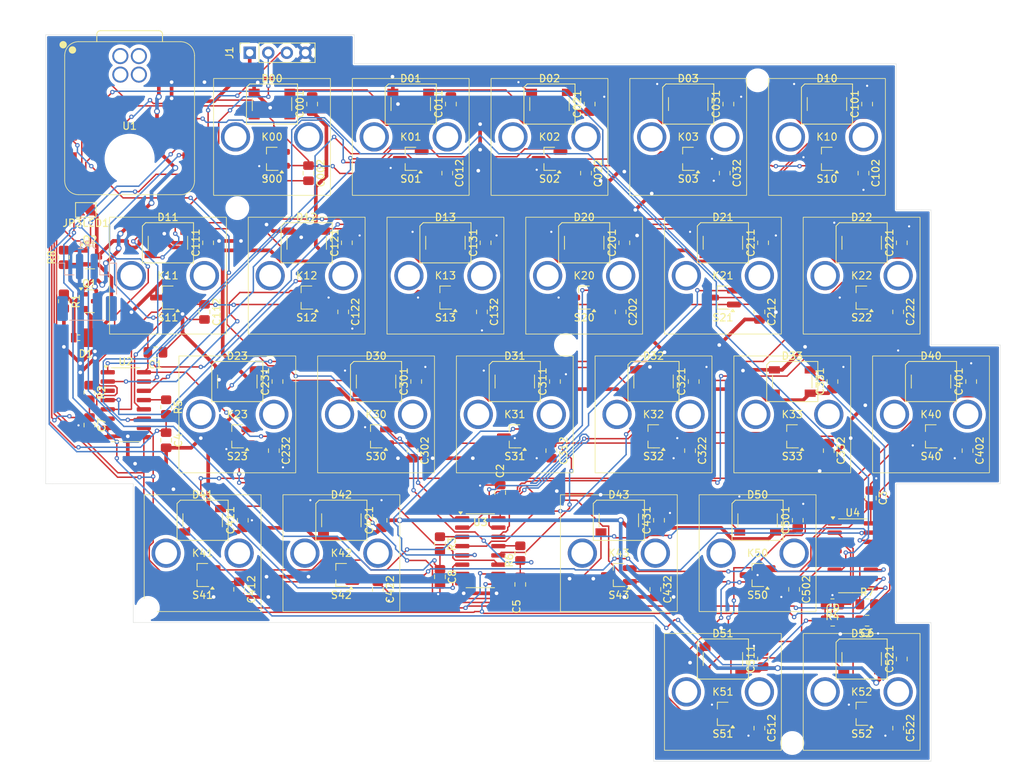
<source format=kicad_pcb>
(kicad_pcb (version 20241229) (generator "pcbnew") (generator_version "9.0")
  (layers (0 "F.Cu" signal) (2 "B.Cu" signal) (13 "F.Paste" user) (15 "B.Paste" user) (5 "F.SilkS" user "F.Silkscreen") (7 "B.SilkS" user "B.Silkscreen") (1 "F.Mask" user) (3 "B.Mask" user) (25 "Edge.Cuts" user))
  (net 0 "")
  (net 1 "/keybank01/GND")
  (net 2 "/keybank01/VHI")
  (net 3 "/keybank01/VDD")
  (net 4 "/keybank01/AOUT1")
  (net 5 "/keybank23/AOUT1")
  (net 6 "/keybank45/AOUT1")
  (net 7 "/keybank01/AOUT2")
  (net 8 "/keybank23/AOUT2")
  (net 9 "/keybank45/AOUT2")
  (net 10 "/keybank01/DIN")
  (net 11 "/keybank01/keypad0/DOUT")
  (net 12 "/keybank01/keypad1/DOUT")
  (net 13 "Net-(D1-K)")
  (net 14 "Net-(D1-A)")
  (net 15 "/keybank01/keypad2/DOUT")
  (net 16 "/keybank01/keypad3/DOUT")
  (net 17 "/keybank01/keypad4/DOUT")
  (net 18 "/keybank01/keypad5/DOUT")
  (net 19 "/keybank01/keypad6/DOUT")
  (net 20 "/keybank01/DOUT")
  (net 21 "/keybank23/keypad0/DOUT")
  (net 22 "/keybank23/keypad1/DOUT")
  (net 23 "/keybank23/keypad2/DOUT")
  (net 24 "/keybank23/keypad3/DOUT")
  (net 25 "/keybank23/keypad4/DOUT")
  (net 26 "/keybank23/keypad5/DOUT")
  (net 27 "/keybank23/keypad6/DOUT")
  (net 28 "/keybank23/DOUT")
  (net 29 "/keybank45/keypad0/DOUT")
  (net 30 "/keybank45/keypad1/DOUT")
  (net 31 "/keybank45/keypad2/DOUT")
  (net 32 "/keybank45/keypad3/DOUT")
  (net 33 "/keybank45/keypad4/DOUT")
  (net 34 "/keybank45/keypad5/DOUT")
  (net 35 "/keybank45/keypad6/DOUT")
  (net 36 "Net-(J1-D2)")
  (net 37 "Net-(J1-D1)")
  (net 38 "Net-(JP1-BAT+)")
  (net 85 "Net-(Q2-G)")
  (net 86 "Net-(U2-Y)")
  (net 87 "Net-(U3-Y)")
  (net 88 "Net-(U4-Y)")
  (net 89 "Net-(U2-X)")
  (net 90 "Net-(U3-X)")
  (net 91 "Net-(U4-X)")
  (net 92 "/keybank01/keypad0/AOUT")
  (net 93 "/keybank01/keypad1/AOUT")
  (net 94 "/keybank01/keypad2/AOUT")
  (net 95 "/keybank01/keypad3/AOUT")
  (net 96 "/keybank01/keypad4/AOUT")
  (net 97 "/keybank01/keypad5/AOUT")
  (net 98 "/keybank01/keypad6/AOUT")
  (net 99 "/keybank01/keypad7/AOUT")
  (net 100 "/keybank23/keypad0/AOUT")
  (net 101 "/keybank23/keypad1/AOUT")
  (net 102 "/keybank23/keypad2/AOUT")
  (net 103 "/keybank23/keypad3/AOUT")
  (net 104 "/keybank23/keypad4/AOUT")
  (net 105 "/keybank23/keypad5/AOUT")
  (net 106 "/keybank23/keypad6/AOUT")
  (net 107 "/keybank23/keypad7/AOUT")
  (net 108 "/keybank45/keypad0/AOUT")
  (net 109 "/keybank45/keypad1/AOUT")
  (net 110 "/keybank45/keypad2/AOUT")
  (net 111 "/keybank45/keypad3/AOUT")
  (net 112 "/keybank45/keypad4/AOUT")
  (net 113 "/keybank45/keypad5/AOUT")
  (net 114 "/keybank45/keypad6/AOUT")
  (net 115 "/keybank45/keypad7/AOUT")
  (net 116 "/keybank01/MUXEN")
  (net 118 "/keybank01/AMUX")
  (net 119 "/keybank45/MUXEN")
  (net 124 "/keybank23/MUXEN")
  (net 129 "/keybank01/BMUX")
  (footprint "MountingHole:MountingHole_2.7mm_M2.5" (layer "F.Cu") (at 151.25 147)
    (property "Reference" "REF**" (hide yes))
    (property "Value" "MountingHole_2.7mm_M2.5")
  )
  (footprint "maghand:Key Holder" (layer "F.Cu") (at 160.75 83)
    (property "Reference" "K22")
    (property "Value" "key_placeholder")
  )
  (footprint "maghand:Key Holder" (layer "F.Cu") (at 122.75 83)
    (property "Reference" "K20")
    (property "Value" "key_placeholder")
  )
  (footprint "Capacitor_SMD:C_0805_2012Metric_Pad1.18x1.45mm_HandSolder" (layer "F.Cu") (at 89.75 87.9625 -90)
    (property "Reference" "C122")
    (property "Value" "C")
  )
  (footprint "LED_SMD:LED_SK6812_PLCC4_5.0x5.0mm_P3.2mm" (layer "F.Cu") (at 160.75 78.5)
    (property "Reference" "D22")
    (property "Value" "SK6812")
  )
  (footprint "maghand:Key Holder" (layer "F.Cu") (at 89.5 121)
    (property "Reference" "K42")
    (property "Value" "key_placeholder")
  )
  (footprint "Capacitor_SMD:C_0805_2012Metric_Pad1.18x1.45mm_HandSolder" (layer "F.Cu") (at 147.25 135.5 90)
    (property "Reference" "C511")
    (property "Value" "C")
  )
  (footprint "maghand:Key Holder" (layer "F.Cu") (at 151.25 102)
    (property "Reference" "K33")
    (property "Value" "key_placeholder")
  )
  (footprint "Capacitor_SMD:C_0805_2012Metric_Pad1.18x1.45mm_HandSolder" (layer "F.Cu") (at 94.5 125.9625 -90)
    (property "Reference" "C422")
    (property "Value" "C")
  )
  (footprint "Capacitor_SMD:C_0805_2012Metric_Pad1.18x1.45mm_HandSolder" (layer "F.Cu") (at 104.5 59.5 90)
    (property "Reference" "C011")
    (property "Value" "C")
  )
  (footprint "Capacitor_SMD:C_0805_2012Metric_Pad1.18x1.45mm_HandSolder" (layer "F.Cu") (at 114 125.2875 -90)
    (property "Reference" "C5")
    (property "Value" "100pF")
  )
  (footprint "maghand:XIAO-nRF52840-Plus-SMD_batpinholes" (layer "F.Cu") (at 60.5 61.5 90)
    (property "Reference" "U1")
    (property "Value" "~")
  )
  (footprint "Capacitor_SMD:C_0805_2012Metric_Pad1.18x1.45mm_HandSolder" (layer "F.Cu") (at 99.75 97.5 90)
    (property "Reference" "C301")
    (property "Value" "C")
  )
  (footprint "Capacitor_SMD:C_0805_2012Metric_Pad1.18x1.45mm_HandSolder" (layer "F.Cu") (at 137.25 106.9625 -90)
    (property "Reference" "C322")
    (property "Value" "C")
  )
  (footprint "Capacitor_SMD:C_0805_2012Metric_Pad1.18x1.45mm_HandSolder" (layer "F.Cu") (at 132.5 125.9625 -90)
    (property "Reference" "C432")
    (property "Value" "C")
  )
  (footprint "Capacitor_SMD:C_0805_2012Metric_Pad1.18x1.45mm_HandSolder" (layer "F.Cu") (at 109.25 78.5 90)
    (property "Reference" "C131")
    (property "Value" "C")
  )
  (footprint "Capacitor_SMD:C_0805_2012Metric_Pad1.18x1.45mm_HandSolder" (layer "F.Cu") (at 71.25 78.5 90)
    (property "Reference" "C111")
    (property "Value" "C")
  )
  (footprint "LED_SMD:LED_SK6812_PLCC4_5.0x5.0mm_P3.2mm" (layer "F.Cu") (at 132.25 97.5)
    (property "Reference" "D32")
    (property "Value" "SK6812")
  )
  (footprint "LED_SMD:LED_SK6812_PLCC4_5.0x5.0mm_P3.2mm" (layer "F.Cu") (at 160.75 135.5)
    (property "Reference" "D52")
    (property "Value" "SK6812")
  )
  (footprint "maghand:Key Holder" (layer "F.Cu") (at 137 64)
    (property "Reference" "K03")
    (property "Value" "key_placeholder")
  )
  (footprint "Package_SO:SOIC-16_3.9x9.9mm_P1.27mm" (layer "F.Cu") (at 59.975 100.675)
    (property "Reference" "U2")
    (property "Value" "4052")
  )
  (footprint "Capacitor_SMD:C_0805_2012Metric_Pad1.18x1.45mm_HandSolder" (layer "F.Cu") (at 99.25 106.9625 -90)
    (property "Reference" "C302")
    (property "Value" "C")
  )
  (footprint "maghand:Key Holder" (layer "F.Cu") (at 141.75 140)
    (property "Reference" "K51")
    (property "Value" "key_placeholder")
  )
  (footprint "Capacitor_SMD:C_0805_2012Metric_Pad1.18x1.45mm_HandSolder" (layer "F.Cu") (at 123.5 59.5 90)
    (property "Reference" "C021")
    (property "Value" "C")
  )
  (footprint "Connector_PinSocket_2.54mm:PinSocket_1x04_P2.54mm_Vertical" (layer "F.Cu") (at 76.95 52.475 90)
    (property "Reference" "J1")
    (property "Value" "pin header")
  )
  (footprint "MountingHole:MountingHole_2.7mm_M2.5" (layer "F.Cu") (at 146.5 56.25)
    (property "Reference" "REF**" (hide yes))
    (property "Value" "MountingHole_2.7mm_M2.5")
  )
  (footprint "LED_SMD:LED_SK6812_PLCC4_5.0x5.0mm_P3.2mm" (layer "F.Cu") (at 122.75 78.5)
    (property "Reference" "D20")
    (property "Value" "SK6812")
  )
  (footprint "Package_TO_SOT_SMD:SOT-23_Handsoldering" (layer "F.Cu") (at 118 67 180)
    (property "Reference" "S02")
    (property "Value" "RR112")
  )
  (footprint "Capacitor_SMD:C_0805_2012Metric_Pad1.18x1.45mm_HandSolder" (layer "F.Cu") (at 70.75 87.9625 -90)
    (property "Reference" "C112")
    (property "Value" "C")
  )
  (footprint "maghand:Key Holder" (layer "F.Cu") (at 141.75 83)
    (property "Reference" "K21")
    (property "Value" "key_placeholder")
  )
  (footprint "maghand:Key Holder" (layer "F.Cu") (at 160.75 140)
    (property "Reference" "K52")
    (property "Value" "key_placeholder")
  )
  (footprint "LED_SMD:LED_SK6812_PLCC4_5.0x5.0mm_P3.2mm" (layer "F.Cu") (at 89.5 116.5)
    (property "Reference" "D42")
    (property "Value" "SK6812")
  )
  (footprint "Package_SO:SOIC-16_3.9x9.9mm_P1.27mm" (layer "F.Cu") (at 159.525 121.365)
    (property "Reference" "U4")
    (property "Value" "4052")
  )
  (footprint "LED_SMD:LED_SK6812_PLCC4_5.0x5.0mm_P3.2mm" (layer "F.Cu") (at 146.5 116.5)
    (property "Reference" "D50")
    (property "Value" "SK6812")
  )
  (footprint "LED_SMD:LED_SK6812_PLCC4_5.0x5.0mm_P3.2mm" (layer "F.Cu") (at 84.75 78.5)
    (property "Reference" "D12")
    (property "Value" "SK6812")
  )
  (footprint "LED_SMD:LED_SK6812_PLCC4_5.0x5.0mm_P3.2mm" (layer "F.Cu") (at 75.25 97.5)
    (property "Reference" "D23")
    (property "Value" "SK6812")
  )
  (footprint "Package_TO_SOT_SMD:SOT-23_Handsoldering" (layer "F.Cu") (at 141.75 86 180)
    (property "Reference" "S21")
    (property "Value" "RR112")
  )
  (footprint "LED_SMD:LED_SK6812_PLCC4_5.0x5.0mm_P3.2mm" (layer "F.Cu") (at 94.25 97.5)
    (property "Reference" "D30")
    (property "Value" "SK6812")
  )
  (footprint "Capacitor_SMD:C_0805_2012Metric_Pad1.18x1.45mm_HandSolder" (layer "F.Cu") (at 64.0375 93.5 180)
    (property "Reference" "C1")
    (property "Value" "0.1uF")
  )
  (footprint "Resistor_SMD:R_0805_2012Metric_Pad1.20x1.40mm_HandSolder" (layer "F.Cu") (at 65.5 101 -90)
    (property "Reference" "R5")
    (property "Value" "47k")
  )
  (footprint "Capacitor_SMD:C_0805_2012Metric_Pad1.18x1.45mm_HandSolder" (layer "F.Cu") (at 175.25 106.9625 -90)
    (property "Reference" "C402")
    (property "Value" "C")
  )
  (footprint "Package_TO_SOT_SMD:SOT-23_Handsoldering" (layer "F.Cu") (at 141.75 143 180)
    (property "Reference" "S51")
    (property "Value" "RR112")
  )
  (footprint "maghand:Key Holder" (layer "F.Cu") (at 80 64)
    (property "Reference" "K00")
    (property "Value" "key_placeholder")
  )
  (footprint "Capacitor_SMD:C_0805_2012Metric_Pad1.18x1.45mm_HandSolder" (layer "F.Cu") (at 85 68.9625 -90)
    (property "Reference" "C002")
    (property "Value" "C")
  )
  (footprint "maghand:Key Holder" (layer "F.Cu") (at 103.75 83)
    (property "Reference" "K13")
    (property "Value" "key_placeholder")
  )
  (footprint "Capacitor_SMD:C_0805_2012Metric_Pad1.18x1.45mm_HandSolder" (layer "F.Cu") (at 85.5 59.5 90)
    (property "Reference" "C001")
    (property "Value" "C")
  )
  (footprint "Capacitor_SMD:C_0805_2012Metric_Pad1.18x1.45mm_HandSolder" (layer "F.Cu") (at 65.5 105.5375 -90)
    (property "Reference" "C4")
    (property "Value" "100pF")
  )
  (footprint "maghand:Key Holder" (layer "F.Cu") (at 146.5 121)
    (property "Reference" "K50")
    (property "Value" "key_placeholder")
  )
  (footprint "Capacitor_SMD:C_0805_2012Metric_Pad1.18x1.45mm_HandSolder" (layer "F.Cu") (at 156.7875 130.25)
    (property "Reference" "C9")
    (property "Value" "100pF")
  )
  (footprint "Capacitor_SMD:C_0805_2012Metric_Pad1.18x1.45mm_HandSolder" (layer "F.Cu") (at 75.5 125.9625 -90)
    (property "Reference" "C412")
    (property "Value" "C")
  )
  (footprint "Capacitor_SMD:C_0805_2012Metric_Pad1.18x1.45mm_HandSolder" (layer "F.Cu") (at 80.75 97.5 90)
    (property "Reference" "C231")
    (property "Value" "C")
  )
  (footprint "LED_SMD:LED_SK6812_PLCC4_5.0x5.0mm_P3.2mm" (layer "F.Cu") (at 170.25 97.5)
    (property "Reference" "D40")
    (property "Value" "SK6812")
  )
  (footprint "LED_SMD:LED_SK6812_PLCC4_5.0x5.0mm_P3.2mm" (layer "F.Cu") (at 65.75 78.5)
    (property "Reference" "D11")
    (property "Value" "SK6812")
  )
  (footprint "Package_TO_SOT_SMD:SOT-23_Handsoldering" (layer "F.Cu") (at 151.25 105 180)
    (property "Reference" "S33")
    (property "Value" "RR112")
  )
  (footprint "maghand:Key Holder" (layer "F.Cu") (at 65.75 83)
    (property "Reference" "K11")
    (property "Value" "key_placeholder")
  )
  (footprint "Capacitor_SMD:C_0805_2012Metric_Pad1.18x1.45mm_HandSolder" (layer "F.Cu") (at 137.75 97.5 90)
    (property "Reference" "C321")
    (property "Value" "C")
  )
  (footprint "Package_TO_SOT_SMD:SOT-23_Handsoldering" (layer "F.Cu") (at 132.25 105 180)
    (property "Reference" "S32")
    (property "Value" "RR112")
  )
  (footprint "Capacitor_SMD:C_0805_2012Metric_Pad1.18x1.45mm_HandSolder" (layer "F.Cu") (at 166.25 135.5 90)
    (property "Reference" "C521")
    (property "Value" "C")
  )
  (footprint "Package_TO_SOT_SMD:SOT-23_Handsoldering" (layer "F.Cu") (at 156 67 180)
    (property "Reference" "S10")
    (property "Value" "RR112")
  )
  (footprint "Package_TO_SOT_SMD:SOT-23_Handsoldering" (layer "F.Cu") (at 70.5 124 180)
    (property "Reference" "S41")
    (property "Value" "RR112")
  )
  (footprint "Package_TO_SOT_SMD:SOT-23_Handsoldering" (layer "F.Cu") (at 84.75 86 180)
    (property "Reference" "S12")
    (property "Value" "RR112")
  )
  (footprint "maghand:Key Holder" (layer "F.Cu") (at 84.75 83)
    (property "Reference" "K12")
    (property "Value" "key_placeholder")
  )
  (footprint "Package_TO_SOT_SMD:SOT-23_Handsoldering" (layer "F.Cu") (at 94.25 105 180)
    (property "Reference" "S30")
    (property "Value" "RR112")
  )
  (footprint "Package_TO_SOT_SMD:SOT-23" (layer "F.Cu") (at 55 86.5)
    (property "Reference" "Q1")
    (property "Value" "AO3401A")
  )
  (footprint "Capacitor_SMD:C_0805_2012Metric_Pad1.18x1.45mm_HandSolder" (layer "F.Cu") (at 142 68.9625 -90)
    (property "Reference" "C032")
    (property "Value" "C")
  )
  (footprint "Diode_SMD:D_Powermite_AK" (layer "F.Cu") (at 54.5 91.5 180)
    (property "Reference" "D1")
    (property "Value" "D_Schottky")
  )
  (footprint "Package_SO:SOIC-16_3.9x9.9mm_P1.27mm" (layer "F.Cu") (at 108.525 120.675)
    (property "Reference" "U3")
    (property "Value" "4052")
  )
  (footprint "Capacitor_SMD:C_0805_2012Metric_Pad1.18x1.45mm_HandSolder" (layer "F.Cu") (at 90.25 78.5 90)
    (property "Reference" "C121")
    (property "Value" "C")
  )
  (footprint "Capacitor_SMD:C_0805_2012Metric_Pad1.18x1.45mm_HandSolder" (layer "F.Cu") (at 111.25 112.7125 -90)
    (property "Reference" "C2")
    (property "Value" "0.1uF")
  )
  (footprint "Capacitor_SMD:C_0805_2012Metric_Pad1.18x1.45mm_HandSolder" (layer "F.Cu") (at 165.75 87.9625 -90)
    (property "Reference" "C222")
    (property "Value" "C")
  )
  (footprint "MountingHole:MountingHole_2.7mm_M2.5" (layer "F.Cu") (at 63 128.5)
    (property "Reference" "REF**" (hide yes))
    (property "Value" "MountingHole_2.7mm_M2.5")
  )
  (footprint "LED_SMD:LED_SK6812_PLCC4_5.0x5.0mm_P3.2mm" (layer "F.Cu") (at 103.75 78.5)
    (property "Reference" "D13")
    (property "Value" "SK6812")
  )
  (footprint "Jumper:SolderJumper-2_P1.3mm_Open_TrianglePad1.0x1.5mm" (layer "F.Cu") (at 54.5 74 180)
    (property "Reference" "JP3LED1")
    (property "Value" "3V3 LED Jumper")
  )
  (footprint "LED_SMD:LED_SK6812_PLCC4_5.0x5.0mm_P3.2mm" (layer "F.Cu") (at 99 59.5)
    (property "Reference" "D01")
    (property "Value" "SK6812")
  )
  (footprint "Capacitor_SMD:C_0805_2012Metric_Pad1.18x1.45mm_HandSolder" (layer "F.Cu") (at 127.75 87.9625 -90)
    (property "Reference" "C202")
    (property "Value" "C")
  )
  (footprint "Capacitor_SMD:C_0805_2012Metric_Pad1.18x1.45mm_HandSolder" (layer "F.Cu") (at 161 68.9625 -90)
    (property "Reference" "C102")
    (property "Value" "C")
  )
  (footprint "Capacitor_SMD:C_0805_2012Metric_Pad1.18x1.45mm_HandSolder" (layer "F.Cu") (at 118.75 97.5 90)
    (property "Reference" "C311")
    (property "Value" "C")
  )
  (footprint "Resistor_SMD:R_0805_2012Metric_Pad1.20x1.40mm_HandSolder" (layer "F.Cu") (at 51.5 80.5 90)
    (property "Reference" "R8")
    (property "Value" "~50k")
  )
  (footprint "LED_SMD:LED_SK6812_PLCC4_5.0x5.0mm_P3.2mm" (layer "F.Cu") (at 70.5 116.5)
    (property "Reference" "D41")
    (property "Value" "SK6812")
  )
  (footprint "LED_SMD:LED_SK6812_PLCC4_5.0x5.0mm_P3.2mm" (layer "F.Cu") (at 80 59.5)
    (property "Reference" "D00")
    (property "Value" "SK6812")
  )
  (footprint "maghand:Key Holder" (layer "F.Cu") (at 156 64)
    (property "Reference" "K10")
    (property "Value" "key_placeholder")
  )
  (footprint "Capacitor_SMD:C_0805_2012Metric_Pad1.18x1.45mm_HandSolder" (layer "F.Cu") (at 152 116.5 90)
    (property "Reference" "C501")
    (property "Value" "C")
  )
  (footprint "Package_TO_SOT_SMD:SOT-23_Handsoldering" (layer "F.Cu") (at 160.75 143 180)
    (property "Reference" "S52")
    (property "Value" "RR112")
  )
  (footprint "Package_TO_SOT_SMD:SOT-23_Handsoldering" (layer "F.Cu") (at 122.75 86 180)
    (property "Reference" "S20")
    (property "Value" "RR112")
  )
  (footprint "Capacitor_SMD:C_0805_2012Metric_Pad1.18x1.45mm_HandSolder" (layer "F.Cu") (at 146.75 144.9625 -90)
    (property "Reference" "C512")
    (property "Value" "C")
  )
  (footprint "Capacitor_SMD:C_0805_2012Metric_Pad1.18x1.45mm_HandSolder" (layer "F.Cu") (at 118.25 106.9625 -90)
    (property "Reference" "C312")
    (property "Value" "C")
  )
  (footprint "Capacitor_SMD:C_0805_2012Metric_Pad1.18x1.45mm_HandSolder" (layer "F.Cu") (at 103 124.25 -90)
    (property "Reference" "C8")
    (property "Value" "100pF")
  )
  (footprint "Package_TO_SOT_SMD:SOT-23_Handsoldering" (layer "F.Cu") (at 75.25 105 180)
    (property "Reference" "S23")
    (property "Value" "RR112")
  )
  (footprint "Capacitor_SMD:C_0805_2012Metric_Pad1.18x1.45mm_HandSolder" (layer "F.Cu") (at 142.5 59.5 90)
    (property "Reference" "C031")
    (property "Value" "C")
  )
  (footprint "Capacitor_SMD:C_0805_2012Metric_Pad1.18x1.45mm_HandSolder" (layer "F.Cu") (at 161.5 130.25 180)
    (property "Reference" "C6")
    (property "Value" "100pF")
  )
  (footprint "Package_TO_SOT_SMD:SOT-23_Handsoldering" (layer "F.Cu") (at 99 67 180)
    (property "Reference" "S01")
    (property "Value" "RR112")
  )
  (footprint "Package_TO_SOT_SMD:SOT-23_Handsoldering" (layer "F.Cu") (at 89.5 124 180)
    (property "Reference" "S42")
    (property "Value" "RR112")
  )
  (footprint "maghand:Key Holder" (layer "F.Cu") (at 118 64)
    (property "Reference" "K02")
    (property "Value" "key_placeholder")
  )
  (footprint "LED_SMD:LED_SK6812_PLCC4_5.0x5.0mm_P3.2mm" (layer "F.Cu") (at 118 59.5)
    (property "Reference" "D02")
    (property "Value" "SK6812")
  )
  (footprint "Capacitor_SMD:C_0805_2012Metric_Pad1.18x1.45mm_HandSolder" (layer "F.Cu") (at 108.75 87.9625 -90)
    (property "Reference" "C132")
    (property "Value" "C")
  )
  (footprint "Resistor_SMD:R_0805_2012Metric_Pad1.20x1.40mm_HandSolder" (layer "F.Cu") (at 55 99 -90)
    (property "Reference" "R2")
    (property "Value" "47k")
  )
  (footprint "Capacitor_SMD:C_0805_2012Metric_Pad1.18x1.45mm_HandSolder" (layer "F.Cu") (at 76 116.5 90)
    (property "Reference" "C411")
    (property "Value" "C")
  )
  (footprint "maghand:Key Holder" (layer "F.Cu") (at 94.25 102)
    (property "Reference" "K30")
    (property "Value" "key_placeholder")
  )
  (footprint "LED_SMD:LED_SK6812_PLCC4_5.0x5.0mm_P3.2mm" (layer "F.Cu") (at 141.75 135.5)
    (property "Reference" "D51")
    (property "Value" "SK6812")
  )
  (footprint "Capacitor_SMD:C_0805_2012Metric_Pad1.18x1.45mm_HandSolder" (layer "F.Cu") (at 147.25 78.5 90)
    (property "Reference" "C211")
    (property "Value" "C")
  )
  (footprint "Capacitor_SMD:C_0805_2012Metric_Pad1.18x1.45mm_HandSolder" (layer "F.Cu") (at 128.25 78.5 90)
    (property "Reference" "C201")
    (property "Value" "C")
  )
  (footprint "Capacitor_SMD:C_0805_2012Metric_Pad1.18x1.45mm_HandSolder" (layer "F.Cu") (at 146.75 87.9625 -90)
    (property "Reference" "C212")
    (property "Value" "C")
  )
  (footprint "maghand:Key Holder" (layer "F.Cu") (at 127.5 121)
    (property "Reference" "K43")
    (property "Value" "key_placeholder")
  )
  (footprint "Package_TO_SOT_SMD:SOT-23_Handsoldering" (layer "F.Cu") (at 160.75 86 180)
    (property "Reference" "S22")
    (property "Value" "RR112")
  )
  (footprint "Capacitor_SMD:C_0805_2012Metric_Pad1.18x1.45mm_HandSolder" (layer "F.Cu") (at 80.25 106.9625 -90)
    (property "Reference" "C232")
    (property "Value" "C")
  )
  (footprint "LED_SMD:LED_SK6812_PLCC4_5.0x5.0mm_P3.2mm" (layer "F.Cu") (at 127.5 116.5)
    (property "Reference" "D43")
    (property "Value" "SK6812")
  )
  (footprint "Capacitor_SMD:C_0805_2012Metric_Pad1.18x1.45mm_HandSolder" (layer "F.Cu") (at 156.75 97.5 90)
    (property "Reference" "C331")
    (property "Value" "C")
  )
  (footprint "Capacitor_SMD:C_0805_2012Metric_Pad1.18x1.45mm_HandSolder" (layer "F.Cu") (at 165.75 144.9625 -90)
    (property "Reference" "C522")
    (property "Value" "C")
  )
  (footprint "Resistor_SMD:R_0805_2012Metric_Pad1.20x1.40mm_HandSolder" (layer "F.Cu") (at 51.5 86.5 -90)
    (property "Reference" "R1")
    (property "Value" "~10k")
  )
  (footprint "Package_TO_SOT_SMD:SOT-23" (layer "F.Cu") (at 55.0625 80.5)
    (property "Reference" "Q2")
    (property "Value" "AO3401A")
  )
  (footprint "Package_TO_SOT_SMD:SOT-23_Handsoldering" (layer "F.Cu") (at 65.75 86 180)
    (property "Reference" "S11")
    (property "Value" "RR112")
  )
  (footprint "Capacitor_SMD:C_0805_2012Metric_Pad1.18x1.45mm_HandSolder" (layer "F.Cu") (at 104 68.9625 -90)
    (property "Reference" "C012")
    (property "Value" "C")
  )
  (footprint "Capacitor_SMD:C_0805_2012Metric_Pad1.18x1.45mm_HandSolder" (layer "F.Cu") (at 55 103.4625 -90)
    (property "Reference" "C7")
    (property "Value" "100pF")
  )
  (footprint "LED_SMD:LED_SK6812_PLCC4_5.0x5.0mm_P3.2mm" (layer "F.Cu") (at 151.25 97.5)
    (property "Reference" "D33")
    (property "Value" "SK6812")
  )
  (footprint "LED_SMD:LED_SK6812_PLCC4_5.0x5.0mm_P3.2mm" (layer "F.Cu") (at 113.25 97.5)
    (property "Reference" "D31")
    (property "Value" "SK6812")
  )
  (footprint "maghand:Key Holder" (layer "F.Cu") (at 99 64)
    (property "Reference" "K01")
    (property "Value" "key_placeholder")
  )
  (footprint "Resistor_SMD:R_0805_2012Metric_Pad1.20x1.40mm_HandSolder" (layer "F.Cu") (at 156.75 128 180)
    (property "Reference" "R4")
    (property "Value" "47k")
  )
  (footprint "maghand:Key Holder" (layer "F.Cu") (at 132.25 102)
    (property "Reference" "K32")
    (property "Value" "key_placeholder")
  )
  (footprint "maghand:Key Holder" (layer "F.Cu") (at 75.25 102)
    (property "Reference" "K23")
    (property "Value" "key_placeholder")
  )
  (footprint "Package_TO_SOT_SMD:SOT-23_Handsoldering" (layer "F.Cu") (at 80 67 180)
    (property "Reference" "S00")
    (property "Value" "RR112")
  )
  (footprint "MountingHole:MountingHole_2.7mm_M2.5" (layer "F.Cu") (at 75.25 73.75)
    (property "Reference" "REF**" (hide yes))
    (property "Value" "MountingHole_2.7mm_M2.5")
  )
  (footprint "Package_TO_SOT_SMD:SOT-23_Handsoldering" (layer "F.Cu") (at 127.5 124 180)
    (property "Reference" "S43")
    (property "Value" "RR112")
  )
  (footprint "Package_TO_SOT_SMD:SOT-23_Handsoldering" (layer "F.Cu") (at 137 67 180)
    (property "Reference" "S03")
    (property "Value" "RR112")
  )
  (footprint "Capacitor_SMD:C_0805_2012Metric_Pad1.18x1.45mm_HandSolder" (layer "F.Cu") (at 166.25 78.5 90)
    (property "Reference" "C221")
    (property "Value" "C")
  )
  (footprint "Capacitor_SMD:C_0805_2012Metric_Pad1.18x1.45mm_HandSolder" (layer "F.Cu") (at 175.75 97.5 90)
    (property "Reference" "C401")
    (property "Value" "C")
  )
  (footprint "Capacitor_SMD:C_0805_2012Metric_Pad1.18x1.45mm_HandSolder" (layer "F.Cu") (at 133 116.5 90)
    (property "Reference" "C431")
    (property "Value" "C")
  )
  (footprint "maghand:Key Holder" (layer "F.Cu") (at 70.5 121)
    (property "Reference" "K41")
    (property "Value" "key_placeholder")
  )
  (footprint "Resistor_SMD:R_0805_2012Metric_Pad1.20x1.40mm_HandSolder" (layer "F.Cu") (at 103 119.75 -90)
    (property "Reference" "R3")
    (property "Value" "47k")
  )
  (footprint "Package_TO_SOT_SMD:SOT-23_Handsoldering" (layer "F.Cu") (at 170.25 105 180)
    (property "Reference" "S40")
    (property "Value" "RR112")
  )
  (footprint "LED_SMD:LED_SK6812_PLCC4_5.0x5.0mm_P3.2mm" (layer "F.Cu") (at 156 59.5)
    (property "Reference" "D10")
    (property "Value" "SK6812")
  )
  (footprint "Package_TO_SOT_SMD:SOT-23_Handsoldering" (layer "F.Cu") (at 146.5 124 180)
    (property "Reference" "S50")
    (property "Value" "RR112")
  )
  (footprint "LED_SMD:LED_SK6812_PLCC4_5.0x5.0mm_P3.2mm" (layer "F.Cu") (at 137 59.5)
    (property "Reference" "D03")
    (property "Value" "SK6812")
  )
  (footprint "Capacitor_SMD:C_0805_2012Metric_Pad1.18x1.45mm_HandSolder" (layer "F.Cu") (at 95 116.5 90)
    (property "Reference" "C421")
    (property "Value" "C")
  )
  (footprint "maghand:Key Holder" (layer "F.Cu") (at 170.25 102)
    (property "Reference" "K40")
    (property "Value" "key_placeholder")
  )
  (footprint "Package_TO_SOT_SMD:SOT-23_Handsoldering" (layer "F.Cu") (at 113.25 105 180)
    (property "Reference" "S31")
    (property "Value" "RR112")
  )
  (footprint "Capacitor_SMD:C_0805_2012Metric_Pad1.18x1.45mm_HandSolder" (layer "F.Cu") (at 156.25 106.9625 -90)
    (property "Reference" "C332")
    (property "Value" "C")
  )
  (footprint "Capacitor_SMD:C_0805_2012Metric_Pad1.18x1.45mm_HandSolder" (layer "F.Cu") (at 123 68.9625 -90)
    (property "Reference" "C022")
    (property "Value" "C")
  )
  (footprint "Capacitor_SMD:C_0805_2012Metric_Pad1.18x1.45mm_HandSolder" (layer "F.Cu") (at 161.5 59.5 90)
    (property "Reference" "C101")
    (property "Value" "C")
  )
  (footprint "Resistor_SMD:R_0805_2012Metric_Pad1.20x1.40mm_HandSolder" (layer "F.Cu") (at 114 121 -90)
    (property "Reference" "R6")
    (property "Value" "47k")
  )
  (footprint "MountingHole:MountingHole_2.7mm_M2.5" (layer "F.Cu") (at 120.25 92.5)
    (property "Reference" "REF**" (hide yes))
    (property "Value" "MountingHole_2.7mm_M2.5")
  )
  (footprint "Capacitor_SMD:C_0805_2012Metric_Pad1.18x1.45mm_HandSolder" (layer "F.Cu") (at 151.5 125.9625 -90)
    (property "Reference" "C502")
    (property "Value" "C")
  )
  (footprint "Package_TO_SOT_SMD:SOT-23_Handsoldering" (layer "F.Cu") (at 103.75 86 180)
    (property "Reference" "S13")
    (property "Value" "RR112")
  )
  (footprint "Capacitor_SMD:C_0805_2012Metric_Pad1.18x1.45mm_HandSolder" (layer "F.Cu") (at 162 113.4625 -90)
    (property "Reference" "C3")
    (property "Value" "0.1uF")
  )
  (footprint "maghand:Key Holder" (layer "F.Cu") (at 113.25 102)
    (property "Reference" "K31")
    (property "Value" "key_placeholder")
  )
  (footprint "Resistor_SMD:R_0805_2012Metric_Pad1.20x1.40mm_HandSolder" (layer "F.Cu") (at 161.5 128)
    (property "Reference" "R7")
    (property "Value" "47k")
  )
  (footprint "LED_SMD:LED_SK6812_PLCC4_5.0x5.0mm_P3.2mm" (layer "F.Cu") (at 141.75 78.5)
    (property "Reference" "D21")
    (property "Value" "SK6812")
  )
  (footprint "Connector_JST:JST_PH_S2B-PH-SM4-TB_1x02-1MP_P2.00mm_Horizontal" (layer "B.Cu") (at 54.65 84.6 180)
    (property "Reference" "JP1")
    (property "Value" "Conn_01x02")
  )
  (gr_line (start 170.25 149.5) (end 132.25 149.5) (stroke (width 0.05)) (layer "Edge.Cuts"))
  (gr_line (start 165.5 111.5) (end 165.5 130.5) (stroke (width 0.05)) (layer "Edge.Cuts"))
  (gr_line (start 170.25 74) (end 169 74) (stroke (width 0.05)) (layer "Edge.Cuts"))
  (gr_line (start 170.25 92.5) (end 170.25 91) (stroke (width 0.05)) (layer "Edge.Cuts"))
  (gr_line (start 170.25 130.5) (end 170.25 149.5) (stroke (width 0.05)) (layer "Edge.Cuts"))
  (gr_line (start 91.25 54) (end 91.25 50) (stroke (width 0.05)) (layer "Edge.Cuts"))
  (gr_line (start 165.5 54) (end 165.5 74) (stroke (width 0.05)) (layer "Edge.Cuts"))
  (gr_line (start 165.5 130.5) (end 170.25 130.5) (stroke (width 0.05)) (layer "Edge.Cuts"))
  (gr_line (start 170.25 92.5) (end 179.75 92.5) (stroke (width 0.05)) (layer "Edge.Cuts"))
  (gr_line (start 50 111.5) (end 49 111.5) (stroke (width 0.05)) (layer "Edge.Cuts"))
  (gr_line (start 132.25 130.5) (end 61 130.5) (stroke (width 0.05)) (layer "Edge.Cuts"))
  (gr_line (start 61 111.5) (end 50 111.5) (stroke (width 0.05)) (layer "Edge.Cuts"))
  (gr_line (start 49 111.5) (end 49 50) (stroke (width 0.05)) (layer "Edge.Cuts"))
  (gr_line (start 179.75 92.5) (end 179.75 111.5) (stroke (width 0.05)) (layer "Edge.Cuts"))
  (gr_line (start 61 130.5) (end 61 111.5) (stroke (width 0.05)) (layer "Edge.Cuts"))
  (gr_line (start 170.25 74) (end 170.25 91) (stroke (width 0.05)) (layer "Edge.Cuts"))
  (gr_line (start 179.75 111.5) (end 175.25 111.5) (stroke (width 0.05)) (layer "Edge.Cuts"))
  (gr_line (start 132.25 149.5) (end 132.25 130.5) (stroke (width 0.05)) (layer "Edge.Cuts"))
  (gr_line (start 165.5 74) (end 169 74) (stroke (width 0.05)) (layer "Edge.Cuts"))
  (gr_line (start 91.25 54) (end 165.5 54) (stroke (width 0.05)) (layer "Edge.Cuts"))
  (gr_line (start 175.25 111.5) (end 165.5 111.5) (stroke (width 0.05)) (layer "Edge.Cuts"))
  (gr_line (start 91.25 50) (end 49 50) (stroke (width 0.05)) (layer "Edge.Cuts"))
  (segment (start 97.5 67) (end 96.25 68.25) (width 0.2) (layer "F.Cu") (net 1))
  (segment (start 145 124) (end 146.5 124) (width 0.2) (layer "F.Cu") (net 1))
  (segment (start 102.25 86) (end 100 86) (width 0.2) (layer "F.Cu") (net 1))
  (segment (start 157.05 125.81) (end 157.05 126.45) (width 0.2) (layer "F.Cu") (net 1))
  (segment (start 120.3 76.9) (end 118.35 76.9) (width 0.2) (layer "F.Cu") (net 1))
  (segment (start 70.2125 78.5) (end 71.25 77.4625) (width 0.5) (layer "F.Cu") (net 1))
  (segment (start 128.25 77.4625) (end 129.9625 77.4625) (width 0.5) (layer "F.Cu") (net 1))
  (segment (start 125.5 124.5) (end 126 124) (width 0.5) (layer "F.Cu") (net 1))
  (segment (start 116.5 67) (end 116.5 68.25) (width 0.2) (layer "F.Cu") (net 1))
  (segment (start 118.75 96.4625) (end 120.2125 96.4625) (width 0.2) (layer "F.Cu") (net 1))
  (segment (start 168.75 105.25) (end 167.75 106.25) (width 0.2) (layer "F.Cu") (net 1))
  (segment (start 64.25 84.5) (end 65.5 83.25) (width 0.5) (layer "F.Cu") (net 1))
  (segment (start 65.5 111.25) (end 66.5 112.25) (width 0.5) (layer "F.Cu") (net 1))
  (segment (start 101.3 76.9) (end 99.35 76.9) (width 0.2) (layer "F.Cu") (net 1))
  (segment (start 137.35 76.9) (end 137.25 77) (width 0.2) (layer "F.Cu") (net 1))
  (segment (start 139.3 76.9) (end 137.35 76.9) (width 0.2) (layer "F.Cu") (net 1))
  (segment (start 152 115) (end 152.75 114.25) (width 0.2) (layer "F.Cu") (net 1))
  (segment (start 76.2125 115.4625) (end 77.25 116.5) (width 0.2) (layer "F.Cu") (net 1))
  (segment (start 129.9625 77.4625) (end 130 77.5) (width 0.5) (layer "F.Cu") (net 1))
  (segment (start 99.25 108) (end 102 108) (width 0.5) (layer "F.Cu") (net 1))
  (segment (start 65.25 77.25) (end 64.9 76.9) (width 0.2) (layer "F.Cu") (net 1))
  (segment (start 166.25 77.4625) (end 166.25 77.25) (width 0.2) (layer "F.Cu") (net 1))
  (segment (start 168.75 105) (end 168.75 105.25) (width 0.2) (layer "F.Cu") (net 1))
  (segment (start 123.5 58.4625) (end 125.4625 58.4625) (width 0.2) (layer "F.Cu") (net 1))
  (segment (start 167.8 95.3) (end 165.75 93.25) (width 0.2) (layer "F.Cu") (net 1))
  (segment (start 156.5 108) (end 159.25 105.25) (width 0.5) (layer "F.Cu") (net 1))
  (segment (start 157.825 132.075) (end 158 132.25) (width 0.2) (layer "F.Cu") (net 1))
  (segment (start 57.5 105.12) (end 57.62 105) (width 0.5) (layer "F.Cu") (net 1))
  (segment (start 139.3 133.45) (end 141.5 131.25) (width 0.5) (layer "F.Cu") (net 1))
  (segment (start 125.4625 58.4625) (end 125.5 58.5) (width 0.2) (layer "F.Cu") (net 1))
  (segment (start 109.1 95.9) (end 109 96) (width 0.2) (layer "F.Cu") (net 1))
  (segment (start 161.5 58.4625) (end 161.5 57) (width 0.2) (layer "F.Cu") (net 1))
  (segment (start 91.8 95.9) (end 90.1 95.9) (width 0.2) (layer "F.Cu") (net 1))
  (segment (start 125.05 114.9) (end 125.05 113.05) (width 0.5) (layer "F.Cu") (net 1))
  (segment (start 142.5 58.4625) (end 144.2125 58.4625) (width 0.2) (layer "F.Cu") (net 1))
  (segment (start 83.25 86) (end 87.75 86) (width 0.2) (layer "F.Cu") (net 1))
  (segment (start 57.62 105) (end 60.25 105) (width 0.5) (layer "F.Cu") (net 1))
  (segment (start 132.5 127) (end 128.25 127) (width 0.5) (layer "F.Cu") (net 1))
  (segment (start 108.5 65.75) (end 108.5 62.25) (width 0.5) (layer "F.Cu") (net 1))
  (segment (start 77.65 57.9) (end 79.75 60) (width 0.5) (layer "F.Cu") (net 1))
  (segment (start 131.75 95.5) (end 130.2 95.5) (width 0.5) (layer "F.Cu") (net 1))
  (segment (start 157.825 130.25) (end 157.825 132.075) (width 0.5) (layer "F.Cu") (net 1))
  (segment (start 167.8 95.9) (end 167.8 95.3) (width 0.2) (layer "F.Cu") (net 1))
  (segment (start 153.55 57.9) (end 152.65 57.9) (width 0.2) (layer "F.Cu") (net 1))
  (segment (start 96 127.5) (end 95 127.5) (width 0.2) (layer "F.Cu") (net 1))
  (segment (start 75.5 127) (end 79.5 127) (width 0.5) (layer "F.Cu") (net 1))
  (segment (start 65.5 111.25) (end 65.5 106.575) (width 0.5) (layer "F.Cu") (net 1))
  (segment (start 85.225 124) (end 85 124.225) (width 0.5) (layer "F.Cu") (net 1))
  (segment (start 68.5 89) (end 67.75 88.25) (width 0.2) (layer "F.Cu") (net 1))
  (segment (start 99.25 108) (end 97.25 108) (width 0.5) (layer "F.Cu") (net 1))
  (segment (start 147.42366 86) (end 149 87.57634) (width 0.2) (layer "F.Cu") (net 1))
  (segment (start 152 115.4625) (end 152 115) (width 0.2) (layer "F.Cu") (net 1))
  (segment (start 157.05 125.81) (end 157.05 124.54) (width 0.2) (layer "F.Cu") (net 1))
  (segment (start 102 108) (end 107.5 108) (width 0.5) (layer "F.Cu") (net 1))
  (segment (start 165.75 89) (end 165.75 93.25) (width 0.2) (layer "F.Cu") (net 1))
  (segment (start 116.5 68.25) (end 116.25 68.5) (width 0.2) (layer "F.Cu") (net 1))
  (segment (start 55.25 104.5) (end 55.87 105.12) (width 0.2) (layer "F.Cu") (net 1))
  (segment (start 72.75 78.25) (end 75.75 78.25) (width 0.5) (layer "F.Cu") (net 1))
  (segment (start 149.85 95.9) (end 153 92.75) (width 0.5) (layer "F.Cu") (net 1))
  (segment (start 65.1 93.5) (end 67.75 90.85) (width 0.2) (layer "F.Cu") (net 1))
  (segment (start 111.75 105) (end 113 105) (width 0.2) (layer "F.Cu") (net 1))
  (segment (start 65.075 93.5) (end 65.1 93.5) (width 0.2) (layer "F.Cu") (net 1))
  (segment (start 175.75 96.4625) (end 175.75 95) (width 0.2) (layer "F.Cu") (net 1))
  (segment (start 125 113) (end 119.5 113) (width 0.5) (layer "F.Cu") (net 1))
  (segment (start 65.25 77.25) (end 66.5 78.5) (width 0.5) (layer "F.Cu") (net 1))
  (segment (start 77.55 57.03795) (end 78.043975 56.543975) (width 0.5) (layer "F.Cu") (net 1))
  (segment (start 85 70) (end 79.75 70) (width 0.2) (layer "F.Cu") (net 1))
  (segment (start 72 127) (end 69 124) (width 0.5) (layer "F.Cu") (net 1))
  (segment (start 72.8 95.9) (end 72.8 97.2) (width 0.5) (layer "F.Cu") (net 1))
  (segment (start 126.25 70) (end 125 70) (width 0.5) (layer "F.Cu") (net 1))
  (segment (start 123 70) (end 125 70) (width 0.5) (layer "F.Cu") (net 1))
  (segment (start 142 70) (end 140.5 70) (width 0.2) (layer "F.Cu") (net 1))
  (segment (start 81.045 56) (end 84.57 52.475) (width 0.5) (layer "F.Cu") (net 1))
  (segment (start 96.55 57.9) (end 96.55 55.8) (width 0.5) (layer "F.Cu") (net 1))
  (segment (start 127.5 68.75) (end 126.25 70) (width 0.5) (layer "F.Cu") (net 1))
  (segment (start 82.3 76.9) (end 80.15 76.9) (width 0.5) (layer "F.Cu") (net 1))
  (segment (start 129.25 89) (end 133.75 93.5) (width 0.5) (layer "F.Cu") (net 1))
  (segment (start 95 127.5) (end 94.5 127) (width 0.2) (layer "F.Cu") (net 1))
  (segment (start 130.2 95.5) (end 129.8 95.9) (width 0.5) (layer "F.Cu") (net 1))
  (segment (start 133 115.4625) (end 134.4625 115.4625) (width 0.2) (layer "F.Cu") (net 1))
  (segment (start 139.3 133.9) (end 139.3 133.95) (width 0.5) (layer "F.Cu") (net 1))
  (segment (start 159.25 142) (end 159 141.75) (width 0.2) (layer "F.Cu") (net 1))
  (segment (start 156.25 108) (end 156.25 108.5) (width 0.5) (layer "F.Cu") (net 1))
  (segment (start 154.5 67) (end 153 67) (width 0.2) (layer "F.Cu") (net 1))
  (segment (start 68.755 56.42) (end 66.33 56.42) (width 0.5) (layer "F.Cu") (net 1))
  (segment (start 53.796188 96.25) (end 55.773094 94.273094) (width 0.5) (layer "F.Cu") (net 1))
  (segment (start 147.25 134.4625) (end 146.7635 134.4625) (width 0.2) (layer "F.Cu") (net 1))
  (segment (start 163 132) (end 162.2125 132) (width 0.2) (layer "F.Cu") (net 1))
  (segment (start 135.5 67) (end 140.25 67) (width 0.2) (layer "F.Cu") (net 1))
  (segment (start 175.25 108) (end 173.5 108) (width 0.2) (layer "F.Cu") (net 1))
  (segment (start 95 115.4625) (end 95 113.75) (width 0.2) (layer "F.Cu") (net 1))
  (segment (start 114 126.325) (end 110.925 126.325) (width 0.5) (layer "F.Cu") (net 1))
  (segment (start 106.25 126.5) (end 106.25 125.32) (width 0.2) (layer "F.Cu") (net 1))
  (segment (start 166.25 134.4625) (end 165.4625 134.4625) (width 0.2) (layer "F.Cu") (net 1))
  (segment (start 162.2125 132) (end 160.4625 130.25) (width 0.2) (layer "F.Cu") (net 1))
  (segment (start 140.25 86) (end 147.42366 86) (width 0.2) (layer "F.Cu") (net 1))
  (segment (start 147.25 77.4625) (end 148.9625 77.4625) (width 0.2) (layer "F.Cu") (net 1))
  (segment (start 89.75 89) (end 91 90.25) (width 0.2) (layer "F.Cu") (net 1))
  (segment (start 115.15 57.9) (end 113.75 56.5) (width 0.2) (layer "F.Cu") (net 1))
  (segment (start 79.75 70) (end 79.25 69.5) (width 0.2) (layer "F.Cu") (net 1))
  (segment (start 124 124.5) (end 125.5 124.5) (width 0.5) (layer "F.Cu") (net 1))
  (segment (start 133.9 57.9) (end 132.75 56.75) (width 0.2) (layer "F.Cu") (net 1))
  (segment (start 99.75 96.4625) (end 100.0375 96.4625) (width 0.2) (layer "F.Cu") (net 1))
  (segment (start 66.33 56.42) (end 66.25 56.5) (width 0.5) (layer "F.Cu") (net 1))
  (segment (start 68.05 114.9) (end 68.05 113.8) (width 0.5) (layer "F.Cu") (net 1))
  (segment (start 135.25 105) (end 135.5 105.25) (width 0.2) (layer "F.Cu") (net 1))
  (segment (start 137.75 96.4625) (end 138.5375 96.4625) (width 0.2) (layer "F.Cu") (net 1))
  (segment (start 158.15 76.9) (end 157 75.75) (width 0.2) (layer "F.Cu") (net 1))
  (segment (start 51.5 92.75) (end 53.75 95) (width 0.5) (layer "F.Cu") (net 1))
  (segment (start 152.65 57.9) (end 151.5 56.75) (width 0.2) (layer "F.Cu") (net 1))
  (segment (start 96.55 58.8) (end 97.25 59.5) (width 0.5) (layer "F.Cu") (net 1))
  (segment (start 71.25 77.4625) (end 71.9625 77.4625) (width 0.5) (layer "F.Cu") (net 1))
  (segment (start 162 112.425) (end 162 111.5) (width 0.2) (layer "F.Cu") (net 1))
  (segment (start 54.5 104.5) (end 53.5 103.5) (width 0.2) (layer "F.Cu") (net 1))
  (segment (start 113 105) (end 113.25 105.25) (width 0.2) (layer "F.Cu") (net 1))
  (segment (start 90.1 95.9) (end 90 96) (width 0.2) (layer "F.Cu") (net 1))
  (segment (start 103.4625 59.5) (end 97.25 59.5) (width 0.2) (layer "F.Cu") (net 1))
  (segment (start 65.5 106.575) (end 68.925 106.575) (width 0.5) (layer "F.Cu") (net 1))
  (segment (start 53.75 96.25) (end 53.796188 96.25) (width 0.5) (layer "F.Cu") (net 1))
  (segment (start 156.25 108) (end 156.5 108) (width 0.5) (layer "F.Cu") (net 1))
  (segment (start 70.67 56.42) (end 70.75 56.5) (width 0.5) (layer "F.Cu") (net 1))
  (segment (start 82.3 76.9) (end 83.15 76.9) (width 0.5) (layer "F.Cu") (net 1))
  (segment (start 77.55 57.9) (end 77.55 57.03795) (width 0.5) (layer "F.Cu") (net 1))
  (segment (start 103 126.3635) (end 102.75 126.6135) (width 0.2) (layer "F.Cu") (net 1))
  (segment (start 148.8 95.9) (end 144.6 95.9) (width 0.5) (layer "F.Cu") (net 1))
  (segment (start 156.25 108.5) (end 155 109.75) (width 0.5) (layer "F.Cu") (net 1))
  (segment (start 146.75 146) (end 145.25 146) (width 0.2) (layer "F.Cu") (net 1))
  (segment (start 96.55 57.9) (end 96.55 58.8) (width 0.5) (layer "F.Cu") (net 1))
  (segment (start 60.25 105) (end 60.25 107.75) (width 0.5) (layer "F.Cu") (net 1))
  (segment (start 90.25 77.4625) (end 91.9625 77.4625) (width 0.2) (layer "F.Cu") (net 1))
  (segment (start 127.75 89) (end 129.25 89) (width 0.5) (layer "F.Cu") (net 1))
  (segment (start 130.75 105) (end 135.25 105) (width 0.2) (layer "F.Cu") (net 1))
  (segment (start 68.05 113.8) (end 66.5 112.25) (width 0.5) (layer "F.Cu") (net 1))
  (segment (start 70.75 89) (end 68.5 89) (width 0.2) (layer "F.Cu") (net 1))
  (segment (start 146.75 89) (end 148 89) (width 0.5) (layer "F.Cu") (net 1))
  (segment (start 110.925 126.325) (end 110.75 126.5) (width 0.5) (layer "F.Cu") (net 1))
  (segment (start 148 89) (end 149 88) (width 0.5) (layer "F.Cu") (net 1))
  (segment (start 106.05 123.85) (end 106.05 125.12) (width 0.2) (layer "F.Cu") (net 1))
  (segment (start 85 124.225) (end 79.25 124.225) (width 0.5) (layer "F.Cu") (net 1))
  (segment (start 67.75 90.85) (end 67.75 88.25) (width 0.5) (layer "F.Cu") (net 1))
  (segment (start 157.2875 96.4625) (end 158.25 95.5) (width 0.2) (layer "F.Cu") (net 1))
  (segment (start 119.5 113) (end 119 112.5) (width 0.5) (layer "F.Cu") (net 1))
  (segment (start 144.05 114.9) (end 144.05 113.3) (width 0.2) (layer "F.Cu") (net 1))
  (segment (start 83.9625 60) (end 79.75 60) (width 0.2) (layer "F.Cu") (net 1))
  (segment (start 72.8 95.9) (end 67.75 90.85) (width 0.5) (layer "F.Cu") (net 1))
  (segment (start 166.25 77.25) (end 167.25 76.25) (width 0.2) (layer "F.Cu") (net 1))
  (segment (start 110.8 95.9) (end 109.1 95.9) (width 0.2) (layer "F.Cu") (net 1))
  (segment (start 159.25 143) (end 159.25 142) (width 0.2) (layer "F.Cu") (net 1))
  (segment (start 125.05 113.05) (end 125 113) (width 0.5) (layer "F.Cu") (net 1))
  (segment (start 165.4625 134.4625) (end 163 132) (width 0.2) (layer "F.Cu") (net 1))
  (segment (start 146.75 89) (end 144.75 89) (width 0.5) (layer "F.Cu") (net 1))
  (segment (start 144.2125 58.4625) (end 144.25 58.5) (width 0.2) (layer "F.Cu") (net 1))
  (segment (start 60.25 107.75) (end 61.25 108.75) (width 0.5) (layer "F.Cu") (net 1))
  (segment (start 55.87 105.12) (end 57.5 105.12) (width 0.2) (layer "F.Cu") (net 1))
  (segment (start 64.9 76.9) (end 63.3 76.9) (width 0.2) (layer "F.Cu") (net 1))
  (segment (start 103 125.2875) (end 103 126.3635) (width 0.2) (layer "F.Cu") (net 1))
  (segment (start 64.25 84.5) (end 60.75 88) (width 0.5) (layer "F.Cu") (net 1))
  (segment (start 118.925 126.325) (end 120.75 124.5) (width 0.5) (layer "F.Cu") (net 1))
  (segment (start 80.75 96.4625) (end 79.4625 96.4625) (width 0.2) (layer "F.Cu") (net 1))
  (segment (start 159.25 86) (end 157.75 86) (width 0.2) (layer "F.Cu") (net 1))
  (segment (start 51.5 87.5) (end 51.5 92.75) (width 0.5) (layer "F.Cu") (net 1))
  (segment (start 149.75 105) (end 159 105) (width 0.2) (layer "F.Cu") (net 1))
  (segment (start 72.8 97.2) (end 72.75 97.25) (width 0.5) (layer "F.Cu") (net 1))
  (segment (start 159.25 102.75) (end 161.25 100.75) (width 0.5) (layer "F.Cu") (net 1))
  (segment (start 104.5 58.4625) (end 103.4625 59.5) (width 0.2) (layer "F.Cu") (net 1))
  (segment (start 86.4 114.9) (end 85.25 113.75) (width 0.2) (layer "F.Cu") (net 1))
  (segment (start 87.05 114.9) (end 86.4 114.9) (width 0.2) (layer "F.Cu") (net 1))
  (segment (start 100.0375 96.4625) (end 101 95.5) (width 0.2) (layer "F.Cu") (net 1))
  (segment (start 148.9625 77.4625) (end 149 77.5) (width 0.2) (layer "F.Cu") (net 1))
  (segment (start 144.75 89) (end 141.25 92.5) (width 0.5) (layer "F.Cu") (net 1))
  (segment (start 55 104.5) (end 55.25 104.5) (width 0.2) (layer "F.Cu") (net 1))
  (segment (start 83.15 76.9) (end 84 77.75) (width 0.5) (layer "F.Cu") (net 1))
  (segment (start 80.25 108) (end 81.5 109.25) (width 0.2) (layer "F.Cu") (net 1))
  (segment (start 78.58795 56) (end 81.045 56) (width 0.5) (layer "F.Cu") (net 1))
  (segment (start 79.4625 96.4625) (end 79.25 96.25) (width 0.2) (layer "F.Cu") (net 1))
  (segment (start 151.5 127) (end 149.75 127) (width 0.2) (layer "F.Cu") (net 1))
  (segment (start 78.043975 56.543975) (end 78.58795 56) (width 0.5) (layer "F.Cu") (net 1))
  (segment (start 66.25 56.5) (end 66.25 58.722) (width 0.5) (layer "F.Cu") (net 1))
  (segment (start 55.379998 93.370002) (end 53.75 95) (width 0.5) (layer "F.Cu") (net 1))
  (segment (start 88 124) (end 85.225 124) (width 0.5) (layer "F.Cu") (net 1))
  (segment (start 109.25 77.4625) (end 110.7125 77.4625) (width 0.2) (layer "F.Cu") (net 1))
  (segment (start 106.875 70) (end 108.25 68.625) (width 0.5) (layer "F.Cu") (net 1))
  (segment (start 75.5 127) (end 72 127) (width 0.5) (layer "F.Cu") (net 1))
  (segment (start 149 87.57634) (end 149 88) (width 0.2) (layer "F.Cu") (net 1))
  (segment (start 134.4625 115.4625) (end 134.5 115.5) (width 0.2) (layer "F.Cu") (net 1))
  (segment (start 140.25 143) (end 140.25 141.75) (width 0.2) (layer "F.Cu") (net 1))
  (segment (start 138.5375 96.4625) (end 139.5 95.5) (width 0.2) (layer "F.Cu") (net 1))
  (segment (start 156.75 96.4625) (end 157.2875 96.4625) (width 0.2) (layer "F.Cu") (net 1))
  (segment (start 55.75 93.370002) (end 55.379998 93.370002) (width 0.5) (layer "F.Cu") (net 1))
  (segment (start 148.8 95.9) (end 149.85 95.9) (width 0.5) (layer "F.Cu") (net 1))
  (segment (start 78.25 68) (end 78.25 67.25) (width 0.2) (layer "F.Cu") (net 1))
  (segment (start 158.3 133.9) (end 158.3 132.55) (width 0.2) (layer "F.Cu") (net 1))
  (segment (start 104 70) (end 106.875 70) (width 0.5) (layer "F.Cu") (net 1))
  (segment (start 157.825 130.25) (end 156.75 129.175) (width 0.2) (layer "F.Cu") (net 1))
  (segment (start 76 115.4625) (end 76.2125 115.4625) (width 0.2) (layer "F.Cu") (net 1))
  (segment (start 71.9625 77.4625) (end 72.75 78.25) (width 0.5) (layer "F.Cu") (net 1))
  (segment (start 91.9625 77.4625) (end 92 77.5) (width 0.2) (layer "F.Cu") (net 1))
  (segment (start 110.75 126.5) (end 106.25 126.5) (width 0.5) (layer "F.Cu") (net 1))
  (segment (start 139.3 133.9) (end 139.3 133.45) (width 0.5) (layer "F.Cu") (net 1))
  (segment (start 165.75 146) (end 164 146) (width 0.2) (layer "F.Cu") (net 1))
  (segment (start 134.55 57.9) (end 133.9 57.9) (width 0.2) (layer "F.Cu") (net 1))
  (segment (start 111.25 111.675) (end 108.575 111.675) (width 0.2) (layer "F.Cu") (net 1))
  (segment (start 157.05 126.45) (end 156.75 126.75) (width 0.2) (layer "F.Cu") (net 1))
  (segment (start 118.35 76.9) (end 118.25 77) (width 0.2) (layer "F.Cu") (net 1))
  (segment (start 156.75 129.175) (end 156.75 126.75) (width 0.2) (layer "F.Cu") (net 1))
  (segment (start 128.25 68.75) (end 127.5 68.75) (width 0.5) (layer "F.Cu") (net 1))
  (segment (start 57.5 103.85) (end 57.5 105.12) (width 0.2) (layer "F.Cu") (net 1))
  (segment (start 144.6 95.9) (end 144.5 96) (width 0.5) (layer "F.Cu") (net 1))
  (segment (start 68.755 56.42) (end 70.67 56.42) (width 0.5) (layer "F.Cu") (net 1))
  (segment (start 66.5 78.5) (end 70.2125 78.5) (width 0.5) (layer "F.Cu") (net 1))
  (segment (start 77.55 57.9) (end 77.65 57.9) (width 0.5) (layer "F.Cu") (net 1))
  (segment (start 99.35 76.9) (end 99.25 77) (width 0.2) (layer "F.Cu") (net 1))
  (segment (start 96.55 55.8) (end 96.5 55.75) (width 0.5) (layer "F.Cu") (net 1))
  (segment (start 53.75 95) (end 53.75 96.25) (width 0.5) (layer "F.Cu") (net 1))
  (segment (start 132.5 127) (end 135 127) (width 0.5) (layer "F.Cu") (net 1))
  (segment (start 144.05 113.3) (end 144 113.25) (width 0.2) (layer "F.Cu") (net 1))
  (segment (start 106.25 125.32) (end 106.05 125.12) (width 0.2) (layer "F.Cu") (net 1))
  (segment (start 153 67) (end 152.783249 66.783249) (width 0.2) (layer "F.Cu") (net 1))
  (segment (start 121.25 86) (end 119.25 86) (width 0.2) (layer "F.Cu") (net 1))
  (segment (start 55 104.5) (end 54.5 104.5) (width 0.2) (layer "F.Cu") (net 1))
  (segment (start 159 105) (end 159.25 105.25) (width 0.2) (layer "F.Cu") (net 1))
  (segment (start 159.25 105.25) (end 159.25 102.75) (width 0.5) (layer "F.Cu") (net 1))
  (segment (start 158.3 132.55) (end 158 132.25) (width 0.2) (layer "F.Cu") (net 1))
  (segment (start 108.575 111.675) (end 108.5 111.75) (width 0.2) (layer "F.Cu") (net 1))
  (segment (start 85.5 58.4625) (end 83.9625 60) (width 0.2) (layer "F.Cu") (net 1))
  (segment (start 162 111.5) (end 162.75 110.75) (width 0.2) (layer "F.Cu") (net 1))
  (segment (start 139.3 133.95) (end 137.25 136) (width 0.5) (layer "F.Cu") (net 1))
  (segment (start 146.7635 134.4625) (end 146 133.699) (width 0.2) (layer "F.Cu") (net 1))
  (segment (start 64.25 86) (end 64.25 84.5) (width 0.5) (layer "F.Cu") (net 1))
  (segment (start 92.75 105) (end 92.75 103.75) (width 0.2) (layer "F.Cu") (net 1))
  (segment (start 78.25 67.25) (end 78.5 67) (width 0.2) (layer "F.Cu") (net 1))
  (segment (start 68.925 106.575) (end 70.25 105.25) (width 0.5) (layer "F.Cu") (net 1))
  (segment (start 161 70) (end 161 71.25) (width 0.2) (layer "F.Cu") (net 1))
  (segment (start 110.7125 77.4625) (end 110.75 77.5) (width 0.2) (layer "F.Cu") (net 1))
  (segment (start 115.55 57.9) (end 115.15 57.9) (width 0.2) (layer "F.Cu") (net 1))
  (segment (start 73.75 105) (end 73.75 106.75) (width 0.2) (layer "F.Cu") (net 1))
  (segment (start 158.3 76.9) (end 158.15 76.9) (width 0.2) (layer "F.Cu") (net 1))
  (segment (start 129.75 74) (end 132 71.75) (width 0.5) (layer "F.Cu") (net 1))
  (segment (start 137.25 108) (end 135 108) (width 0.2) (layer "F.Cu") (net 1))
  (segment (start 108.75 89) (end 108.75 90.5) (width 0.2) (layer "F.Cu") (net 1))
  (segment (start 114 126.325) (end 118.925 126.325) (width 0.5) (layer "F.Cu") (net 1))
  (segment (start 80.15 76.9) (end 79.25 76) (width 0.5) (layer "F.Cu") (net 1))
  (segment (start 118.25 108) (end 116.25 108) (width 0.2) (layer "F.Cu") (net 1))
  (segment (start 120.2125 96.4625) (end 120.25 96.5) (width 0.2) (layer "F.Cu") (net 1))
  (via (at 132 71.75) (size 0.8) (drill 0.5) (layers "F.Cu" "B.Cu") (net 1))
  (via (at 102 108) (size 0.8) (drill 0.5) (layers "F.Cu" "B.Cu") (net 1))
  (via (at 51.5 92.75) (size 0.8) (drill 0.5) (layers "F.Cu" "B.Cu") (net 1))
  (via (at 107.5 108) (size 0.8) (drill 0.5) (layers "F.Cu" "B.Cu") (net 1))
  (via (at 109 96) (size 0.6) (drill 0.3) (layers "F.Cu" "B.Cu") (net 1))
  (via (at 161.25 100.75) (size 0.8) (drill 0.5) (layers "F.Cu" "B.Cu") (net 1))
  (via (at 120.75 124.5) (size 0.8) (drill 0.5) (layers "F.Cu" "B.Cu") (net 1))
  (via (at 79.25 124.225) (size 0.8) (drill 0.5) (layers "F.Cu" "B.Cu") (net 1))
  (via (at 72 127) (size 0.8) (drill 0.5) (layers "F.Cu" "B.Cu") (net 1))
  (via (at 101 95.5) (size 0.6) (drill 0.3) (layers "F.Cu" "B.Cu") (net 1))
  (via (at 137.25 136) (size 0.8) (drill 0.5) (layers "F.Cu" "B.Cu") (net 1))
  (via (at 108.5 111.75) (size 0.6) (drill 0.3) (layers "F.Cu" "B.Cu") (net 1))
  (via (at 72.75 97.25) (size 0.8) (drill 0.5) (layers "F.Cu" "B.Cu") (net 1))
  (via (at 81.5 109.25) (size 0.6) (drill 0.3) (layers "F.Cu" "B.Cu") (net 1))
  (via (at 151.5 56.75) (size 0.6) (drill 0.3) (layers "F.Cu" "B.Cu") (net 1))
  (via (at 145.25 146) (size 0.6) (drill 0.3) (layers "F.Cu" "B.Cu") (net 1))
  (via (at 140.5 70) (size 0.6) (drill 0.3) (layers "F.Cu" "B.Cu") (net 1))
  (via (at 102.75 126.6135) (size 0.6) (drill 0.3) (layers "F.Cu" "B.Cu") (net 1))
  (via (at 99.25 77) (size 0.6) (drill 0.3) (layers "F.Cu" "B.Cu") (net 1))
  (via (at 100 86) (size 0.6) (drill 0.3) (layers "F.Cu" "B.Cu") (net 1))
  (via (at 132.75 56.75) (size 0.6) (drill 0.3) (layers "F.Cu" "B.Cu") (net 1))
  (via (at 135.5 105.25) (size 0.6) (drill 0.3) (layers "F.Cu" "B.Cu") (net 1))
  (via (at 144.25 58.5) (size 0.6) (drill 0.3) (layers "F.Cu" "B.Cu") (net 1))
  (via (at 175.75 95) (size 0.6) (drill 0.3) (layers "F.Cu" "B.Cu") (net 1))
  (via (at 53.75 96.25) (size 0.8) (drill 0.5) (layers "F.Cu" "B.Cu") (net 1))
  (via (at 155 109.75) (size 0.8) (drill 0.5) (layers "F.Cu" "B.Cu") (net 1))
  (via (at 85 124.225) (size 0.8) (drill 0.5) (layers "F.Cu" "B.Cu") (net 1))
  (via (at 78.043975 56.543975) (size 0.8) (drill 0.5) (layers "F.Cu" "B.Cu") (net 1))
  (via (at 97.25 108) (size 0.8) (drill 0.5) (layers "F.Cu" "B.Cu") (net 1))
  (via (at 131.75 95.5) (size 0.8) (drill 0.5) (layers "F.Cu" "B.Cu") (net 1))
  (via (at 108.75 90.5) (size 0.6) (drill 0.3) (layers "F.Cu" "B.Cu") (net 1))
  (via (at 53.5 103.5) (size 0.6) (drill 0.3) (layers "F.Cu" "B.Cu") (net 1))
  (via (at 96.25 68.25) (size 0.6) (drill 0.3) (layers "F.Cu" "B.Cu") (net 1))
  (via (at 96 127.5) (size 0.6) (drill 0.3) (layers "F.Cu" "B.Cu") (net 1))
  (via (at 134.5 115.5) (size 0.6) (drill 0.3) (layers "F.Cu" "B.Cu") (net 1))
  (via (at 55.75 93.370002) (size 0.8) (drill 0.5) (layers "F.Cu" "B.Cu") (net 1))
  (via (at 92.75 103.75) (size 0.6) (drill 0.3) (layers "F.Cu" "B.Cu") (net 1))
  (via (at 164 146) (size 0.6) (drill 0.3) (layers "F.Cu" "B.Cu") (net 1))
  (via (at 125.5 58.5) (size 0.6) (drill 0.3) (layers "F.Cu" "B.Cu") (net 1))
  (via (at 65.5 83.25) (size 0.8) (drill 0.5) (layers "F.Cu" "B.Cu") (net 1))
  (via (at 113.75 56.5) (size 0.6) (drill 0.3) (layers "F.Cu" "B.Cu") (net 1))
  (via (at 149 88) (size 0.8) (drill 0.5) (layers "F.Cu" "B.Cu") (net 1))
  (via (at 77.25 116.5) (size 0.6) (drill 0.3) (layers "F.Cu" "B.Cu") (net 1))
  (via (at 79.5 127) (size 0.8) (drill 0.5) (layers "F.Cu" "B.Cu") (net 1))
  (via (at 140.25 67) (size 0.6) (drill 0.3) (layers "F.Cu" "B.Cu") (net 1))
  (via (at 152.783249 66.783249) (size 0.6) (drill 0.3) (layers "F.Cu" "B.Cu") (net 1))
  (via (at 153 92.75) (size 0.8) (drill 0.5) (layers "F.Cu" "B.Cu") (net 1))
  (via (at 119.25 86) (size 0.6) (drill 0.3) (layers "F.Cu" "B.Cu") (net 1))
  (via (at 106.25 126.5) (size 0.8) (drill 0.5) (layers "F.Cu" "B.Cu") (net 1))
  (via (at 128.25 127) (size 0.8) (drill 0.5) (layers "F.Cu" "B.Cu") (net 1))
  (via (at 79.25 69.5) (size 0.6) (drill 0.3) (layers "F.Cu" "B.Cu") (net 1))
  (via (at 152.75 114.25) (size 0.6) (drill 0.3) (layers "F.Cu" "B.Cu") (net 1))
  (via (at 140.25 141.75) (size 0.6) (drill 0.3) (layers "F.Cu" "B.Cu") (net 1))
  (via (at 66.25 56.5) (size 0.8) (drill 0.5) (layers "F.Cu" "B.Cu") (net 1))
  (via (at 149.75 127) (size 0.6) (drill 0.3) (layers "F.Cu" "B.Cu") (net 1))
  (via (at 133.75 93.5) (size 0.8) (drill 0.5) (layers "F.Cu" "B.Cu") (net 1))
  (via (at 110.75 77.5) (size 0.6) (drill 0.3) (layers "F.Cu" "B.Cu") (net 1))
  (via (at 159.25 105.25) (size 0.8) (drill 0.5) (layers "F.Cu" "B.Cu") (net 1))
  (via (at 108.5 62.25) (size 0.8) (drill 0.5) (layers "F.Cu" "B.Cu") (net 1))
  (via (at 135 127) (size 0.8) (drill 0.5) (layers "F.Cu" "B.Cu") (net 1))
  (via (at 157.75 86) (size 0.6) (drill 0.3) (layers "F.Cu" "B.Cu") (net 1))
  (via (at 79.75 60) (size 0.8) (drill 0.5) (layers "F.Cu" "B.Cu") (net 1))
  (via (at 85.25 113.75) (size 0.6) (drill 0.3) (layers "F.Cu" "B.Cu") (net 1))
  (via (at 79.25 76) (size 0.8) (drill 0.5) (layers "F.Cu" "B.Cu") (net 1))
  (via (at 149 77.5) (size 0.6) (drill 0.3) (layers "F.Cu" "B.Cu") (net 1))
  (via (at 84 77.75) (size 0.8) (drill 0.5) (layers "F.Cu" "B.Cu") (net 1))
  (via (at 97.25 59.5) (size 0.8) (drill 0.5) (layers "F.Cu" "B.Cu") (net 1))
  (via (at 167.25 76.25) (size 0.6) (drill 0.3) (layers "F.Cu" "B.Cu") (net 1))
  (via (at 79.25 96.25) (size 0.6) (drill 0.3) (layers "F.Cu" "B.Cu") (net 1))
  (via (at 120.25 96.5) (size 0.6) (drill 0.3) (layers "F.Cu" "B.Cu") (net 1))
  (via (at 130 77.5) (size 0.8) (drill 0.5) (layers "F.Cu" "B.Cu") (net 1))
  (via (at 65.25 77.25) (size 0.8) (drill 0.5) (layers "F.Cu" "B.Cu") (net 1))
  (via (at 139.5 95.5) (size 0.6) (drill 0.3) (layers "F.Cu" "B.Cu") (net 1))
  (via (at 70.75 56.5) (size 0.8) (drill 0.5) (layers "F.Cu" "B.Cu") (net 1))
  (via (at 110.75 126.5) (size 0.8) (drill 0.5) (layers "F.Cu" "B.Cu") (net 1))
  (via (at 66.25 58.722) (size 0.8) (drill 0.5) (layers "F.Cu" "B.Cu") (net 1))
  (via (at 167.75 106.25) (size 0.6) (drill 0.3) (layers "F.Cu" "B.Cu") (net 1))
  (via (at 129.75 74) (size 0.8) (drill 0.5) (layers "F.Cu" "B.Cu") (net 1))
  (via (at 66.5 112.25) (size 0.8) (drill 0.5) (layers "F.Cu" "B.Cu") (net 1))
  (via (at 165.75 93.25) (size 0.6) (drill 0.3) (layers "F.Cu" "B.Cu") (net 1))
  (via (at 92 77.5) (size 0.6) (drill 0.3) (layers "F.Cu" "B.Cu") (net 1))
  (via (at 141.5 131.25) (size 0.8) (drill 0.5) (layers "F.Cu" "B.Cu") (net 1))
  (via (at 113.25 105.25) (size 0.6) (drill 0.3) (layers "F.Cu" "B.Cu") (net 1))
  (via (at 146.5 124) (size 0.6) (drill 0.3) (layers "F.Cu" "B.Cu") (net 1))
  (via (at 119 112.5) (size 0.8) (drill 0.5) (layers "F.Cu" "B.Cu") (net 1))
  (via (at 146 133.699) (size 0.6) (drill 0.3) (layers "F.Cu" "B.Cu") (net 1))
  (via (at 55.773094 94.273094) (size 0.8) (drill 0.5) (layers "F.Cu" "B.Cu") (net 1))
  (via (at 173.5 108) (size 0.6) (drill 0.3) (layers "F.Cu" "B.Cu") (net 1))
  (via (at 161.5 57) (size 0.6) (drill 0.3) (layers "F.Cu" "B.Cu") (net 1))
  (via (at 95 113.75) (size 0.6) (drill 0.3) (layers "F.Cu" "B.Cu") (net 1))
  (via (at 158.25 95.5) (size 0.6) (drill 0.3) (layers "F.Cu" "B.Cu") (net 1))
  (via (at 157 75.75) (size 0.6) (drill 0.3) (layers "F.Cu" "B.Cu") (net 1))
  (via (at 75.75 78.25) (size 0.8) (drill 0.5) (layers "F.Cu" "B.Cu") (net 1))
  (via (at 116.25 108) (size 0.6) (drill 0.3) (layers "F.Cu" "B.Cu") (net 1))
  (via (at 159 141.75) (size 0.6) (drill 0.3) (layers "F.Cu" "B.Cu") (net 1))
  (via (at 156.75 126.75) (size 0.6) (drill 0.3) (layers "F.Cu" "B.Cu") (net 1))
  (via (at 116.25 68.5) (size 0.6) (drill 0.3) (layers "F.Cu" "B.Cu") (net 1))
  (via (at 163 132) (size 0.6) (drill 0.3) (layers "F.Cu" "B.Cu") (net 1))
  (via (at 128.25 68.75) (size 0.8) (drill 0.5) (layers "F.Cu" "B.Cu") (net 1))
  (via (at 67.75 88.25) (size 0.8) (drill 0.5) (layers "F.Cu" "B.Cu") (net 1))
  (via (at 157.825 132.075) (size 0.8) (drill 0.5) (layers "F.Cu" "B.Cu") (net 1))
  (via (at 125 113) (size 0.8) (drill 0.5) (layers "F.Cu" "B.Cu") (net 1))
  (via (at 70.25 105.25) (size 0.8) (drill 0.5) (layers "F.Cu" "B.Cu") (net 1))
  (via (at 108.25 68.625) (size 0.8) (drill 0.5) (layers "F.Cu" "B.Cu") (net 1))
  (via (at 78.25 68) (size 0.6) (drill 0.3) (layers "F.Cu" "B.Cu") (net 1))
  (via (at 53.75 95) (size 0.8) (drill 0.5) (layers "F.Cu" "B.Cu") (net 1))
  (via (at 108.5 65.75) (size 0.8) (drill 0.5) (layers "F.Cu" "B.Cu") (net 1))
  (via (at 124 124.5) (size 0.8) (drill 0.5) (layers "F.Cu" "B.Cu") (net 1))
  (via (at 91 90.25) (size 0.6) (drill 0.3) (layers "F.Cu" "B.Cu") (net 1))
  (via (at 162.75 110.75) (size 0.6) (drill 0.3) (layers "F.Cu" "B.Cu") (net 1))
  (via (at 144.5 96) (size 0.8) (drill 0.5) (layers "F.Cu" "B.Cu") (net 1))
  (via (at 144 113.25) (size 0.6) (drill 0.3) (layers "F.Cu" "B.Cu") (net 1))
  (via (at 60.75 88) (size 0.8) (drill 0.5) (layers "F.Cu" "B.Cu") (net 1))
  (via (at 90 96) (size 0.6) (drill 0.3) (layers "F.Cu" "B.Cu") (net 1))
  (via (at 61.25 108.75) (size 0.8) (drill 0.5) (layers "F.Cu" "B.Cu") (net 1))
  (via (at 135 108) (size 0.6) (drill 0.3) (layers "F.Cu" "B.Cu") (net 1))
  (via (at 60.25 105) (size 0.8) (drill 0.5) (layers "F.Cu" "B.Cu") (net 1))
  (via (at 87.75 86) (size 0.6) (drill 0.3) (layers "F.Cu" "B.Cu") (net 1))
  (via (at 161 71.25) (size 0.6) (drill 0.3) (layers "F.Cu" "B.Cu") (net 1))
  (via (at 73.75 106.75) (size 0.6) (drill 0.3) (layers "F.Cu" "B.Cu") (net 1))
  (via (at 141.25 92.5) (size 0.8) (drill 0.5) (layers "F.Cu" "B.Cu") (net 1))
  (via (at 72.75 78.25) (size 0.8) (drill 0.5) (layers "F.Cu" "B.Cu") (net 1))
  (via (at 125 70) (size 0.8) (drill 0.5) (layers "F.Cu" "B.Cu") (net 1))
  (via (at 137.25 77) (size 0.6) (drill 0.3) (layers "F.Cu" "B.Cu") (net 1))
  (via (at 118.25 77) (size 0.6) (drill 0.3) (layers "F.Cu" "B.Cu") (net 1))
  (via (at 96.5 55.75) (size 0.8) (drill 0.5) (layers "F.Cu" "B.Cu") (net 1))
  (segment (start 102.75 126.6135) (end 96.8865 126.6135) (width 0.2) (layer "B.Cu") (net 1))
  (segment (start 79.25 69.5) (end 79.25 69) (width 0.2) (layer "B.Cu") (net 1))
  (segment (start 130 77.5) (end 130 74.25) (width 0.5) (layer "B.Cu") (net 1))
  (segment (start 96.8865 126.6135) (end 96 127.5) (width 0.2) (layer "B.Cu") (net 1))
  (segment (start 130 74.25) (end 129.75 74) (width 0.5) (layer "B.Cu") (net 1))
  (segment (start 133.75 93.5) (end 131.75 95.5) (width 0.5) (layer "B.Cu") (net 1))
  (segment (start 120.75 124.5) (end 124 124.5) (width 0.5) (layer "B.Cu") (net 1))
  (segment (start 108.25 68.625) (end 108.25 66) (width 0.5) (layer "B.Cu") (net 1))
  (segment (start 108.25 66) (end 108.5 65.75) (width 0.5) (layer "B.Cu") (net 1))
  (segment (start 79.25 69) (end 78.25 68) (width 0.2) (layer "B.Cu") (net 1))
  (segment (start 87.2 80.1) (end 85.999 78.899) (width 0.5) (layer "F.Cu") (net 2))
  (segment (start 73.25 93.65) (end 73.25 81.5375) (width 0.5) (layer "F.Cu") (net 2))
  (segment (start 133.517238 62.051) (end 132.003738 60.5375) (width 0.5) (layer "F.Cu") (net 2))
  (segment (start 156.75 98.5375) (end 165.253738 98.5375) (width 0.5) (layer "F.Cu") (net 2))
  (segment (start 165.253738 98.5375) (end 166.767238 100.051) (width 0.5) (layer "F.Cu") (net 2))
  (segment (start 56 74.775) (end 56 80.5) (width 0.5) (layer "F.Cu") (net 2))
  (segment (start 148.95 118.1) (end 147.999 119.051) (width 0.5) (layer "F.Cu") (net 2))
  (segment (start 147.999 119.051) (end 143.017238 119.051) (width 0.5) (layer "F.Cu") (net 2))
  (segment (start 77.7 98.1) (end 73.25 93.65) (width 0.5) (layer "F.Cu") (net 2))
  (segment (start 113.0375 60.5375) (end 104.5 60.5375) (width 0.5) (layer "F.Cu") (net 2))
  (segment (start 127.253738 98.5375) (end 128.767238 100.051) (width 0.5) (layer "F.Cu") (net 2))
  (segment (start 56 80.5) (end 58.25 78.25) (width 0.5) (layer "F.Cu") (net 2))
  (segment (start 99.75 98.5375) (end 108.253738 98.5375) (width 0.5) (layer "F.Cu") (net 2))
  (segment (start 87.451 62.4885) (end 85.5 60.5375) (width 0.5) (layer "F.Cu") (net 2))
  (segment (start 115.7 99.1) (end 118.1875 99.1) (width 0.5) (layer "F.Cu") (net 2))
  (segment (start 85.5 60.5375) (end 83.0125 60.5375) (width 0.5) (layer "F.Cu") (net 2))
  (segment (start 141.503738 117.5375) (end 133 117.5375) (width 0.5) (layer "F.Cu") (net 2))
  (segment (start 166.767238 100.051) (end 171.749 100.051) (width 0.5) (layer "F.Cu") (net 2))
  (segment (start 119.267238 81.051) (end 124.249 81.051) (width 0.5) (layer "F.Cu") (net 2))
  (segment (start 84.503738 117.5375) (end 76 117.5375) (width 0.5) (layer "F.Cu") (net 2))
  (segment (start 151.4375 118.1) (end 152 117.5375) (width 0.5) (layer "F.Cu") (net 2))
  (segment (start 133.749 100.051) (end 134.7 99.1) (width 0.5) (layer "F.Cu") (net 2))
  (segment (start 156.1875 99.1) (end 156.75 98.5375) (width 0.5) (layer "F.Cu") (net 2))
  (segment (start 97.5 116.5) (end 96.0375 116.5) (width 0.5) (layer "F.Cu") (net 2))
  (segment (start 129.95 118.1) (end 132.4375 118.1) (width 0.5) (layer "F.Cu") (net 2))
  (segment (start 104.5 60.5375) (end 102.0125 60.5375) (width 0.5) (layer "F.Cu") (net 2))
  (segment (start 165.6875 80.1) (end 166.25 79.5375) (width 0.5) (layer "F.Cu") (net 2))
  (segment (start 90.25 79.5375) (end 87.7625 79.5375) (width 0.5) (layer "F.Cu") (net 2))
  (segment (start 65.812874 78.701) (end 66.239874 79.128) (width 0.5) (layer "F.Cu") (net 2))
  (segment (start 137.75 98.5375) (end 146.253738 98.5375) (width 0.5) (layer "F.Cu") (net 2))
  (segment (start 80.75 98.5375) (end 89.253738 98.5375) (width 0.5) (layer "F.Cu") (net 2))
  (segment (start 109.25 79.5375) (end 117.753738 79.5375) (width 0.5) (layer "F.Cu") (net 2))
  (segment (start 146.253738 98.5375) (end 147.767238 100.051) (width 0.5) (layer "F.Cu") (net 2))
  (segment (start 70.6875 80.1) (end 71.25 79.5375) (width 0.5) (layer "F.Cu") (net 2))
  (segment (start 66.239874 79.128) (end 67.228 79.128) (width 0.5) (layer "F.Cu") (net 2))
  (segment (start 64.905082 78.25) (end 65.356082 78.701) (width 0.5) (layer "F.Cu") (net 2))
  (segment (start 61.851 78.25) (end 64.905082 78.25) (width 0.5) (layer "F.Cu") (net 2))
  (segment (start 143.017238 119.051) (end 141.503738 117.5375) (width 0.5) (layer "F.Cu") (net 2))
  (segment (start 125.2 80.1) (end 127.6875 80.1) (width 0.5) (layer "F.Cu") (net 2))
  (segment (start 91.95 118.1) (end 90.999 119.051) (width 0.5) (layer "F.Cu") (net 2))
  (segment (start 106.2 80.1) (end 108.6875 80.1) (width 0.5) (layer "F.Cu") (net 2))
  (segment (start 118.1875 99.1) (end 118.75 98.5375) (width 0.5) (layer "F.Cu") (net 2))
  (segment (start 100.267238 81.051) (end 98.753738 79.5375) (width 0.5) (layer "F.Cu") (net 2))
  (segment (start 163.2 138.3) (end 162.75 138.75) (width 0.5) (layer "F.Cu") (net 2))
  (segment (start 152.749 100.051) (end 153.7 99.1) (width 0.5) (layer "F.Cu") (net 2))
  (segment (start 144.2 80.1) (end 146.6875 80.1) (width 0.5) (layer "F.Cu") (net 2))
  (segment (start 86.017238 119.051) (end 84.503738 117.5375) (width 0.5) (layer "F.Cu") (net 2))
  (segment (start 134.7 99.1) (end 137.1875 99.1) (width 0.5) (layer "F.Cu") (net 2))
  (segment (start 129.35 118.1) (end 127.75 116.5) (width 0.5) (layer "F.Cu") (net 2))
  (segment (start 146.6875 80.1) (end 147.25 79.5375) (width 0.5) (layer "F.Cu") (net 2))
  (segment (start 147.767238 100.051) (end 152.749 100.051) (width 0.5) (layer "F.Cu") (net 2))
  (segment (start 90.767238 100.051) (end 95.749 100.051) (width 0.5) (layer "F.Cu") (net 2))
  (segment (start 101.45 61.1) (end 100.3 62.25) (width 0.5) (layer "F.Cu") (net 2))
  (segment (start 161.5 60.5375) (end 159.0125 60.5375) (width 0.5) (layer "F.Cu") (net 2))
  (segment (start 60.149 78.651496) (end 60.647504 79.15) (width 0.5) (layer "F.Cu") (net 2))
  (segment (start 139.45 61.1) (end 138.499 62.051) (width 0.5) (layer "F.Cu") (net 2))
  (segment (start 138.499 62.051) (end 133.517238 62.051) (width 0.5) (layer "F.Cu") (net 2))
  (segment (start 120.45 61.1) (end 119.499 62.051) (width 0.5) (layer "F.Cu") (net 2))
  (segment (start 89.253738 98.5375) (end 90.767238 100.051) (width 0.5) (layer "F.Cu") (net 2))
  (segment (start 81.267238 81.051) (end 86.249 81.051) (width 0.5) (layer "F.Cu") (net 2))
  (segment (start 163.2 80.1) (end 165.6875 80.1) (width 0.5) (layer "F.Cu") (net 2))
  (segment (start 172.7 99.1) (end 175.1875 99.1) (width 0.5) (layer "F.Cu") (net 2))
  (segment (start 136.753738 79.5375) (end 138.267238 81.051) (width 0.5) (layer "F.Cu") (net 2))
  (segment (start 137.1875 99.1) (end 137.75 98.5375) (width 0.5) (layer "F.Cu") (net 2))
  (segment (start 73.25 81.5375) (end 71.25 79.5375) (width 0.5) (layer "F.Cu") (net 2))
  (segment (start 148.95 118.1) (end 151.4375 118.1) (width 0.5) (layer "F.Cu") (net 2))
  (segment (start 83.0125 60.5375) (end 82.45 61.1) (width 0.5) (layer "F.Cu") (net 2))
  (segment (start 146.6875 137.1) (end 147.25 136.5375) (width 0.5) (layer "F.Cu") (net 2))
  (segment (start 77.7 99.1) (end 80.1875 99.1) (width 0.5) (layer "F.Cu") (net 2))
  (segment (start 157.499 62.051) (end 152.517238 62.051) (width 0.5) (layer "F.Cu") (net 2))
  (segment (start 60.149 78.25) (end 60.149 78.651496) (width 0.5) (layer "F.Cu") (net 2))
  (segment (start 153.7 99.1) (end 156.1875 99.1) (width 0.5) (layer "F.Cu") (net 2))
  (segment (start 151.003738 60.5375) (end 142.5 60.5375) (width 0.5) (layer "F.Cu") (net 2))
  (segment (start 79.753738 79.5375) (end 81.267238 81.051) (width 0.5) (layer "F.Cu") (net 2))
  (segment (start 106.2 80.1) (end 105.249 81.051) (width 0.5) (layer "F.Cu") (net 2))
  (segment (start 124.249 81.051) (end 125.2 80.1) (width 0.5) (layer "F.Cu") (net 2))
  (segment (start 117.753738 79.5375) (end 119.267238 81.051) (width 0.5) (layer "F.Cu") (net 2))
  (segment (start 132.4375 118.1) (end 133 117.5375) (width 0.5) (layer "F.Cu") (net 2))
  (segment (start 163.2 137.1) (end 165.6875 137.1) (width 0.5) (layer "F.Cu") (net 2))
  (segment (start 77.7 99.1) (end 77.7 98.1) (width 0.5) (layer "F.Cu") (net 2))
  (segment (start 162.249 81.051) (end 163.2 80.1) (width 0.5) (layer "F.Cu") (net 2))
  (segment (start 100.3 62.25) (end 95.716238 62.25) (width 0.5) (layer "F.Cu") (net 2))
  (segment (start 140.0125 60.5375) (end 139.45 61.1) (width 0.5) (layer "F.Cu") (net 2))
  (segment (start 105.249 81.051) (end 100.267238 81.051) (width 0.5) (layer "F.Cu") (net 2))
  (segment (start 61.352496 79.15) (end 61.851 78.651496) (width 0.5) (layer "F.Cu") (net 2))
  (segment (start 95.716238 62.25) (end 94.003738 60.5375) (width 0.5) (layer "F.Cu") (net 2))
  (segment (start 96.7 99.1) (end 99.1875 99.1) (width 0.5) (layer "F.Cu") (net 2))
  (segment (start 147.25 79.5375) (end 155.753738 79.5375) (width 0.5) (layer "F.Cu") (net 2))
  (segment (start 75.4375 118.1) (end 76 117.5375) (width 0.5) (layer "F.Cu") (net 2))
  (segment (start 109.767238 100.051) (end 114.749 100.051) (width 0.5) (layer "F.Cu") (net 2))
  (segment (start 123.5 60.5375) (end 121.0125 60.5375) (width 0.5) (layer "F.Cu") (net 2))
  (segment (start 87.451 69.359792) (end 87.451 62.4885) (width 0.5) (layer "F.Cu") (net 2))
  (segment (start 67.228 79.128) (end 68.2 80.1) (width 0.5) (layer "F.Cu") (net 2))
  (segment (start 85.999 70.811792) (end 87.451 69.359792) (width 0.5) (layer "F.Cu") (net 2))
  (segment (start 155.753738 79.5375) (end 157.267238 81.051) (width 0.5) (layer "F.Cu") (net 2))
  (segment (start 98.753738 79.5375) (end 90.25 79.5375) (width 0.5) (layer "F.Cu") (net 2))
  (segment (start 91.95 118.1) (end 94.4375 118.1) (width 0.5) (layer "F.Cu") (net 2))
  (segment (start 118.75 98.5375) (end 127.253738 98.5375) (width 0.5) (layer "F.Cu") (net 2))
  (segment (start 94.003738 60.5375) (end 85.5 60.5375) (width 0.5) (layer "F.Cu") (net 2))
  (segment (start 163.2 137.1) (end 163.2 138.3) (width 0.5) (layer "F.Cu") (net 2))
  (segment (start 102.0125 60.5375) (end 101.45 61.1) (width 0.5) (layer "F.Cu") (net 2))
  (segment (start 157.267238 81.051) (end 162.249 81.051) (width 0.5) (layer "F.Cu") (net 2))
  (segment (start 71.265238 116.415238) (end 71.265238 105.534762) (width 0.5) (layer "F.Cu") (net 2))
  (segment (start 119.499 62.051) (end 114.551 62.051) (width 0.5) (layer "F.Cu") (net 2))
  (segment (start 147.4625 136.75) (end 147.25 136.5375) (width 0.5) (layer "F.Cu") (net 2))
  (segment (start 55.225 74) (end 56 74.775) (width 0.5) (layer "F.Cu") (net 2))
  (segment (start 152.517238 62.051) (end 151.003738 60.5375) (width 0.5) (layer "F.Cu") (net 2))
  (segment (start 128.25 79.5375) (end 136.753738 79.5375) (width 0.5) (layer "F.Cu") (net 2))
  (segment (start 108.253738 98.5375) (end 109.767238 100.051) (width 0.5) (layer "F.Cu") (net 2))
  (segment (start 68.2 80.1) (end 70.6875 80.1) (width 0.5) (layer "F.Cu") (net 2))
  (segment (start 65.356082 78.701) (end 65.812874 78.701) (width 0.5) (layer "F.Cu") (net 2))
  (segment (start 72.95 118.1) (end 71.265238 116.415238) (width 0.5) (layer "F.Cu") (net 2))
  (segment (start 165.6875 137.1) (end 166.25 136.5375) (width 0.5) (layer "F.Cu") (net 2))
  (segment (start 86.249 81.051) (end 87.2 80.1) (width 0.5) (layer "F.Cu") (net 2))
  (segment (start 142.5 60.5375) (end 140.0125 60.5375) (width 0.5) (layer "F.Cu") (net 2))
  (segment (start 159.0125 60.5375) (end 158.45 61.1) (width 0.5) (layer "F.Cu") (net 2))
  (segment (start 144.2 137.1) (end 146.6875 137.1) (width 0.5) (layer "F.Cu") (net 2))
  (segment (start 175.1875 99.1) (end 175.75 98.5375) (width 0.5) (layer "F.Cu") (net 2))
  (segment (start 171.749 100.051) (end 172.7 99.1) (width 0.5) (layer "F.Cu") (net 2))
  (segment (start 114.749 100.051) (end 115.7 99.1) (width 0.5) (layer "F.Cu") (net 2))
  (segment (start 143.249 81.051) (end 144.2 80.1) (width 0.5) (layer "F.Cu") (net 2))
  (segment (start 129.95 118.1) (end 129.35 118.1) (width 0.5) (layer "F.Cu") (net 2))
  (segment (start 95.749 100.051) (end 96.7 99.1) (width 0.5) (layer "F.Cu") (net 2))
  (segment (start 114.551 62.051) (end 113.0375 60.5375) (width 0.5) (layer "F.Cu") (net 2))
  (segment (start 61.851 78.651496) (end 61.851 78.25) (width 0.5) (layer "F.Cu") (net 2))
  (segment (start 138.267238 81.051) (end 143.249 81.051) (width 0.5) (layer "F.Cu") (net 2))
  (segment (start 80.1875 99.1) (end 80.75 98.5375) (width 0.5) (layer "F.Cu") (net 2))
  (segment (start 127.6875 80.1) (end 128.25 79.5375) (width 0.5) (layer "F.Cu") (net 2))
  (segment (start 60.647504 79.15) (end 61.352496 79.15) (width 0.5) (layer "F.Cu") (net 2))
  (segment (start 132.003738 60.5375) (end 123.5 60.5375) (width 0.5) (layer "F.Cu") (net 2))
  (segment (start 87.7625 79.5375) (end 87.2 80.1) (width 0.5) (layer "F.Cu") (net 2))
  (segment (start 121.0125 60.5375) (end 120.45 61.1) (width 0.5) (layer "F.Cu") (net 2))
  (segment (start 71.25 79.5375) (end 79.753738 79.5375) (width 0.5) (layer "F.Cu") (net 2))
  (segment (start 108.6875 80.1) (end 109.25 79.5375) (width 0.5) (layer "F.Cu") (net 2))
  (segment (start 58.25 78.25) (end 60.149 78.25) (width 0.5) (layer "F.Cu") (net 2))
  (segment (start 158.45 61.1) (end 157.499 62.051) (width 0.5) (layer "F.Cu") (net 2))
  (segment (start 96.0375 116.5) (end 95 117.5375) (width 0.5) (layer "F.Cu") (net 2))
  (segment (start 85.999 78.899) (end 85.999 70.811792) (width 0.5) (layer "F.Cu") (net 2))
  (segment (start 128.767238 100.051) (end 133.749 100.051) (width 0.5) (layer "F.Cu") (net 2))
  (segment (start 90.999 119.051) (end 86.017238 119.051) (width 0.5) (layer "F.Cu") (net 2))
  (segment (start 149.25 136.75) (end 147.4625 136.75) (width 0.5) (layer "F.Cu") (net 2))
  (segment (start 72.95 118.1) (end 75.4375 118.1) (width 0.5) (layer "F.Cu") (net 2))
  (segment (start 99.1875 99.1) (end 99.75 98.5375) (width 0.5) (layer "F.Cu") (net 2))
  (segment (start 94.4375 118.1) (end 95 117.5375) (width 0.5) (layer "F.Cu") (net 2))
  (segment (start 71.265238 105.534762) (end 77.7 99.1) (width 0.5) (layer "F.Cu") (net 2))
  (via (at 97.5 116.5) (size 0.8) (drill 0.5) (layers "F.Cu" "B.Cu") (net 2))
  (via (at 162.75 138.75) (size 0.8) (drill 0.5) (layers "F.Cu" "B.Cu") (net 2))
  (via (at 127.75 116.5) (size 0.8) (drill 0.5) (layers "F.Cu" "B.Cu") (net 2))
  (via (at 149.25 136.75) (size 0.8) (drill 0.5) (layers "F.Cu" "B.Cu") (net 2))
  (segment (start 141 136.75) (end 127.75 123.5) (width 0.5) (layer "B.Cu") (net 2))
  (segment (start 150 136.75) (end 149.25 136.75) (width 0.5) (layer "B.Cu") (net 2))
  (segment (start 127.75 123.5) (end 127.75 116.5) (width 0.5) (layer "B.Cu") (net 2))
  (segment (start 150 136.75) (end 141 136.75) (width 0.5) (layer "B.Cu") (net 2))
  (segment (start 160.75 136.75) (end 150 136.75) (width 0.5) (layer "B.Cu") (net 2))
  (segment (start 127.75 116.5) (end 97.5 116.5) (width 0.5) (layer "B.Cu") (net 2))
  (segment (start 162.75 138.75) (end 160.75 136.75) (width 0.5) (layer "B.Cu") (net 2))
  (segment (start 63 91.2) (end 63 93.5) (width 0.2) (layer "F.Cu") (net 3))
  (segment (start 146.75 86.925) (end 143.275 86.925) (width 0.2) (layer "F.Cu") (net 3))
  (segment (start 154.129 122.296) (end 151.5 124.925) (width 0.2) (layer "F.Cu") (net 3))
  (segment (start 124.25 86.95) (end 108.775 86.95) (width 0.2) (layer "F.Cu") (net 3))
  (segment (start 151.5 124.925) (end 148.025 124.925) (width 0.2) (layer "F.Cu") (net 3))
  (segment (start 152.3 67.95) (end 157.5 67.95) (width 0.2) (layer "F.Cu") (net 3))
  (segment (start 136.275 67.925) (end 123 67.925) (width 0.2) (layer "F.Cu") (net 3))
  (segment (start 68.755 58.96) (end 68.896 59.101) (width 0.5) (layer "F.Cu") (net 3))
  (segment (start 148.025 124.925) (end 148 124.95) (width 0.2) (layer "F.Cu") (net 3))
  (segment (start 114.798943 111.749) (end 114.301057 111.749) (width 0.2) (layer "F.Cu") (net 3))
  (segment (start 168.75 75) (end 168.75 83.925) (width 0.2) (layer "F.Cu") (net 3))
  (segment (start 97.325 127.75) (end 126.2 127.75) (width 0.2) (layer "F.Cu") (net 3))
  (segment (start 161 67.925) (end 157.525 67.925) (width 0.2) (layer "F.Cu") (net 3))
  (segment (start 114.301057 111.749) (end 113.949 112.101057) (width 0.2) (layer "F.Cu") (net 3))
  (segment (start 63.75 88.75) (end 64.25 88.75) (width 0.2) (layer "F.Cu") (net 3))
  (segment (start 158.979 117.521) (end 155.937863 117.521) (width 0.2) (layer "F.Cu") (net 3))
  (segment (start 148 124.95) (end 144.05 124.95) (width 0.2) (layer "F.Cu") (net 3))
  (segment (start 111.25 113.75) (end 111.25 115.98) (width 0.2) (layer "F.Cu") (net 3))
  (segment (start 68.896 59.101) (end 72.061075 59.101) (width 0.5) (layer "F.Cu") (net 3))
  (segment (start 80.249 61.947) (end 80.249 62.503106) (width 0.2) (layer "F.Cu") (net 3))
  (segment (start 85 67.254106) (end 85 67.925) (width 0.2) (layer "F.Cu") (net 3))
  (segment (start 76.775 105.925) (end 76.75 105.95) (width 0.2) (layer "F.Cu") (net 3))
  (segment (start 162 114.5) (end 158.979 117.521) (width 0.2) (layer "F.Cu") (net 3))
  (segment (start 68.293 59.422) (end 68.755 58.96) (width 0.2) (layer "F.Cu") (net 3))
  (segment (start 121.75 113.75) (end 116.752 113.75) (width 0.2) (layer "F.Cu") (net 3))
  (segment (start 54.5 73.042387) (end 54.5 67.5) (width 0.2) (layer "F.Cu") (net 3))
  (segment (start 95.775 105.925) (end 95.75 105.95) (width 0.2) (layer "F.Cu") (net 3))
  (segment (start 113.949 112.101057) (end 113.949 112.487138) (width 0.2) (layer "F.Cu") (net 3))
  (segment (start 99.25 105.925) (end 95.775 105.925) (width 0.2) (layer "F.Cu") (net 3))
  (segment (start 137.445894 143.95) (end 133.5 140.004106) (width 0.2) (layer "F.Cu") (net 3))
  (segment (start 127.75 86.925) (end 124.275 86.925) (width 0.2) (layer "F.Cu") (net 3))
  (segment (start 89.775 86.95) (end 89.75 86.925) (width 0.2) (layer "F.Cu") (net 3))
  (segment (start 72.061075 59.101) (end 72.206037 58.956037) (width 0.5) (layer "F.Cu") (net 3))
  (segment (start 78.5 105) (end 79.325 105) (width 0.2) (layer "F.Cu") (net 3))
  (segment (start 89.301 69) (end 88.301 68) (width 0.2) (layer "F.Cu") (net 3))
  (segment (start 160.974 111.111936) (end 168.736935 103.349001) (width 0.2) (layer "F.Cu") (net 3))
  (segment (start 70.75 86.925) (end 72.175 86.925) (width 0.2) (layer "F.Cu") (net 3))
  (segment (start 160.974 113.474) (end 160.974 111.111936) (width 0.2) (layer "F.Cu") (net 3))
  (segment (start 152.725 105.925) (end 152.75 105.95) (width 0.2) (layer "F.Cu") (net 3))
  (segment (start 72.025 124.925) (end 72 124.95) (width 0.2) (layer "F.Cu") (net 3))
  (segment (start 63.752 59.422) (end 68.293 59.422) (width 0.2) (layer "F.Cu") (net 3))
  (segment (start 124.275 86.925) (end 124.25 86.95) (width 0.2) (layer "F.Cu") (net 3))
  (segment (start 142 67.925) (end 138.525 67.925) (width 0.2) (layer "F.Cu") (net 3))
  (segment (start 91 124.95) (end 90.55 124.95) (width 0.2) (layer "F.Cu") (net 3))
  (segment (start 80.25 105.925) (end 76.775 105.925) (width 0.2) (layer "F.Cu") (net 3))
  (segment (start 67.275 86.925) (end 67.25 86.95) (width 0.2) (layer "F.Cu") (net 3))
  (segment (start 100.525 67.925) (end 100.5 67.95) (width 0.2) (layer "F.Cu") (net 3))
  (segment (start 126.101 117.299) (end 125.299 117.299) (width 0.2) (layer "F.Cu") (net 3))
  (segment (start 118.25 105.925) (end 114.775 105.925) (width 0.2) (layer "F.Cu") (net 3))
  (segment (start 75.5 124.925) (end 72.025 124.925) (width 0.2) (layer "F.Cu") (net 3))
  (segment (start 165.75 86.925) (end 162.275 86.925) (width 0.2) (layer "F.Cu") (net 3))
  (segment (start 104 67.925) (end 100.525 67.925) (width 0.2) (layer "F.Cu") (net 3))
  (segment (start 118.25 69.2) (end 118.25 69.25) (width 0.2) (layer "F.Cu") (net 3))
  (segment (start 105.25 86.95) (end 89.775 86.95) (width 0.2) (layer "F.Cu") (net 3))
  (segment (start 111.25 115.98) (end 111 116.23) (width 0.2) (layer "F.Cu") (net 3))
  (segment (start 148.5 68) (end 148.425 67.925) (width 0.2) (layer "F.Cu") (net 3))
  (segment (start 77.262 58.96) (end 80.249 61.947) (width 0.2) (layer "F.Cu") (net 3))
  (segment (start 136.3 67.95) (end 136.275 67.925) (width 0.2) (layer "F.Cu") (net 3))
  (segment (start 99.675 105.925) (end 99.7 105.95) (width 0.2) (layer "F.Cu") (net 3))
  (segment (start 99.7 105.95) (end 114.75 105.95) (width 0.2) (layer "F.Cu") (net 3))
  (segment (start 165.9329 75) (end 168.75 75) (width 0.2) (layer "F.Cu") (net 3))
  (segment (start 91.025 124.925) (end 91 124.95) (width 0.2) (layer "F.Cu") (net 3))
  (segment (start 70.75 86.925) (end 67.275 86.925) (width 0.2) (layer "F.Cu") (net 3))
  (segment (start 100.5 67.95) (end 99.45 69) (width 0.2) (layer "F.Cu") (net 3))
  (segment (start 152.25 68) (end 152.3 67.95) (width 0.2) (layer "F.Cu") (net 3))
  (segment (start 143.25 143.95) (end 137.445894 143.95) (width 0.2) (layer "F.Cu") (net 3))
  (segment (start 118.25 105.925) (end 133.725 105.925) (width 0.2) (layer "F.Cu") (net 3))
  (segment (start 86.5 68) (end 85.075 68) (width 0.2) (layer "F.Cu") (net 3))
  (segment (start 53.919097 73.62329) (end 54.5 73.042387) (width 0.2) (layer "F.Cu") (net 3))
  (segment (start 144.05 124.95) (end 144 125) (width 0.2) (layer "F.Cu") (net 3))
  (segment (start 63 93.5) (end 63 95.68) (width 0.2) (layer "F.Cu") (net 3))
  (segment (start 137.25 105.925) (end 133.775 105.925) (width 0.2) (layer "F.Cu") (net 3))
  (segment (start 178.5 93.75) (end 178.5 102.675) (width 0.2) (layer "F.Cu") (net 3))
  (segment (start 127.775 86.95) (end 127.75 86.925) (width 0.2) (layer "F.Cu") (net 3))
  (segment (start 85 67.925) (end 81.525 67.925) (width 0.2) (layer "F.Cu") (net 3))
  (segment (start 74.8 86.95) (end 86.25 86.95) (width 0.2) (layer "F.Cu") (net 3))
  (segment (start 165.099 72.024) (end 165.099 74.1661) (width 0.2) (layer "F.Cu") (net 3))
  (segment (start 108.775 86.95) (end 108.75 86.925) (width 0.2) (layer "F.Cu") (net 3))
  (segment (start 119.5 67.95) (end 118.25 69.2) (width 0.2) (layer "F.Cu") (net 3))
  (segment (start 129.025 124.925) (end 129 124.95) (width 0.2) (layer "F.Cu") (net 3))
  (segment (start 138.5 67.95) (end 136.3 67.95) (width 0.2) (layer "F.Cu") (net 3))
  (segment (start 126.101 122.051) (end 126.101 117.299) (width 0.2) (layer "F.Cu") (net 3))
  (segment (start 162 114.5) (end 162 116.92) (width 0.2) (layer "F.Cu") (net 3))
  (segment (start 63 95.68) (end 62.45 96.23) (width 0.2) (layer "F.Cu") (net 3))
  (segment (start 53.775 74) (end 53.919097 73.855903) (width 0.2) (layer "F.Cu") (net 3))
  (segment (start 53.775 76.225) (end 53.75 76.25) (width 0.2) (layer "F.Cu") (net 3))
  (segment (start 154.129 119.329863) (end 154.129 122.296) (width 0.2) (layer "F.Cu") (net 3))
  (segment (start 143.275 86.925) (end 143.25 86.95) (width 0.2) (layer "F.Cu") (net 3))
  (segment (start 113.949 112.487138) (end 112.686138 113.75) (width 0.2) (layer "F.Cu") (net 3))
  (segment (start 81.525 67.925) (end 81.5 67.95) (width 0.2) (layer "F.Cu") (net 3))
  (segment (start 133.725 105.925) (end 133.75 105.95) (width 0.2) (layer "F.Cu") (net 3))
  (segment (start 138.525 67.925) (end 138.5 67.95) (width 0.2) (layer "F.Cu") (net 3))
  (segment (start 133.5 140.004106) (end 133.5 137.85) (width 0.2) (layer "F.Cu") (net 3))
  (segment (start 63.29 58.96) (end 63.752 59.422) (width 0.2) (layer "F.Cu") (net 3))
  (segment (start 118.25 69.25) (end 110.325 69.25) (width 0.2) (layer "F.Cu") (net 3))
  (segment (start 168.736935 103.349001) (end 172.713064 103.349001) (width 0.2) (layer "F.Cu") (net 3))
  (segment (start 146.75 143.925) (end 143.275 143.925) (width 0.2) (layer "F.Cu") (net 3))
  (segment (start 169.849 91.024) (end 169.849 92.6661) (width 0.2) (layer "F.Cu") (net 3))
  (segment (start 90.525 124.925) (end 75.5 124.925) (width 0.2) (layer "F.Cu") (net 3))
  (segment (start 53.919097 73.855903) (end 53.919097 73.62329) (width 0.2) (layer "F.Cu") (net 3))
  (segment (start 132.5 124.925) (end 129.025 124.925) (width 0.2) (layer "F.Cu") (net 3))
  (segment (start 123 67.925) (end 119.525 67.925) (width 0.2) (layer "F.Cu") (net 3))
  (segment (start 62.45 96.23) (end 68.23 96.23) (width 0.2) (layer "F.Cu") (net 3))
  (segment (start 89.75 86.925) (end 86.275 86.925) (width 0.2) (layer "F.Cu") (net 3))
  (segment (start 109 67.925) (end 104 67.925) (width 0.2) (layer "F.Cu") (net 3))
  (segment (start 143.25 86.95) (end 127.775 86.95) (width 0.2) (layer "F.Cu") (net 3))
  (segment (start 67.25 86.95) (end 63 91.2) (width 0.2) (layer "F.Cu") (net 3))
  (segment (start 99.25 105.925) (end 99.675 105.925) (width 0.2) (layer "F.Cu") (net 3))
  (segment (start 155.937863 117.521) (end 154.129 119.329863) (width 0.2) (layer "F.Cu") (net 3))
  (segment (start 178.5 102.675) (end 175.25 105.925) (width 0.2) (layer "F.Cu") (net 3))
  (segment (start 142.425 124.925) (end 132.5 124.925) (width 0.2) (layer "F.Cu") (net 3))
  (segment (start 72.21 58.96) (end 72.206037 58.956037) (width 0.2) (layer "F.Cu") (net 3))
  (segment (start 115.151 112.101057) (end 114.798943 111.749) (width 0.2) (layer "F.Cu") (net 3))
  (segment (start 85.075 68) (end 85 67.925) (width 0.2) (layer "F.Cu") (net 3))
  (segment (start 72.206037 58.956037) (end 76.95 54.212075) (width 0.5) (layer "F.Cu") (net 3))
  (segment (start 126.2 127.75) (end 129 124.95) (width 0.2) (layer "F.Cu") (net 3))
  (segment (start 149 68) (end 148.5 68) (width 0.2) (layer "F.Cu") (net 3))
  (segment (start 105.275 86.925) (end 105.25 86.95) (width 0.2) (layer "F.Cu") (net 3))
  (segment (start 64.25 88.75) (end 66.05 86.95) (width 0.2) (layer "F.Cu") (net 3))
  (segment (start 90.55 124.95) (end 90.525 124.925) (width 0.2) (layer "F.Cu") (net 3))
  (segment (start 72.175 86.925) (end 72.25 87) (width 0.2) (layer "F.Cu") (net 3))
  (segment (start 142.5 125) (end 142.425 124.925) (width 0.2) (layer "F.Cu") (net 3))
  (segment (start 162.275 86.925) (end 162.25 86.95) (width 0.2) (layer "F.Cu") (net 3))
  (segment (start 162.275 143.925) (end 162.25 143.95) (width 0.2) (layer "F.Cu") (net 3))
  (segment (start 172.713064 103.349001) (end 175.25 105.885937) (width 0.2) (layer "F.Cu") (net 3))
  (segment (start 80.25 105.925) (end 95.725 105.925) (width 0.2) (layer "F.Cu") (net 3))
  (segment (start 53.775 74) (end 53.775 76.225) (width 0.2) (layer "F.Cu") (net 3))
  (segment (start 95.725 105.925) (end 95.75 105.95) (width 0.2) (layer "F.Cu") (net 3))
  (segment (start 112.686138 113.75) (end 111.25 113.75) (width 0.2) (layer "F.Cu") (net 3))
  (segment (start 143.275 143.925) (end 143.25 143.95) (width 0.2) (layer "F.Cu") (net 3))
  (segment (start 175.25 105.925) (end 171.775 105.925) (width 0.2) (layer "F.Cu") (net 3))
  (segment (start 80.249 62.503106) (end 85 67.254106) (width 0.2) (layer "F.Cu") (net 3))
  (segment (start 86.275 86.925) (end 86.25 86.95) (width 0.2) (layer "F.Cu") (net 3))
  (segment (start 108.75 86.925) (end 105.275 86.925) (width 0.2) (layer "F.Cu") (net 3))
  (segment (start 68.23 96.23) (end 73.75 101.75) (width 0.2) (layer "F.Cu") (net 3))
  (segment (start 79.325 105) (end 80.25 105.925) (width 0.2) (layer "F.Cu") (net 3))
  (segment (start 129 124.95) (end 126.101 122.051) (width 0.2) (layer "F.Cu") (net 3))
  (segment (start 116.752 113.75) (end 115.151 112.149) (width 0.2) (layer "F.Cu") (net 3))
  (segment (start 77.262 58.96) (end 72.21 58.96) (width 0.2) (layer "F.Cu") (net 3))
  (segment (start 148.425 67.925) (end 142 67.925) (width 0.2) (layer "F.Cu") (net 3))
  (segment (start 133.775 105.925) (end 133.75 105.95) (width 0.2) (layer "F.Cu") (net 3))
  (segment (start 168.75 83.925) (end 165.75 86.925) (width 0.2) (layer "F.Cu") (net 3))
  (segment (start 110.325 69.25) (end 109 67.925) (width 0.2) (layer "F.Cu") (net 3))
  (segment (start 99.45 69) (end 89.301 69) (width 0.2) (layer "F.Cu") (net 3))
  (segment (start 119.525 67.925) (end 119.5 67.95) (width 0.2) (layer "F.Cu") (net 3))
  (segment (start 162 114.5) (end 160.974 113.474) (width 0.2) (layer "F.Cu") (net 3))
  (segment (start 114.775 105.925) (end 114.75 105.95) (width 0.2) (layer "F.Cu") (net 3))
  (segment (start 165.75 86.925) (end 169.849 91.024) (width 0.2) (layer "F.Cu") (net 3))
  (segment (start 161 67.925) (end 165.099 72.024) (width 0.2) (layer "F.Cu") (net 3))
  (segment (start 66.05 86.95) (end 67.25 86.95) (width 0.2) (layer "F.Cu") (net 3))
  (segment (start 161.2 143.95) (end 161.175 143.925) (width 0.2) (layer "F.Cu") (net 3))
  (segment (start 157.525 67.925) (end 157.5 67.95) (width 0.2) (layer "F.Cu") (net 3))
  (segment (start 170.9329 93.75) (end 178.5 93.75) (width 0.2) (layer "F.Cu") (net 3))
  (segment (start 137.25 105.925) (end 152.725 105.925) (width 0.2) (layer "F.Cu") (net 3))
  (segment (start 74.75 87) (end 74.8 86.95) (width 0.2) (layer "F.Cu") (net 3))
  (segment (start 162.25 143.95) (end 161.2 143.95) (width 0.2) (layer "F.Cu") (net 3))
  (segment (start 165.75 143.925) (end 162.275 143.925) (width 0.2) (layer "F.Cu") (net 3))
  (segment (start 165.099 74.1661) (end 165.9329 75) (width 0.2) (layer "F.Cu") (net 3))
  (segment (start 76.95 54.212075) (end 76.95 52.475) (width 0.5) (layer "F.Cu") (net 3))
  (segment (start 161.175 143.925) (end 146.75 143.925) (width 0.2) (layer "F.Cu") (net 3))
  (segment (start 152.775 105.925) (end 152.75 105.95) (width 0.2) (layer "F.Cu") (net 3))
  (segment (start 115.151 112.149) (end 115.151 112.101057) (width 0.2) (layer "F.Cu") (net 3))
  (segment (start 169.849 92.6661) (end 170.9329 93.75) (width 0.2) (layer "F.Cu") (net 3))
  (segment (start 171.775 105.925) (end 171.75 105.95) (width 0.2) (layer "F.Cu") (net 3))
  (segment (start 125.299 117.299) (end 121.75 113.75) (width 0.2) (layer "F.Cu") (net 3))
  (segment (start 94.5 124.925) (end 97.325 127.75) (width 0.2) (layer "F.Cu") (net 3))
  (segment (start 156.25 105.925) (end 152.775 105.925) (width 0.2) (layer "F.Cu") (net 3))
  (segment (start 175.25 105.885937) (end 175.25 105.925) (width 0.2) (layer "F.Cu") (net 3))
  (segment (start 54.5 67.5) (end 60.75 61.25) (width 0.2) (layer "F.Cu") (net 3))
  (segment (start 94.5 124.925) (end 91.025 124.925) (width 0.2) (layer "F.Cu") (net 3))
  (segment (start 133.5 137.85) (end 141.5 129.85) (width 0.2) (layer "F.Cu") (net 3))
  (via (at 63.29 58.96) (size 0.6) (drill 0.3) (layers "F.Cu" "B.Cu") (net 3))
  (via (at 88.301 68) (size 0.6) (drill 0.3) (layers "F.Cu" "B.Cu") (net 3))
  (via (at 152.25 68) (size 0.6) (drill 0.3) (layers "F.Cu" "B.Cu") (net 3))
  (via (at 73.75 101.75) (size 0.6) (drill 0.3) (layers "F.Cu" "B.Cu") (net 3))
  (via (at 63.75 88.75) (size 0.6) (drill 0.3) (layers "F.Cu" "B.Cu") (net 3))
  (via (at 86.5 68) (size 0.6) (drill 0.3) (layers "F.Cu" "B.Cu") (net 3))
  (via (at 78.5 105) (size 0.6) (drill 0.3) (layers "F.Cu" "B.Cu") (net 3))
  (via (at 74.75 87) (size 0.6) (drill 0.3) (layers "F.Cu" "B.Cu") (net 3))
  (via (at 53.75 76.25) (size 0.6) (drill 0.3) (layers "F.Cu" "B.Cu") (net 3))
  (via (at 149 68) (size 0.6) (drill 0.3) (layers "F.Cu" "B.Cu") (net 3))
  (via (at 142.5 125) (size 0.6) (drill 0.3) (layers "F.Cu" "B.Cu") (net 3))
  (via (at 60.75 61.25) (size 0.6) (drill 0.3) (layers "F.Cu" "B.Cu") (net 3))
  (via (at 144 125) (size 0.6) (drill 0.3) (layers "F.Cu" "B.Cu") (net 3))
  (via (at 141.5 129.85) (size 0.6) (drill 0.3) (layers "F.Cu" "B.Cu") (net 3))
  (via (at 72.25 87) (size 0.6) (drill 0.3) (layers "F.Cu" "B.Cu") (net 3))
  (segment (start 151.5 68) (end 149 68) (width 0.2) (layer "B.Cu") (net 3))
  (segment (start 61 61.25) (end 60.75 61.25) (width 0.2) (layer "B.Cu") (net 3))
  (segment (start 72.25 87) (end 74.75 87) (width 0.2) (layer "B.Cu") (net 3))
  (segment (start 77 105) (end 78.5 105) (width 0.2) (layer "B.Cu") (net 3))
  (segment (start 151.5 68) (end 152.25 68) (width 0.2) (layer "B.Cu") (net 3))
  (segment (start 58.449 84.199) (end 63 88.75) (width 0.2) (layer "B.Cu") (net 3))
  (segment (start 53.75 76.25) (end 58.449 80.949) (width 0.2) (layer "B.Cu") (net 3))
  (segment (start 141.5 129.85) (end 141.5 126) (width 0.2) (layer "B.Cu") (net 3))
  (segment (start 58.449 80.949) (end 58.449 84.199) (width 0.2) (layer "B.Cu") (net 3))
  (segment (start 63 88.75) (end 63.75 88.75) (width 0.2) (layer "B.Cu") (net 3))
  (segment (start 144 125) (end 142.5 125) (width 0.2) (layer "B.Cu") (net 3))
  (segment (start 63.29 58.96) (end 61 61.25) (width 0.2) (layer "B.Cu") (net 3))
  (segment (start 73.75 101.75) (end 77 105) (width 0.2) (layer "B.Cu") (net 3))
  (segment (start 88.301 68) (end 86.5 68) (width 0.2) (layer "B.Cu") (net 3))
  (segment (start 141.5 126) (end 142.5 125) (width 0.2) (layer "B.Cu") (net 3))
  (segment (start 49.515 102.963473) (end 53.051527 106.5) (width 0.2) (layer "F.Cu") (net 4))
  (segment (start 64.25 104.25) (end 65.25 104.25) (width 0.2) (layer "F.Cu") (net 4))
  (segment (start 49.515 55.594) (end 49.515 102.963473) (width 0.2) (layer "F.Cu") (net 4))
  (segment (start 53.051527 106.5) (end 53.5 106.5) (width 0.2) (layer "F.Cu") (net 4))
  (segment (start 51.229 53.88) (end 49.515 55.594) (width 0.2) (layer "F.Cu") (net 4))
  (segment (start 65.25 104.25) (end 65.5 104.5) (width 0.2) (layer "F.Cu") (net 4))
  (segment (start 65.5 102) (end 65.5 104.5) (width 0.2) (layer "F.Cu") (net 4))
  (segment (start 52.245 53.88) (end 51.229 53.88) (width 0.2) (layer "F.Cu") (net 4))
  (via (at 64.25 104.25) (size 0.6) (drill 0.3) (layers "F.Cu" "B.Cu") (net 4))
  (via (at 53.5 106.5) (size 0.6) (drill 0.3) (layers "F.Cu" "B.Cu") (net 4))
  (segment (start 53.5 106.5) (end 62 106.5) (width 0.2) (layer "B.Cu") (net 4))
  (segment (start 62 106.5) (end 64.25 104.25) (width 0.2) (layer "B.Cu") (net 4))
  (segment (start 99.384342 112.45131) (end 105.034032 118.101) (width 0.2) (layer "F.Cu") (net 5))
  (segment (start 73.821 89.670943) (end 79.501057 95.351) (width 0.2) (layer "F.Cu") (net 5))
  (segment (start 53.3525 65.1475) (end 52.245 64.04) (width 0.2) (layer "F.Cu") (net 5))
  (segment (start 81.85 95.351) (end 83.25 96.751) (width 0.2) (layer "F.Cu") (net 5))
  (segment (start 79.501057 95.351) (end 81.85 95.351) (width 0.2) (layer "F.Cu") (net 5))
  (segment (start 73.821 82.86661) (end 73.821 89.670943) (width 0.2) (layer "F.Cu") (net 5))
  (segment (start 114.25 122.25) (end 114 122) (width 0.2) (layer "F.Cu") (net 5))
  (segment (start 107.802 118.101) (end 109 119.299) (width 0.2) (layer "F.Cu") (net 5))
  (segment (start 99.384342 112.384342) (end 99.384342 112.45131) (width 0.2) (layer "F.Cu") (net 5))
  (segment (start 115.5 122.25) (end 114.25 122.25) (width 0.2) (layer "F.Cu") (net 5))
  (segment (start 55.25 68) (end 59.601735 72.351735) (width 0.2) (layer "F.Cu") (net 5))
  (segment (start 114 124.25) (end 114 122) (width 0.2) (layer "F.Cu") (net 5))
  (segment (start 74.1 82.58761) (end 73.821 82.86661) (width 0.2) (layer "F.Cu") (net 5))
  (segment (start 59.601735 72.351735) (end 68.851735 72.351735) (width 0.2) (layer "F.Cu") (net 5))
  (segment (start 105.034032 118.101) (end 107.802 118.101) (width 0.2) (layer "F.Cu") (net 5))
  (via (at 74.1 82.58761) (size 0.6) (drill 0.3) (layers "F.Cu" "B.Cu") (net 5))
  (via (at 115.5 122.25) (size 0.6) (drill 0.3) (layers "F.Cu" "B.Cu") (net 5))
  (via (at 99.384342 112.384342) (size 0.6) (drill 0.3) (layers "F.Cu" "B.Cu") (net 5))
  (via (at 83.25 96.751) (size 0.6) (drill 0.3) (layers "F.Cu" "B.Cu") (net 5))
  (via (at 55.25 68) (size 0.6) (drill 0.3) (layers "F.Cu" "B.Cu") (net 5))
  (via (at 53.3525 65.1475) (size 0.6) (drill 0.3) (layers "F.Cu" "B.Cu") (net 5))
  (via (at 68.851735 72.351735) (size 0.6) (drill 0.3) (layers "F.Cu" "B.Cu") (net 5))
  (via (at 109 119.299) (size 0.6) (drill 0.3) (layers "F.Cu" "B.Cu") (net 5))
  (segment (start 83.25 96.751) (end 88.076057 96.751) (width 0.2) (layer "B.Cu") (net 5))
  (segment (start 111.951 122.25) (end 115.5 122.25) (width 0.2) (layer "B.Cu") (net 5))
  (segment (start 109 119.299) (end 111.951 122.25) (width 0.2) (layer "B.Cu") (net 5))
  (segment (start 74.1 82.5) (end 74.1 82.58761) (width 0.2) (layer "B.Cu") (net 5))
  (segment (start 88.076057 96.751) (end 99.384342 108.059285) (width 0.2) (layer "B.Cu") (net 5))
  (segment (start 53.3525 65.1475) (end 53.3525 66.1025) (width 0.2) (layer "B.Cu") (net 5))
  (segment (start 68.851735 72.351735) (end 74.1 77.6) (width 0.2) (layer "B.Cu") (net 5))
  (segment (start 99.384342 108.059285) (end 99.384342 112.384342) (width 0.2) (layer "B.Cu") (net 5))
  (segment (start 74.1 77.6) (end 74.1 82.5) (width 0.2) (layer "B.Cu") (net 5))
  (segment (start 53.3525 66.1025) (end 55.25 68) (width 0.2) (layer "B.Cu") (net 5))
  (segment (start 99.5 112.5) (end 99.384342 112.384342) (width 0.2) (layer "B.Cu") (net 5))
  (segment (start 162.5 130.2125) (end 162.5375 130.25) (width 0.2) (layer "F.Cu") (net 6))
  (segment (start 164.601 113.549265) (end 163.876 112.824265) (width 0.2) (layer "F.Cu") (net 6))
  (segment (start 164.601 125.998943) (end 164.601 113.549265) (width 0.2) (layer "F.Cu") (net 6))
  (segment (start 162.5 128) (end 162.5 130.2125) (width 0.2) (layer "F.Cu") (net 6))
  (segment (start 162.5 128) (end 162.599943 128) (width 0.2) (layer "F.Cu") (net 6))
  (segment (start 162.599943 128) (end 164.601 125.998943) (width 0.2) (layer "F.Cu") (net 6))
  (segment (start 57.04 58.96) (end 52.245 58.96) (width 0.2) (layer "F.Cu") (net 6))
  (segment (start 58.143404 57.856596) (end 57.04 58.96) (width 0.2) (layer "F.Cu") (net 6))
  (via (at 58.143404 57.856596) (size 0.6) (drill 0.3) (layers "F.Cu" "B.Cu") (net 6))
  (via (at 163.876 112.824265) (size 0.6) (drill 0.3) (layers "F.Cu" "B.Cu") (net 6))
  (segment (start 58.25 57.75) (end 58.143404 57.856596) (width 0.2) (layer "B.Cu") (net 6))
  (segment (start 163.876 112.824265) (end 163.876 106.371894) (width 0.2) (layer "B.Cu") (net 6))
  (segment (start 163.876 106.371894) (end 125.301 67.796894) (width 0.2) (layer "B.Cu") (net 6))
  (segment (start 125.301 63.046894) (end 120.004106 57.75) (width 0.2) (layer "B.Cu") (net 6))
  (segment (start 59.5 57.75) (end 58.25 57.75) (width 0.2) (layer "B.Cu") (net 6))
  (segment (start 120.004106 57.75) (end 59.5 57.75) (width 0.2) (layer "B.Cu") (net 6))
  (segment (start 125.301 67.796894) (end 125.301 63.046894) (width 0.2) (layer "B.Cu") (net 6))
  (segment (start 52.425 102.425) (end 52.25 102.25) (width 0.2) (layer "F.Cu") (net 7))
  (segment (start 55 102.425) (end 52.425 102.425) (width 0.2) (layer "F.Cu") (net 7))
  (segment (start 55 100) (end 55 102.425) (width 0.2) (layer "F.Cu") (net 7))
  (segment (start 51.229 56.42) (end 49.843 57.806) (width 0.2) (layer "F.Cu") (net 7))
  (segment (start 49.843 102.44153) (end 50.200735 102.799265) (width 0.2) (layer "F.Cu") (net 7))
  (segment (start 49.843 57.806) (end 49.843 102.44153) (width 0.2) (layer "F.Cu") (net 7))
  (segment (start 52.245 56.42) (end 51.229 56.42) (width 0.2) (layer "F.Cu") (net 7))
  (via (at 52.25 102.25) (size 0.6) (drill 0.3) (layers "F.Cu" "B.Cu") (net 7))
  (via (at 50.200735 102.799265) (size 0.6) (drill 0.3) (layers "F.Cu" "B.Cu") (net 7))
  (segment (start 50.75 102.25) (end 52.25 102.25) (width 0.2) (layer "B.Cu") (net 7))
  (segment (start 50.200735 102.799265) (end 50.75 102.25) (width 0.2) (layer "B.Cu") (net 7))
  (segment (start 53 78.25) (end 54 78.25) (width 0.2) (layer "F.Cu") (net 8))
  (segment (start 50.928 76.178) (end 53 78.25) (width 0.2) (layer "F.Cu") (net 8))
  (segment (start 50.928 67.30597) (end 50.928 76.178) (width 0.2) (layer "F.Cu") (net 8))
  (segment (start 103 123.2125) (end 103 120.75) (width 0.2) (layer "F.Cu") (net 8))
  (segment (start 52.245 66.58) (end 51.65397 66.58) (width 0.2) (layer "F.Cu") (net 8))
  (segment (start 51.65397 66.58) (end 50.928 67.30597) (width 0.2) (layer "F.Cu") (net 8))
  (segment (start 102.25 122) (end 102.25 122.4625) (width 0.2) (layer "F.Cu") (net 8))
  (segment (start 102.25 122.4625) (end 103 123.2125) (width 0.2) (layer "F.Cu") (net 8))
  (via (at 54 78.25) (size 0.6) (drill 0.3) (layers "F.Cu" "B.Cu") (net 8))
  (via (at 102.25 122) (size 0.6) (drill 0.3) (layers "F.Cu" "B.Cu") (net 8))
  (segment (start 100.723057 123.301) (end 102.024057 122) (width 0.2) (layer "B.Cu") (net 8))
  (segment (start 59.721276 103.649) (end 66.498943 103.649) (width 0.2) (layer "B.Cu") (net 8))
  (segment (start 66.498943 103.649) (end 81.548943 118.699) (width 0.2) (layer "B.Cu") (net 8))
  (segment (start 81.548943 118.699) (end 88.944894 118.699) (width 0.2) (layer "B.Cu") (net 8))
  (segment (start 88.944894 118.699) (end 93.546894 123.301) (width 0.2) (layer "B.Cu") (net 8))
  (segment (start 54.849 98.776724) (end 59.721276 103.649) (width 0.2) (layer "B.Cu") (net 8))
  (segment (start 93.546894 123.301) (end 100.723057 123.301) (width 0.2) (layer "B.Cu") (net 8))
  (segment (start 54 78.25) (end 54.849 79.099) (width 0.2) (layer "B.Cu") (net 8))
  (segment (start 54.849 79.099) (end 54.849 98.776724) (width 0.2) (layer "B.Cu") (net 8))
  (segment (start 102.024057 122) (end 102.25 122) (width 0.2) (layer "B.Cu") (net 8))
  (segment (start 155.75 128) (end 155.75 130.25) (width 0.2) (layer "F.Cu") (net 9))
  (segment (start 52.874293 73.125707) (end 53.9535 72.0465) (width 0.2) (layer "F.Cu") (net 9))
  (segment (start 58.75 105.766152) (end 58.757431 105.758721) (width 0.2) (layer "F.Cu") (net 9))
  (segment (start 53.9535 63.2085) (end 52.245 61.5) (width 0.2) (layer "F.Cu") (net 9))
  (segment (start 53.9535 72.0465) (end 53.9535 63.2085) (width 0.2) (layer "F.Cu") (net 9))
  (segment (start 58.75 108) (end 58.75 105.766152) (width 0.2) (layer "F.Cu") (net 9))
  (segment (start 135.601041 130.148959) (end 135.101041 130.148959) (width 0.2) (layer "F.Cu") (net 9))
  (segment (start 52.874293 77.124293) (end 52.874293 73.125707) (width 0.2) (layer "F.Cu") (net 9))
  (segment (start 135.101041 130.148959) (end 134 131.25) (width 0.2) (layer "F.Cu") (net 9))
  (segment (start 155.75 130.25) (end 153.126 130.25) (width 0.2) (layer "F.Cu") (net 9))
  (via (at 58.757431 105.758721) (size 0.6) (drill 0.3) (layers "F.Cu" "B.Cu") (net 9))
  (via (at 134 131.25) (size 0.6) (drill 0.3) (layers "F.Cu" "B.Cu") (net 9))
  (via (at 52.874293 77.124293) (size 0.6) (drill 0.3) (layers "F.Cu" "B.Cu") (net 9))
  (via (at 135.601041 130.148959) (size 0.6) (drill 0.3) (layers "F.Cu" "B.Cu") (net 9))
  (via (at 58.75 108) (size 0.6) (drill 0.3) (layers "F.Cu" "B.Cu") (net 9))
  (via (at 153.126 130.25) (size 0.6) (drill 0.3) (layers "F.Cu" "B.Cu") (net 9))
  (segment (start 51.5 78.75) (end 52.874293 77.375707) (width 0.2) (layer "B.Cu") (net 9))
  (segment (start 147.104 136.272) (end 141.724082 136.272) (width 0.2) (layer "B.Cu") (net 9))
  (segment (start 51.5 84) (end 51.5 78.75) (width 0.2) (layer "B.Cu") (net 9))
  (segment (start 132.351 129.601) (end 80.001057 129.601) (width 0.2) (layer "B.Cu") (net 9))
  (segment (start 141.724082 136.272) (end 135.601041 130.148959) (width 0.2) (layer "B.Cu") (net 9))
  (segment (start 52.874293 77.375707) (end 52.874293 77.124293) (width 0.2) (layer "B.Cu") (net 9))
  (segment (start 58.757431 105.758721) (end 52.75 99.75129) (width 0.2) (layer "B.Cu") (net 9))
  (segment (start 52.75 85.25) (end 51.5 84) (width 0.2) (layer "B.Cu") (net 9))
  (segment (start 52.75 99.75129) (end 52.75 85.25) (width 0.2) (layer "B.Cu") (net 9))
  (segment (start 80.001057 129.601) (end 58.75 108.349943) (width 0.2) (layer "B.Cu") (net 9))
  (segment (start 134 131.25) (end 132.351 129.601) (width 0.2) (layer "B.Cu") (net 9))
  (segment (start 153.126 130.25) (end 147.104 136.272) (width 0.2) (layer "B.Cu") (net 9))
  (segment (start 58.75 108.349943) (end 58.75 108) (width 0.2) (layer "B.Cu") (net 9))
  (segment (start 56.285338 55.15) (end 51.845 55.15) (width 0.2) (layer "F.Cu") (net 10))
  (segment (start 60.885338 59.75) (end 56.285338 55.15) (width 0.2) (layer "F.Cu") (net 10))
  (segment (start 77.55 61.1) (end 76.2 59.75) (width 0.2) (layer "F.Cu") (net 10))
  (segment (start 76.2 59.75) (end 60.885338 59.75) (width 0.2) (layer "F.Cu") (net 10))
  (segment (start 82.45 57.9) (end 82.776 57.574) (width 0.2) (layer "F.Cu") (net 11))
  (segment (start 82.776 57.574) (end 93.024 57.574) (width 0.2) (layer "F.Cu") (net 11))
  (segment (start 93.024 57.574) (end 96.55 61.1) (width 0.2) (layer "F.Cu") (net 11))
  (segment (start 101.45 57.9) (end 101.776 57.574) (width 0.2) (layer "F.Cu") (net 12))
  (segment (start 101.776 57.574) (end 112.024 57.574) (width 0.2) (layer "F.Cu") (net 12))
  (segment (start 112.024 57.574) (end 115.55 61.1) (width 0.2) (layer "F.Cu") (net 12))
  (segment (start 55.1985 88.586) (end 54.0625 87.45) (width 0.5) (layer "F.Cu") (net 13))
  (segment (start 55.1985 91.5) (end 57.971 88.7275) (width 0.5) (layer "F.Cu") (net 13))
  (segment (start 58 88.328112) (end 58 83.25) (width 0.5) (layer "F.Cu") (net 13))
  (segment (start 55.1985 91.5) (end 55.1985 88.586) (width 0.5) (layer "F.Cu") (net 13))
  (segment (start 57.971 88.357112) (end 58 88.328112) (width 0.5) (layer "F.Cu") (net 13))
  (segment (start 56.2 81.45) (end 54.125 81.45) (width 0.5) (layer "F.Cu") (net 13))
  (segment (start 57.971 88.7275) (end 57.971 88.357112) (width 0.5) (layer "F.Cu") (net 13))
  (segment (start 58 83.25) (end 56.2 81.45) (width 0.5) (layer "F.Cu") (net 13))
  (segment (start 51.5 81.5) (end 54.075 81.5) (width 0.5) (layer "F.Cu") (net 13))
  (segment (start 54.075 81.5) (end 54.125 81.45) (width 0.5) (layer "F.Cu") (net 13))
  (segment (start 64.5 58.5) (end 64.5 56.25) (width 0.5) (layer "F.Cu") (net 14))
  (segment (start 64.5 56.25) (end 66.87 53.88) (width 0.5) (layer "F.Cu") (net 14))
  (segment (start 51.5 85.5) (end 52.765 86.765) (width 0.5) (layer "F.Cu") (net 14))
  (segment (start 59.25 77.25) (end 63.448265 73.051735) (width 0.5) (layer "F.Cu") (net 14))
  (segment (start 66.75 68.25) (end 64.25 65.75) (width 0.5) (layer "F.Cu") (net 14))
  (segment (start 56.149 83.649) (end 55.397504 83.649) (width 0.5) (layer "F.Cu") (net 14))
  (segment (start 63.448265 73.051735) (end 63.5 73.051735) (width 0.5) (layer "F.Cu") (net 14))
  (segment (start 59 79.25) (end 59 79.551368) (width 0.5) (layer "F.Cu") (net 14))
  (segment (start 52.765 86.765) (end 52.8475 86.765) (width 0.5) (layer "F.Cu") (net 14))
  (segment (start 66.87 53.88) (end 68.755 53.88) (width 0.5) (layer "F.Cu") (net 14))
  (segment (start 56.75 84.25) (end 56.149 83.649) (width 0.5) (layer "F.Cu") (net 14))
  (segment (start 59 79.551368) (end 57.251725 81.299643) (width 0.5) (layer "F.Cu") (net 14))
  (segment (start 64.25 65.75) (end 64.25 60.5) (width 0.5) (layer "F.Cu") (net 14))
  (segment (start 52.8475 91.5) (end 52.8475 86.765) (width 0.5) (layer "F.Cu") (net 14))
  (segment (start 52.8475 86.765) (end 54.0625 85.55) (width 0.5) (layer "F.Cu") (net 14))
  (segment (start 55.397504 83.649) (end 54.0625 84.984004) (width 0.5) (layer "F.Cu") (net 14))
  (segment (start 54.0625 84.984004) (end 54.0625 85.55) (width 0.5) (layer "F.Cu") (net 14))
  (via (at 64.5 58.5) (size 0.8) (drill 0.5) (layers "F.Cu" "B.Cu") (net 14))
  (via (at 56.75 84.25) (size 0.8) (drill 0.5) (layers "F.Cu" "B.Cu") (net 14))
  (via (at 59.25 77.25) (size 0.8) (drill 0.5) (layers "F.Cu" "B.Cu") (net 14))
  (via (at 64.25 60.5) (size 0.8) (drill 0.5) (layers "F.Cu" "B.Cu") (net 14))
  (via (at 63.5 73.051735) (size 0.8) (drill 0.5) (layers "F.Cu" "B.Cu") (net 14))
  (via (at 66.75 68.25) (size 0.8) (drill 0.5) (layers "F.Cu" "B.Cu") (net 14))
  (via (at 59 79.25) (size 0.8) (drill 0.5) (layers "F.Cu" "B.Cu") (net 14))
  (via (at 57.251725 81.299643) (size 0.8) (drill 0.5) (layers "F.Cu" "B.Cu") (net 14))
  (segment (start 59 77.5) (end 59.25 77.25) (width 0.5) (layer "B.Cu") (net 14))
  (segment (start 57.251725 81.299643) (end 57.251725 83.748275) (width 0.5) (layer "B.Cu") (net 14))
  (segment (start 64.25 60.5) (end 64.25 58.75) (width 0.5) (layer "B.Cu") (net 14))
  (segment (start 59 79.25) (end 59 77.5) (width 0.5) (layer "B.Cu") (net 14))
  (segment (start 57.251725 83.748275) (end 56.75 84.25) (width 0.5) (layer "B.Cu") (net 14))
  (segment (start 63.5 73.051735) (end 63.5 71.5) (width 0.5) (layer "B.Cu") (net 14))
  (segment (start 63.5 71.5) (end 66.75 68.25) (width 0.5) (layer "B.Cu") (net 14))
  (segment (start 64.25 58.75) (end 64.5 58.5) (width 0.5) (layer "B.Cu") (net 14))
  (segment (start 131.024 57.574) (end 134.55 61.1) (width 0.2) (layer "F.Cu") (net 15))
  (segment (start 120.45 57.9) (end 120.776 57.574) (width 0.2) (layer "F.Cu") (net 15))
  (segment (start 120.776 57.574) (end 131.024 57.574) (width 0.2) (layer "F.Cu") (net 15))
  (segment (start 139.45 57.9) (end 141.05 59.5) (width 0.2) (layer "F.Cu") (net 16))
  (segment (start 151.95 59.5) (end 153.55 61.1) (width 0.2) (layer "F.Cu") (net 16))
  (segment (start 139.45 57.9) (end 139.776 57.574) (width 0.2) (layer "F.Cu") (net 16))
  (segment (start 141.05 59.5) (end 151.95 59.5) (width 0.2) (layer "F.Cu") (net 16))
  (segment (start 156.631054 64.953106) (end 153.301 64.953106) (width 0.2) (layer "F.Cu") (net 17))
  (segment (start 67.429177 75.75) (end 77 75.75) (width 0.2) (layer "F.Cu") (net 17))
  (segment (start 66.75 76.429177) (end 67.429177 75.75) (width 0.2) (layer "F.Cu") (net 17))
  (segment (start 158.45 57.9) (end 160.199 59.649) (width 0.2) (layer "F.Cu") (net 17))
  (segment (start 160.15816 61.426) (end 156.631054 64.953106) (width 0.2) (layer "F.Cu") (net 17))
  (segment (start 143.004106 75.25) (end 86.849 75.25) (width 0.2) (layer "F.Cu") (net 17))
  (segment (start 162.21016 59.649) (end 162.526 59.96484) (width 0.2) (layer "F.Cu") (net 17))
  (segment (start 77.5 75.25) (end 85.149 75.25) (width 0.2) (layer "F.Cu") (net 17))
  (segment (start 153.301 64.953106) (end 143.004106 75.25) (width 0.2) (layer "F.Cu") (net 17))
  (segment (start 160.199 59.649) (end 162.21016 59.649) (width 0.2) (layer "F.Cu") (net 17))
  (segment (start 162.526 61.11016) (end 162.21016 61.426) (width 0.2) (layer "F.Cu") (net 17))
  (segment (start 162.21016 61.426) (end 160.15816 61.426) (width 0.2) (layer "F.Cu") (net 17))
  (segment (start 162.526 59.96484) (end 162.526 61.11016) (width 0.2) (layer "F.Cu") (net 17))
  (segment (start 63.7 80.5) (end 63.3 80.1) (width 0.2) (layer "F.Cu") (net 17))
  (segment (start 66.75 77.25) (end 66.75 76.429177) (width 0.2) (layer "F.Cu") (net 17))
  (segment (start 65 80.5) (end 63.7 80.5) (width 0.2) (layer "F.Cu") (net 17))
  (segment (start 77 75.75) (end 77.5 75.25) (width 0.2) (layer "F.Cu") (net 17))
  (via (at 65 80.5) (size 0.6) (drill 0.3) (layers "F.Cu" "B.Cu") (net 17))
  (via (at 85.149 75.25) (size 0.6) (drill 0.3) (layers "F.Cu" "B.Cu") (net 17))
  (via (at 66.75 77.25) (size 0.6) (drill 0.3) (layers "F.Cu" "B.Cu") (net 17))
  (via (at 86.849 75.25) (size 0.6) (drill 0.3) (layers "F.Cu" "B.Cu") (net 17))
  (segment (start 67.226392 77.726392) (end 67.226392 78.273608) (width 0.2) (layer "B.Cu") (net 17))
  (segment (start 66.75 77.25) (end 67.226392 77.726392) (width 0.2) (layer "B.Cu") (net 17))
  (segment (start 85.149 75.25) (end 86.849 75.25) (width 0.2) (layer "B.Cu") (net 17))
  (segment (start 67.226392 78.273608) (end 65 80.5) (width 0.2) (layer "B.Cu") (net 17))
  (segment (start 78.774 76.574) (end 82.3 80.1) (width 0.2) (layer "F.Cu") (net 18))
  (segment (start 68.526 76.574) (end 78.774 76.574) (width 0.2) (layer "F.Cu") (net 18))
  (segment (start 68.2 76.9) (end 68.526 76.574) (width 0.2) (layer "F.Cu") (net 18))
  (segment (start 87.2 76.9) (end 87.526 76.574) (width 0.2) (layer "F.Cu") (net 19))
  (segment (start 87.526 76.574) (end 97.774 76.574) (width 0.2) (layer "F.Cu") (net 19))
  (segment (start 97.774 76.574) (end 101.3 80.1) (width 0.2) (layer "F.Cu") (net 19))
  (segment (start 116.774 76.574) (end 120.3 80.1) (width 0.2) (layer "F.Cu") (net 20))
  (segment (start 106.2 76.9) (end 106.526 76.574) (width 0.2) (layer "F.Cu") (net 20))
  (segment (start 106.526 76.574) (end 116.774 76.574) (width 0.2) (layer "F.Cu") (net 20))
  (segment (start 135.774 76.574) (end 139.3 80.1) (width 0.2) (layer "F.Cu") (net 21))
  (segment (start 125.526 76.574) (end 135.774 76.574) (width 0.2) (layer "F.Cu") (net 21))
  (segment (start 125.2 76.9) (end 125.526 76.574) (width 0.2) (layer "F.Cu") (net 21))
  (segment (start 144.2 76.9) (end 144.526 76.574) (width 0.2) (layer "F.Cu") (net 22))
  (segment (start 144.526 76.574) (end 154.774 76.574) (width 0.2) (layer "F.Cu") (net 22))
  (segment (start 154.774 76.574) (end 158.3 80.1) (width 0.2) (layer "F.Cu") (net 22))
  (segment (start 164.574 80.578) (end 161.198894 83.953106) (width 0.2) (layer "F.Cu") (net 23))
  (segment (start 166.96016 78.649) (end 167.276 78.96484) (width 0.2) (layer "F.Cu") (net 23))
  (segment (start 167.276 80.11016) (end 166.80816 80.578) (width 0.2) (layer "F.Cu") (net 23))
  (segment (start 161.198894 83.953106) (end 158.051 83.953106) (width 0.2) (layer "F.Cu") (net 23))
  (segment (start 164.949 78.649) (end 166.96016 78.649) (width 0.2) (layer "F.Cu") (net 23))
  (segment (start 74.5 98) (end 73.4 99.1) (width 0.2) (layer "F.Cu") (net 23))
  (segment (start 167.276 78.96484) (end 167.276 80.11016) (width 0.2) (layer "F.Cu") (net 23))
  (segment (start 166.80816 80.578) (end 164.574 80.578) (width 0.2) (layer "F.Cu") (net 23))
  (segment (start 147.254106 94.75) (end 79.75 94.75) (width 0.2) (layer "F.Cu") (net 23))
  (segment (start 163.2 76.9) (end 164.949 78.649) (width 0.2) (layer "F.Cu") (net 23))
  (segment (start 158.051 83.953106) (end 147.254106 94.75) (width 0.2) (layer "F.Cu") (net 23))
  (segment (start 73.4 99.1) (end 72.8 99.1) (width 0.2) (layer "F.Cu") (net 23))
  (via (at 74.5 98) (size 0.6) (drill 0.3) (layers "F.Cu" "B.Cu") (net 23))
  (via (at 79.75 94.75) (size 0.6) (drill 0.3) (layers "F.Cu" "B.Cu") (net 23))
  (segment (start 77.75 94.75) (end 74.5 98) (width 0.2) (layer "B.Cu") (net 23))
  (segment (start 79.75 94.75) (end 77.75 94.75) (width 0.2) (layer "B.Cu") (net 23))
  (segment (start 79.151 97.351) (end 90.051 97.351) (width 0.2) (layer "F.Cu") (net 24))
  (segment (start 77.7 95.9) (end 79.151 97.351) (width 0.2) (layer "F.Cu") (net 24))
  (segment (start 90.051 97.351) (end 91.8 99.1) (width 0.2) (layer "F.Cu") (net 24))
  (segment (start 98.151 97.351) (end 109.051 97.351) (width 0.2) (layer "F.Cu") (net 25))
  (segment (start 109.051 97.351) (end 110.8 99.1) (width 0.2) (layer "F.Cu") (net 25))
  (segment (start 96.7 95.9) (end 98.151 97.351) (width 0.2) (layer "F.Cu") (net 25))
  (segment (start 116.026 95.574) (end 126.274 95.574) (width 0.2) (layer "F.Cu") (net 26))
  (segment (start 115.7 95.9) (end 116.026 95.574) (width 0.2) (layer "F.Cu") (net 26))
  (segment (start 126.274 95.574) (end 129.8 99.1) (width 0.2) (layer "F.Cu") (net 26))
  (segment (start 136.151 97.351) (end 147.051 97.351) (width 0.2) (layer "F.Cu") (net 27))
  (segment (start 147.051 97.351) (end 148.8 99.1) (width 0.2) (layer "F.Cu") (net 27))
  (segment (start 134.7 95.9) (end 136.151 97.351) (width 0.2) (layer "F.Cu") (net 27))
  (segment (start 155.151 97.351) (end 166.051 97.351) (width 0.2) (layer "F.Cu") (net 28))
  (segment (start 153.7 95.9) (end 155.151 97.351) (width 0.2) (layer "F.Cu") (net 28))
  (segment (start 166.051 97.351) (end 167.8 99.1) (width 0.2) (layer "F.Cu") (net 28))
  (segment (start 176.776 99.11016) (end 176.30816 99.578) (width 0.2) (layer "F.Cu") (net 29))
  (segment (start 70.25 110.75) (end 70.25 115.9) (width 0.2) (layer "F.Cu") (net 29))
  (segment (start 170.698894 102.953106) (end 167.551 102.953106) (width 0.2) (layer "F.Cu") (net 29))
  (segment (start 167.551 102.953106) (end 159.754106 110.75) (width 0.2) (layer "F.Cu") (net 29))
  (segment (start 176.776 97.96484) (end 176.776 99.11016) (width 0.2) (layer "F.Cu") (net 29))
  (segment (start 174.074 99.578) (end 170.698894 102.953106) (width 0.2) (layer "F.Cu") (net 29))
  (segment (start 159.754106 110.75) (end 72.75 110.75) (width 0.2) (layer "F.Cu") (net 29))
  (segment (start 176.30816 99.578) (end 174.074 99.578) (width 0.2) (layer "F.Cu") (net 29))
  (segment (start 174.449 97.649) (end 176.46016 97.649) (width 0.2) (layer "F.Cu") (net 29))
  (segment (start 176.46016 97.649) (end 176.776 97.96484) (width 0.2) (layer "F.Cu") (net 29))
  (segment (start 172.7 95.9) (end 174.449 97.649) (width 0.2) (layer "F.Cu") (net 29))
  (segment (start 70.25 115.9) (end 68.05 118.1) (width 0.2) (layer "F.Cu") (net 29))
  (via (at 70.25 110.75) (size 0.6) (drill 0.3) (layers "F.Cu" "B.Cu") (net 29))
  (via (at 72.75 110.75) (size 0.6) (drill 0.3) (layers "F.Cu" "B.Cu") (net 29))
  (segment (start 72.75 110.75) (end 70.25 110.75) (width 0.2) (layer "B.Cu") (net 29))
  (segment (start 83.524 114.574) (end 87.05 118.1) (width 0.2) (layer "F.Cu") (net 30))
  (segment (start 73.276 114.574) (end 83.524 114.574) (width 0.2) (layer "F.Cu") (net 30))
  (segment (start 72.95 114.9) (end 73.276 114.574) (width 0.2) (layer "F.Cu") (net 30))
  (segment (start 98.5 122) (end 101.06116 122) (width 0.2) (layer "F.Cu") (net 31))
  (segment (start 101.974 122.91284) (end 101.974 127.2135) (width 0.2) (layer "F.Cu") (net 31))
  (segment (start 101.06116 122) (end 101.974 122.91284) (width 0.2) (layer "F.Cu") (net 31))
  (segment (start 125.05 121.704106) (end 125.05 118.1) (width 0.2) (layer "F.Cu") (net 31))
  (segment (start 119.540606 127.2135) (end 125.05 121.704106) (width 0.2) (layer "F.Cu") (net 31))
  (segment (start 91.95 114.9) (end 93.748554 116.698554) (width 0.2) (layer "F.Cu") (net 31))
  (segment (start 93.748554 116.698554) (end 93.748554 116.842892) (width 0.2) (layer "F.Cu") (net 31))
  (segment (start 101.974 127.2135) (end 119.540606 127.2135) (width 0.2) (layer "F.Cu") (net 31))
  (via (at 93.748554 116.842892) (size 0.6) (drill 0.3) (layers "F.Cu" "B.Cu") (net 31))
  (via (at 98.5 122) (size 0.6) (drill 0.3) (layers "F.Cu" "B.Cu") (net 31))
  (segment (start 93.748554 116.842892) (end 96.922 120.016338) (width 0.2) (layer "B.Cu") (net 31))
  (segment (start 96.922 120.422) (end 98.5 122) (width 0.2) (layer "B.Cu") (net 31))
  (segment (start 96.922 120.016338) (end 96.922 120.422) (width 0.2) (layer "B.Cu") (net 31))
  (segment (start 129.95 114.9) (end 130.276 114.574) (width 0.2) (layer "F.Cu") (net 32))
  (segment (start 130.276 114.574) (end 140.524 114.574) (width 0.2) (layer "F.Cu") (net 32))
  (segment (start 140.524 114.574) (end 144.05 118.1) (width 0.2) (layer "F.Cu") (net 32))
  (segment (start 152.55816 118.578) (end 153.026 118.11016) (width 0.2) (layer "F.Cu") (net 33))
  (segment (start 142.5 133.9) (end 142.5 129.85) (width 0.2) (layer "F.Cu") (net 33))
  (segment (start 153.026 116.66684) (end 152.71016 116.351) (width 0.2) (layer "F.Cu") (net 33))
  (segment (start 152.71016 116.351) (end 150.401 116.351) (width 0.2) (layer "F.Cu") (net 33))
  (segment (start 145.902 123) (end 150.324 118.578) (width 0.2) (layer "F.Cu") (net 33))
  (segment (start 139.3 137.1) (end 142.5 133.9) (width 0.2) (layer "F.Cu") (net 33))
  (segment (start 153.026 118.11016) (end 153.026 116.66684) (width 0.2) (layer "F.Cu") (net 33))
  (segment (start 143.25 127.5) (end 143.25 123) (width 0.2) (layer "F.Cu") (net 33))
  (segment (start 150.401 116.351) (end 148.95 114.9) (width 0.2) (layer "F.Cu") (net 33))
  (segment (start 150.324 118.578) (end 152.55816 118.578) (width 0.2) (layer "F.Cu") (net 33))
  (segment (start 143.25 123) (end 145.902 123) (width 0.2) (layer "F.Cu") (net 33))
  (via (at 142.5 129.85) (size 0.6) (drill 0.3) (layers "F.Cu" "B.Cu") (net 33))
  (via (at 143.25 127.5) (size 0.6) (drill 0.3) (layers "F.Cu" "B.Cu") (net 33))
  (segment (start 143.25 129.1) (end 143.25 127.5) (width 0.2) (layer "B.Cu") (net 33))
  (segment (start 142.5 129.85) (end 143.25 129.1) (width 0.2) (layer "B.Cu") (net 33))
  (segment (start 144.2 133.9) (end 145.651 135.351) (width 0.2) (layer "F.Cu") (net 34))
  (segment (start 145.651 135.351) (end 156.551 135.351) (width 0.2) (layer "F.Cu") (net 34))
  (segment (start 156.551 135.351) (end 158.3 137.1) (width 0.2) (layer "F.Cu") (net 34))
  (segment (start 69.155 65.31) (end 69.348662 65.31) (width 0.2) (layer "F.Cu") (net 36))
  (segment (start 76 57.598) (end 81.123 52.475) (width 0.2) (layer "F.Cu") (net 36))
  (segment (start 69.604476 65.31) (end 69.155 65.31) (width 0.2) (layer "F.Cu") (net 36))
  (segment (start 71.25 63.408662) (end 71.25 60.35) (width 0.2) (layer "F.Cu") (net 36))
  (segment (start 81.123 52.475) (end 82.03 52.475) (width 0.2) (layer "F.Cu") (net 36))
  (segment (start 69.348662 65.31) (end 71.25 63.408662) (width 0.2) (layer "F.Cu") (net 36))
  (segment (start 76 57.61) (end 76 57.598) (width 0.2) (layer "F.Cu") (net 36))
  (segment (start 75.25 58.36) (end 76 57.61) (width 0.2) (layer "F.Cu") (net 36))
  (via (at 75.25 58.36) (size 0.6) (drill 0.3) (layers "F.Cu" "B.Cu") (net 36))
  (via (at 71.25 60.35) (size 0.6) (drill 0.3) (layers "F.Cu" "B.Cu") (net 36))
  (segment (start 75.25 58.36) (end 72.75 58.36) (width 0.2) (layer "B.Cu") (net 36))
  (segment (start 71.25 59.86) (end 71.25 60.35) (width 0.2) (layer "B.Cu") (net 36))
  (segment (start 72.75 58.36) (end 71.25 59.86) (width 0.2) (layer "B.Cu") (net 36))
  (segment (start 79.5 58.5) (end 79.5 57) (width 0.2) (layer "F.Cu") (net 37))
  (segment (start 72.699 61.901) (end 74.25 60.35) (width 0.2) (layer "F.Cu") (net 37))
  (segment (start 72.699 64.922) (end 72.699 61.901) (width 0.2) (layer "F.Cu") (net 37))
  (segment (start 69.155 67.85) (end 69.771 67.85) (width 0.2) (layer "F.Cu") (net 37))
  (segment (start 69.771 67.85) (end 72.699 64.922) (width 0.2) (layer "F.Cu") (net 37))
  (via (at 79.5 58.5) (size 0.6) (drill 0.3) (layers "F.Cu" "B.Cu") (net 37))
  (via (at 74.25 60.35) (size 0.6) (drill 0.3) (layers "F.Cu" "B.Cu") (net 37))
  (via (at 79.5 57) (size 0.6) (drill 0.3) (layers "F.Cu" "B.Cu") (net 37))
  (segment (start 79.5 57) (end 79.5 56.25) (width 0.2) (layer "B.Cu") (net 37))
  (segment (start 79.49 56.24) (end 79.49 52.475) (width 0.2) (layer "B.Cu") (net 37))
  (segment (start 76.1 58.5) (end 79.5 58.5) (width 0.2) (layer "B.Cu") (net 37))
  (segment (start 79.5 56.25) (end 79.49 56.24) (width 0.2) (layer "B.Cu") (net 37))
  (segment (start 74.25 60.35) (end 76.1 58.5) (width 0.2) (layer "B.Cu") (net 37))
  (segment (start 55.75 84.5) (end 55.75 84.875) (width 0.5) (layer "F.Cu") (net 38))
  (segment (start 55.9375 85.0625) (end 55.9375 86.5) (width 0.5) (layer "F.Cu") (net 38))
  (segment (start 55.75 84.875) (end 55.9375 85.0625) (width 0.5) (layer "F.Cu") (net 38))
  (via (at 55.75 84.5) (size 0.8) (drill 0.5) (layers "F.Cu" "B.Cu") (net 38))
  (segment (start 55.75 84.5) (end 55.75 81.85) (width 0.5) (layer "B.Cu") (net 38))
  (segment (start 55.75 81.85) (end 55.65 81.75) (width 0.5) (layer "B.Cu") (net 38))
  (segment (start 61.25 71.5) (end 61.75 71.5) (width 0.2) (layer "F.Cu") (net 85))
  (segment (start 51.5 79.5) (end 54.075 79.5) (width 0.5) (layer "F.Cu") (net 85))
  (segment (start 54.125 79.55) (end 54.125 79.525) (width 0.2) (layer "F.Cu") (net 85))
  (segment (start 61.75 71.5) (end 64.13 69.12) (width 0.2) (layer "F.Cu") (net 85))
  (segment (start 55.15 78.525) (end 55.15 75.75) (width 0.2) (layer "F.Cu") (net 85))
  (segment (start 64.13 69.12) (end 68.755 69.12) (width 0.2) (layer "F.Cu") (net 85))
  (segment (start 54.125 79.55) (end 55.15 78.525) (width 0.2) (layer "F.Cu") (net 85))
  (segment (start 54.075 79.5) (end 54.125 79.55) (width 0.5) (layer "F.Cu") (net 85))
  (via (at 61.25 71.5) (size 0.6) (drill 0.3) (layers "F.Cu" "B.Cu") (net 85))
  (via (at 55.15 75.75) (size 0.6) (drill 0.3) (layers "F.Cu" "B.Cu") (net 85))
  (segment (start 59.4 71.5) (end 61.25 71.5) (width 0.2) (layer "B.Cu") (net 85))
  (segment (start 55.15 75.75) (end 59.4 71.5) (width 0.2) (layer "B.Cu") (net 85))
  (segment (start 55.77 98.77) (end 57.5 98.77) (width 0.2) (layer "F.Cu") (net 86))
  (segment (start 55 98) (end 55.77 98.77) (width 0.2) (layer "F.Cu") (net 86))
  (segment (start 103 118.75) (end 106.03 118.75) (width 0.2) (layer "F.Cu") (net 87))
  (segment (start 106.03 118.75) (end 106.05 118.77) (width 0.2) (layer "F.Cu") (net 87))
  (segment (start 157.75 128) (end 158.326 127.424) (width 0.2) (layer "F.Cu") (net 88))
  (segment (start 157.96 119.46) (end 159.246 120.746) (width 0.2) (layer "F.Cu") (net 88))
  (segment (start 159.246 120.746) (end 159.246 128) (width 0.2) (layer "F.Cu") (net 88))
  (segment (start 159.246 128) (end 157.75 128) (width 0.2) (layer "F.Cu") (net 88))
  (segment (start 157.05 119.46) (end 157.96 119.46) (width 0.2) (layer "F.Cu") (net 88))
  (segment (start 62.49 100) (end 62.45 100.04) (width 0.2) (layer "F.Cu") (net 89))
  (segment (start 65.5 100) (end 62.49 100) (width 0.2) (layer "F.Cu") (net 89))
  (segment (start 111.04 120) (end 111 120.04) (width 0.2) (layer "F.Cu") (net 90))
  (segment (start 114 120) (end 111.04 120) (width 0.2) (layer "F.Cu") (net 90))
  (segment (start 160.5 128) (end 160.5 121.255001) (width 0.2) (layer "F.Cu") (net 91))
  (segment (start 160.5 121.255001) (end 161.025001 120.73) (width 0.2) (layer "F.Cu") (net 91))
  (segment (start 161.025001 120.73) (end 162 120.73) (width 0.2) (layer "F.Cu") (net 91))
  (segment (start 62.103032 101.31) (end 62.45 101.31) (width 0.2) (layer "F.Cu") (net 92))
  (segment (start 63.549 75.75) (end 63.2 76.099) (width 0.2) (layer "F.Cu") (net 92))
  (segment (start 61.35 93.799) (end 61.174 93.975) (width 0.2) (layer "F.Cu") (net 92))
  (segment (start 61.174 100.380968) (end 62.103032 101.31) (width 0.2) (layer "F.Cu") (net 92))
  (segment (start 77.654 69.896) (end 72.156 69.896) (width 0.2) (layer "F.Cu") (net 92))
  (segment (start 72.156 69.896) (end 66.302 75.75) (width 0.2) (layer "F.Cu") (net 92))
  (segment (start 63.2 76.099) (end 62.249 76.099) (width 0.2) (layer "F.Cu") (net 92))
  (segment (start 66.302 75.75) (end 63.549 75.75) (width 0.2) (layer "F.Cu") (net 92))
  (segment (start 62.249 76.099) (end 62.249 77.05) (width 0.2) (layer "F.Cu") (net 92))
  (segment (start 61.174 93.975) (end 61.174 100.380968) (width 0.2) (layer "F.Cu") (net 92))
  (segment (start 62.249 77.05) (end 61 78.299) (width 0.2) (layer "F.Cu") (net 92))
  (segment (start 81.5 66.05) (end 77.654 69.896) (width 0.2) (layer "F.Cu") (net 92))
  (via (at 61 78.299) (size 0.6) (drill 0.3) (layers "F.Cu" "B.Cu") (net 92))
  (via (at 61.35 93.799) (size 0.6) (drill 0.3) (layers "F.Cu" "B.Cu") (net 92))
  (segment (start 64.351 90.798) (end 61.35 93.799) (width 0.2) (layer "B.Cu") (net 92))
  (segment (start 61 78.299) (end 64.351 81.65) (width 0.2) (layer "B.Cu") (net 92))
  (segment (start 64.351 81.65) (end 64.351 90.798) (width 0.2) (layer "B.Cu") (net 92))
  (segment (start 65 97.08) (end 63.31 98.77) (width 0.2) (layer "F.Cu") (net 93))
  (segment (start 96.349999 65.650001) (end 95 67) (width 0.2) (layer "F.Cu") (net 93))
  (segment (start 100.1 65.650001) (end 96.349999 65.650001) (width 0.2) (layer "F.Cu") (net 93))
  (segment (start 65.5 97.08) (end 65 97.08) (width 0.2) (layer "F.Cu") (net 93))
  (segment (start 100.5 66.050001) (end 100.1 65.650001) (width 0.2) (layer "F.Cu") (net 93))
  (segment (start 65.75 96.83) (end 65.5 97.08) (width 0.2) (layer "F.Cu") (net 93))
  (segment (start 90.836117 67) (end 90.733284 66.897167) (width 0.2) (layer "F.Cu") (net 93))
  (segment (start 95 67) (end 90.836117 67) (width 0.2) (layer "F.Cu") (net 93))
  (segment (start 63.31 98.77) (end 62.45 98.77) (width 0.2) (layer "F.Cu") (net 93))
  (via (at 90.733284 66.897167) (size 0.6) (drill 0.3) (layers "F.Cu" "B.Cu") (net 93))
  (via (at 65.75 96.83) (size 0.6) (drill 0.3) (layers "F.Cu" "B.Cu") (net 93))
  (segment (start 65.769943 96.83) (end 77.449 85.150943) (width 0.2) (layer "B.Cu") (net 93))
  (segment (start 90.75 66.913883) (end 90.733284 66.897167) (width 0.2) (layer "B.Cu") (net 93))
  (segment (start 77.449 85.150943) (end 77.449 81.801) (width 0.2) (layer "B.Cu") (net 93))
  (segment (start 77.449 81.801) (end 90.75 68.5) (width 0.2) (layer "B.Cu") (net 93))
  (segment (start 90.75 68.5) (end 90.75 66.913883) (width 0.2) (layer "B.Cu") (net 93))
  (segment (start 65.75 96.83) (end 65.769943 96.83) (width 0.2) (layer "B.Cu") (net 93))
  (segment (start 100.864063 64.75) (end 102.822563 66.7085) (width 0.2) (layer "F.Cu") (net 94))
  (segment (start 63.65 97.5) (end 64.25 96.9) (width 0.2) (layer "F.Cu") (net 94))
  (segment (start 88.5 64) (end 90.801 66.301) (width 0.2) (layer "F.Cu") (net 94))
  (segment (start 119.1 65.650001) (end 119.5 66.050001) (width 0.2) (layer "F.Cu") (net 94))
  (segment (start 90.801 66.301) (end 95.199 66.301) (width 0.2) (layer "F.Cu") (net 94))
  (segment (start 96.75 64.75) (end 100.864063 64.75) (width 0.2) (layer "F.Cu") (net 94))
  (segment (start 102.822563 66.7085) (end 113.545606 66.7085) (width 0.2) (layer "F.Cu") (net 94))
  (segment (start 62.45 97.5) (end 63.65 97.5) (width 0.2) (layer "F.Cu") (net 94))
  (segment (start 95.199 66.301) (end 96.75 64.75) (width 0.2) (layer "F.Cu") (net 94))
  (segment (start 114.604105 65.650001) (end 119.1 65.650001) (width 0.2) (layer "F.Cu") (net 94))
  (segment (start 113.545606 66.7085) (end 114.604105 65.650001) (width 0.2) (layer "F.Cu") (net 94))
  (via (at 64.25 96.9) (size 0.6) (drill 0.3) (layers "F.Cu" "B.Cu") (net 94))
  (via (at 88.5 64) (size 0.6) (drill 0.3) (layers "F.Cu" "B.Cu") (net 94))
  (segment (start 85.899 72.101) (end 85.899 66.601) (width 0.2) (layer "B.Cu") (net 94))
  (segment (start 64.25 93.75) (end 85.899 72.101) (width 0.2) (layer "B.Cu") (net 94))
  (segment (start 85.899 66.601) (end 88.5 64) (width 0.2) (layer "B.Cu") (net 94))
  (segment (start 64.25 96.9) (end 64.25 93.75) (width 0.2) (layer "B.Cu") (net 94))
  (segment (start 61 102.75) (end 61.17 102.58) (width 0.2) (layer "F.Cu") (net 95))
  (segment (start 132.217606 67.0365) (end 118.200564 67.0365) (width 0.2) (layer "F.Cu") (net 95))
  (segment (start 99.200564 67.0365) (end 98.463064 66.299) (width 0.2) (layer "F.Cu") (net 95))
  (segment (start 138.5 66.050001) (end 133.204105 66.050001) (width 0.2) (layer "F.Cu") (net 95))
  (segment (start 114.799436 67.0365) (end 99.200564 67.0365) (width 0.2) (layer "F.Cu") (net 95))
  (segment (start 115.536936 66.299) (end 114.799436 67.0365) (width 0.2) (layer "F.Cu") (net 95))
  (segment (start 117.463064 66.299) (end 115.536936 66.299) (width 0.2) (layer "F.Cu") (net 95))
  (segment (start 96.536936 66.299) (end 95.335936 67.5) (width 0.2) (layer "F.Cu") (net 95))
  (segment (start 118.200564 67.0365) (end 117.463064 66.299) (width 0.2) (layer "F.Cu") (net 95))
  (segment (start 89.75 67.5) (end 89.75 67.35) (width 0.2) (layer "F.Cu") (net 95))
  (segment (start 95.335936 67.5) (end 89.75 67.5) (width 0.2) (layer "F.Cu") (net 95))
  (segment (start 133.204105 66.050001) (end 132.217606 67.0365) (width 0.2) (layer "F.Cu") (net 95))
  (segment (start 60.25 102.75) (end 61 102.75) (width 0.2) (layer "F.Cu") (net 95))
  (segment (start 98.463064 66.299) (end 96.536936 66.299) (width 0.2) (layer "F.Cu") (net 95))
  (segment (start 61.17 102.58) (end 62.45 102.58) (width 0.2) (layer "F.Cu") (net 95))
  (via (at 60.25 102.75) (size 0.6) (drill 0.3) (layers "F.Cu" "B.Cu") (net 95))
  (via (at 89.75 67.35) (size 0.6) (drill 0.3) (layers "F.Cu" "B.Cu") (net 95))
  (segment (start 82.699 63.046894) (end 82.699 74.837138) (width 0.2) (layer "B.Cu") (net 95))
  (segment (start 89.75 64.400057) (end 87.048943 61.699) (width 0.2) (layer "B.Cu") (net 95))
  (segment (start 89.75 67.35) (end 89.75 64.400057) (width 0.2) (layer "B.Cu") (net 95))
  (segment (start 82.699 74.837138) (end 63.137138 94.399) (width 0.2) (layer "B.Cu") (net 95))
  (segment (start 63.137138 94.399) (end 57.251057 94.399) (width 0.2) (layer "B.Cu") (net 95))
  (segment (start 59.286138 102.75) (end 60.25 102.75) (width 0.2) (layer "B.Cu") (net 95))
  (segment (start 84.046894 61.699) (end 82.699 63.046894) (width 0.2) (layer "B.Cu") (net 95))
  (segment (start 57.251057 94.399) (end 56.899 94.751057) (width 0.2) (layer "B.Cu") (net 95))
  (segment (start 87.048943 61.699) (end 84.046894 61.699) (width 0.2) (layer "B.Cu") (net 95))
  (segment (start 56.899 100.362862) (end 59.286138 102.75) (width 0.2) (layer "B.Cu") (net 95))
  (segment (start 56.899 94.751057) (end 56.899 100.362862) (width 0.2) (layer "B.Cu") (net 95))
  (segment (start 157.5 66.050001) (end 152.667967 66.050001) (width 0.2) (layer "F.Cu") (net 96))
  (segment (start 70.25 95.5) (end 64.1 95.5) (width 0.2) (layer "F.Cu") (net 96))
  (segment (start 142.743968 75.974) (end 89 75.974) (width 0.2) (layer "F.Cu") (net 96))
  (segment (start 64.1 95.5) (end 63.6 95) (width 0.2) (layer "F.Cu") (net 96))
  (segment (start 152.667967 66.050001) (end 142.743968 75.974) (width 0.2) (layer "F.Cu") (net 96))
  (segment (start 57.5 95) (end 57.5 96.23) (width 0.2) (layer "F.Cu") (net 96))
  (via (at 63.6 95) (size 0.6) (drill 0.3) (layers "F.Cu" "B.Cu") (net 96))
  (via (at 57.5 95) (size 0.6) (drill 0.3) (layers "F.Cu" "B.Cu") (net 96))
  (via (at 70.25 95.5) (size 0.6) (drill 0.3) (layers "F.Cu" "B.Cu") (net 96))
  (via (at 89 75.974) (size 0.6) (drill 0.3) (layers "F.Cu" "B.Cu") (net 96))
  (segment (start 63.6 95) (end 57.5 95) (width 0.2) (layer "B.Cu") (net 96))
  (segment (start 89 75.974) (end 82.649 82.325) (width 0.2) (layer "B.Cu") (net 96))
  (segment (start 82.649 83.601) (end 70.75 95.5) (width 0.2) (layer "B.Cu") (net 96))
  (segment (start 82.649 82.325) (end 82.649 83.601) (width 0.2) (layer "B.Cu") (net 96))
  (segment (start 70.75 95.5) (end 70.25 95.5) (width 0.2) (layer "B.Cu") (net 96))
  (segment (start 60.69 101.31) (end 60.75 101.25) (width 0.2) (layer "F.Cu") (net 97))
  (segment (start 60.75 101.25) (end 60.75 90.75) (width 0.2) (layer "F.Cu") (net 97))
  (segment (start 57.5 101.31) (end 60.69 101.31) (width 0.2) (layer "F.Cu") (net 97))
  (segment (start 63.5 88) (end 64.300001 88) (width 0.2) (layer "F.Cu") (net 97))
  (segment (start 64.300001 88) (end 67.25 85.050001) (width 0.2) (layer "F.Cu") (net 97))
  (segment (start 60.75 90.75) (end 63.5 88) (width 0.2) (layer "F.Cu") (net 97))
  (segment (start 57.5 97.5) (end 60 97.5) (width 0.2) (layer "F.Cu") (net 98))
  (segment (start 74.149 86.751057) (end 75.599057 85.301) (width 0.2) (layer "F.Cu") (net 98))
  (segment (start 74.149 88.149) (end 74.149 86.751057) (width 0.2) (layer "F.Cu") (net 98))
  (segment (start 75.599057 85.301) (end 82.284936 85.301) (width 0.2) (layer "F.Cu") (net 98))
  (segment (start 82.284936 85.301) (end 82.535935 85.050001) (width 0.2) (layer "F.Cu") (net 98))
  (segment (start 82.535935 85.050001) (end 86.25 85.050001) (width 0.2) (layer "F.Cu") (net 98))
  (segment (start 75.25 89.25) (end 74.149 88.149) (width 0.2) (layer "F.Cu") (net 98))
  (via (at 60 97.5) (size 0.6) (drill 0.3) (layers "F.Cu" "B.Cu") (net 98))
  (via (at 75.25 89.25) (size 0.6) (drill 0.3) (layers "F.Cu" "B.Cu") (net 98))
  (segment (start 66.90147 97.5) (end 60 97.5) (width 0.2) (layer "B.Cu") (net 98))
  (segment (start 75.25 89.25) (end 75.15147 89.25) (width 0.2) (layer "B.Cu") (net 98))
  (segment (start 75.15147 89.25) (end 66.90147 97.5) (width 0.2) (layer "B.Cu") (net 98))
  (segment (start 57.54 100) (end 57.5 100.04) (width 0.2) (layer "F.Cu") (net 99))
  (segment (start 86.614063 83.75) (end 83.25 83.75) (width 0.2) (layer "F.Cu") (net 99))
  (segment (start 105.25 85.050001) (end 99.954105 85.050001) (width 0.2) (layer "F.Cu") (net 99))
  (segment (start 99.954105 85.050001) (end 99.253105 85.751001) (width 0.2) (layer "F.Cu") (net 99))
  (segment (start 88.615064 85.751001) (end 86.614063 83.75) (width 0.2) (layer "F.Cu") (net 99))
  (segment (start 59 100) (end 57.54 100) (width 0.2) (layer "F.Cu") (net 99))
  (segment (start 99.253105 85.751001) (end 88.615064 85.751001) (width 0.2) (layer "F.Cu") (net 99))
  (via (at 83.25 83.75) (size 0.6) (drill 0.3) (layers "F.Cu" "B.Cu") (net 99))
  (via (at 59 100) (size 0.6) (drill 0.3) (layers "F.Cu" "B.Cu") (net 99))
  (segment (start 65 102) (end 59 102) (width 0.2) (layer "B.Cu") (net 99))
  (segment (start 83.25 83.75) (end 65 102) (width 0.2) (layer "B.Cu") (net 99))
  (segment (start 59 102) (end 59 100) (width 0.2) (layer "B.Cu") (net 99))
  (segment (start 121 108.048527) (end 119.476473 106.525) (width 0.2) (layer "F.Cu") (net 100))
  (segment (start 122.5 85) (end 124.199999 85) (width 0.2) (layer "F.Cu") (net 100))
  (segment (start 114.68516 120.901) (end 120.75 114.83616) (width 0.2) (layer "F.Cu") (net 100))
  (segment (start 121 109.75) (end 121 108.048527) (width 0.2) (layer "F.Cu") (net 100))
  (segment (start 120.75 114.83616) (end 120.75 114.35) (width 0.2) (layer "F.Cu") (net 100))
  (segment (start 124.199999 85) (end 124.25 85.050001) (width 0.2) (layer "F.Cu") (net 100))
  (segment (start 111 121.31) (end 111.409 120.901) (width 0.2) (layer "F.Cu") (net 100))
  (segment (start 111.409 120.901) (end 114.68516 120.901) (width 0.2) (layer "F.Cu") (net 100))
  (via (at 122.5 85) (size 0.6) (drill 0.3) (layers "F.Cu" "B.Cu") (net 100))
  (via (at 119.476473 106.525) (size 0.6) (drill 0.3) (layers "F.Cu" "B.Cu") (net 100))
  (via (at 120.75 114.35) (size 0.6) (drill 0.3) (layers "F.Cu" "B.Cu") (net 100))
  (via (at 121 109.75) (size 0.6) (drill 0.3) (layers "F.Cu" "B.Cu") (net 100))
  (segment (start 119.476473 106.525) (end 122.5 103.501473) (width 0.2) (layer "B.Cu") (net 100))
  (segment (start 122.5 103.501473) (end 122.5 85) (width 0.2) (layer "B.Cu") (net 100))
  (segment (start 120.75 114.35) (end 120.75 110) (width 0.2) (layer "B.Cu") (net 100))
  (segment (start 120.75 110) (end 121 109.75) (width 0.2) (layer "B.Cu") (net 100))
  (segment (start 112.5 117.27) (end 112.276 117.494) (width 0.2) (layer "F.Cu") (net 101))
  (segment (start 111.669 118.101) (end 111 118.77) (width 0.2) (layer "F.Cu") (net 101))
  (segment (start 138.300001 85.050001) (end 138.25 85) (width 0.2) (layer "F.Cu") (net 101))
  (segment (start 143.25 85.050001) (end 138.300001 85.050001) (width 0.2) (layer "F.Cu") (net 101))
  (segment (start 112.276 117.840968) (end 112.015968 118.101) (width 0.2) (layer "F.Cu") (net 101))
  (segment (start 112.015968 118.101) (end 111.669 118.101) (width 0.2) (layer "F.Cu") (net 101))
  (segment (start 112.5 114.4) (end 112.5 117.27) (width 0.2) (layer "F.Cu") (net 101))
  (segment (start 112.276 117.494) (end 112.276 117.840968) (width 0.2) (layer "F.Cu") (net 101))
  (segment (start 114.55 112.35) (end 112.5 114.4) (width 0.2) (layer "F.Cu") (net 101))
  (via (at 138.25 85) (size 0.6) (drill 0.3) (layers "F.Cu" "B.Cu") (net 101))
  (via (at 114.55 112.35) (size 0.6) (drill 0.3) (layers "F.Cu" "B.Cu") (net 101))
  (segment (start 138.25 87) (end 138.25 85) (width 0.2) (layer "B.Cu") (net 101))
  (segment (start 114.55 112.3) (end 114.772 112.078) (width 0.2) (layer "B.Cu") (net 101))
  (segment (start 122.149 105.076057) (end 122.149 105.462138) (width 0.2) (layer "B.Cu") (net 101))
  (segment (start 122.501057 104.724) (end 122.149 105.076057) (width 0.2) (layer "B.Cu") (net 101))
  (segment (start 123.351 105.076057) (end 122.998943 104.724) (width 0.2) (layer "B.Cu") (net 101))
  (segment (start 116.189138 111.422) (end 115.428 111.422) (width 0.2) (layer "B.Cu") (net 101))
  (segment (start 123.351 105.573943) (end 123.351 105.076057) (width 0.2) (layer "B.Cu") (net 101))
  (segment (start 115.428 111.422) (end 123.351 103.499) (width 0.2) (layer "B.Cu") (net 101))
  (segment (start 122.998943 104.724) (end 122.501057 104.724) (width 0.2) (layer "B.Cu") (net 101))
  (segment (start 123.351 103.499) (end 123.351 101.899) (width 0.2) (layer "B.Cu") (net 101))
  (segment (start 122.149 105.462138) (end 116.189138 111.422) (width 0.2) (layer "B.Cu") (net 101))
  (segment (start 114.772 112.078) (end 116.460862 112.078) (width 0.2) (layer "B.Cu") (net 101))
  (segment (start 114.55 112.35) (end 114.55 112.3) (width 0.2) (layer "B.Cu") (net 101))
  (segment (start 122.612862 105.926) (end 122.998943 105.926) (width 0.2) (layer "B.Cu") (net 101))
  (segment (start 122.998943 105.926) (end 123.351 105.573943) (width 0.2) (layer "B.Cu") (net 101))
  (segment (start 116.460862 112.078) (end 122.612862 105.926) (width 0.2) (layer "B.Cu") (net 101))
  (segment (start 123.351 101.899) (end 138.25 87) (width 0.2) (layer "B.Cu") (net 101))
  (segment (start 110.025001 117.5) (end 111 117.5) (width 0.2) (layer "F.Cu") (net 102))
  (segment (start 114.615138 111.421) (end 114.165195 111.421) (width 0.2) (layer "F.Cu") (net 102))
  (segment (start 140.728 111.078) (end 115.75 111.078) (width 0.2) (layer "F.Cu") (net 102))
  (segment (start 109.724 117.198999) (end 110.025001 117.5) (width 0.2) (layer "F.Cu") (net 102))
  (segment (start 109.724 113.67734) (end 109.724 117.198999) (width 0.2) (layer "F.Cu") (net 102))
  (segment (start 115.75 111.172) (end 114.864138 111.172) (width 0.2) (layer "F.Cu") (net 102))
  (segment (start 114.864138 111.172) (end 114.615138 111.421) (width 0.2) (layer "F.Cu") (net 102))
  (segment (start 113.621 112.351276) (end 113.408776 112.5635) (width 0.2) (layer "F.Cu") (net 102))
  (segment (start 150.550001 96.75) (end 141.5 96.75) (width 0.2) (layer "F.Cu") (net 102))
  (segment (start 162.25 85.050001) (end 150.550001 96.75) (width 0.2) (layer "F.Cu") (net 102))
  (segment (start 110.83784 112.5635) (end 109.724 113.67734) (width 0.2) (layer "F.Cu") (net 102))
  (segment (start 114.165195 111.421) (end 113.621 111.965195) (width 0.2) (layer "F.Cu") (net 102))
  (segment (start 141 111.35) (end 140.728 111.078) (width 0.2) (layer "F.Cu") (net 102))
  (segment (start 113.408776 112.5635) (end 110.83784 112.5635) (width 0.2) (layer "F.Cu") (net 102))
  (segment (start 113.621 111.965195) (end 113.621 112.351276) (width 0.2) (layer "F.Cu") (net 102))
  (segment (start 115.75 111.078) (end 115.75 111.172) (width 0.2) (layer "F.Cu") (net 102))
  (via (at 141 111.35) (size 0.6) (drill 0.3) (layers "F.Cu" "B.Cu") (net 102))
  (via (at 141.5 96.75) (size 0.6) (drill 0.3) (layers "F.Cu" "B.Cu") (net 102))
  (segment (start 141.399 110.951) (end 141 111.35) (width 0.2) (layer "B.Cu") (net 102))
  (segment (start 141.399 106.649) (end 141.399 110.951) (width 0.2) (layer "B.Cu") (net 102))
  (segment (start 141.5 96.75) (end 141.399 96.851) (width 0.2) (layer "B.Cu") (net 102))
  (segment (start 141.399 96.851) (end 141.399 106.649) (width 0.2) (layer "B.Cu") (net 102))
  (segment (start 75.5 105.300001) (end 75.5 110.15) (width 0.2) (layer "F.Cu") (net 103))
  (segment (start 103.849 119.849) (end 104.774 120.774) (width 0.2) (layer "F.Cu") (net 103))
  (segment (start 102.31484 119.849) (end 103.849 119.849) (width 0.2) (layer "F.Cu") (net 103))
  (segment (start 75.5 111.35) (end 93.81584 111.35) (width 0.2) (layer "F.Cu") (net 103))
  (segment (start 93.81584 111.35) (end 102.31484 119.849) (width 0.2) (layer "F.Cu") (net 103))
  (segment (start 76.75 104.050001) (end 75.5 105.300001) (width 0.2) (layer "F.Cu") (net 103))
  (segment (start 105.102032 121.979) (end 110.399 121.979) (width 0.2) (layer "F.Cu") (net 103))
  (segment (start 110.399 121.979) (end 111 122.58) (width 0.2) (layer "F.Cu") (net 103))
  (segment (start 104.774 121.650968) (end 105.102032 121.979) (width 0.2) (layer "F.Cu") (net 103))
  (segment (start 104.774 120.774) (end 104.774 121.650968) (width 0.2) (layer "F.Cu") (net 103))
  (via (at 75.5 111.35) (size 0.6) (drill 0.3) (layers "F.Cu" "B.Cu") (net 103))
  (via (at 75.5 110.15) (size 0.6) (drill 0.3) (layers "F.Cu" "B.Cu") (net 103))
  (segment (start 75.5 110.15) (end 75.5 111.35) (width 0.2) (layer "B.Cu") (net 103))
  (segment (start 97.024999 105.325) (end 95.75 104.050001) (width 0.2) (layer "F.Cu") (net 104))
  (segment (start 104.88 116.23) (end 100 111.35) (width 0.2) (layer "F.Cu") (net 104))
  (segment (start 97.5 105.325) (end 97.024999 105.325) (width 0.2) (layer "F.Cu") (net 104))
  (segment (start 106.05 116.23) (end 104.88 116.23) (width 0.2) (layer "F.Cu") (net 104))
  (via (at 97.5 105.325) (size 0.6) (drill 0.3) (layers "F.Cu" "B.Cu") (net 104))
  (via (at 100 111.35) (size 0.6) (drill 0.3) (layers "F.Cu" "B.Cu") (net 104))
  (segment (start 100 107.825) (end 97.5 105.325) (width 0.2) (layer "B.Cu") (net 104))
  (segment (start 100 111.35) (end 100 107.825) (width 0.2) (layer "B.Cu") (net 104))
  (segment (start 107.69 121.31) (end 107.75 121.25) (width 0.2) (layer "F.Cu") (net 105))
  (segment (start 106.05 121.31) (end 107.69 121.31) (width 0.2) (layer "F.Cu") (net 105))
  (segment (start 113 104) (end 114.699999 104) (width 0.2) (layer "F.Cu") (net 105))
  (segment (start 114.699999 104) (end 114.75 104.050001) (width 0.2) (layer "F.Cu") (net 105))
  (via (at 113 104) (size 0.6) (drill 0.3) (layers "F.Cu" "B.Cu") (net 105))
  (via (at 107.75 121.25) (size 0.6) (drill 0.3) (layers "F.Cu" "B.Cu") (net 105))
  (segment (start 97.75 119) (end 97.25 118.5) (width 0.2) (layer "B.Cu") (net 105))
  (segment (start 96.699 116.831786) (end 96.699 116.168214) (width 0.2) (layer "B.Cu") (net 105))
  (segment (start 97.75 120.599943) (end 97.75 119) (width 0.2) (layer "B.Cu") (net 105))
  (segment (start 97.168214 117.301) (end 96.699 116.831786) (width 0.2) (layer "B.Cu") (net 105))
  (segment (start 98.400057 121.25) (end 97.75 120.599943) (width 0.2) (layer "B.Cu") (net 105))
  (segment (start 107.75 121.25) (end 98.400057 121.25) (width 0.2) (layer "B.Cu") (net 105))
  (segment (start 97.25 115.699) (end 97.25 115.617214) (width 0.2) (layer "B.Cu") (net 105))
  (segment (start 97.25 117.301) (end 97.168214 117.301) (width 0.2) (layer "B.Cu") (net 105))
  (segment (start 97.25 118.5) (end 97.25 117.301) (width 0.2) (layer "B.Cu") (net 105))
  (segment (start 97.25 115.617214) (end 108.566214 104.301) (width 0.2) (layer "B.Cu") (net 105))
  (segment (start 97.168214 115.699) (end 97.25 115.699) (width 0.2) (layer "B.Cu") (net 105))
  (segment (start 96.699 116.168214) (end 97.168214 115.699) (width 0.2) (layer "B.Cu") (net 105))
  (segment (start 108.566214 104.301) (end 112.699 104.301) (width 0.2) (layer "B.Cu") (net 105))
  (segment (start 112.699 104.301) (end 113 104) (width 0.2) (layer "B.Cu") (net 105))
  (segment (start 128.760936 105.325) (end 122.75 105.325) (width 0.2) (layer "F.Cu") (net 106))
  (segment (start 109.396 113.73) (end 109.25 113.876) (width 0.2) (layer "F.Cu") (net 106))
  (segment (start 109.25 115.274999) (end 107.024999 117.5) (width 0.2) (layer "F.Cu") (net 106))
  (segment (start 109.25 113.876) (end 109.25 115.274999) (width 0.2) (layer "F.Cu") (net 106))
  (segment (start 133.75 104.050001) (end 130.035935 104.050001) (width 0.2) (layer "F.Cu") (net 106))
  (segment (start 130.035935 104.050001) (end 128.760936 105.325) (width 0.2) (layer "F.Cu") (net 106))
  (segment (start 109.396 113.541478) (end 109.396 113.73) (width 0.2) (layer "F.Cu") (net 106))
  (segment (start 107.024999 117.5) (end 106.05 117.5) (width 0.2) (layer "F.Cu") (net 106))
  (segment (start 109.75 112.275) (end 109.75 113.187478) (width 0.2) (layer "F.Cu") (net 106))
  (segment (start 109.75 113.187478) (end 109.396 113.541478) (width 0.2) (layer "F.Cu") (net 106))
  (via (at 109.75 112.275) (size 0.6) (drill 0.3) (layers "F.Cu" "B.Cu") (net 106))
  (via (at 122.75 105.325) (size 0.6) (drill 0.3) (layers "F.Cu" "B.Cu") (net 106))
  (segment (start 111.124 111.75) (end 116.325 111.75) (width 0.2) (layer "B.Cu") (net 106))
  (segment (start 109.75 112.275) (end 110.599 112.275) (width 0.2) (layer "B.Cu") (net 106))
  (segment (start 116.325 111.75) (end 122.75 105.325) (width 0.2) (layer "B.Cu") (net 106))
  (segment (start 110.599 112.275) (end 111.124 111.75) (width 0.2) (layer "B.Cu") (net 106))
  (segment (start 129.869702 103.349001) (end 134.713064 103.349001) (width 0.2) (layer "F.Cu") (net 107))
  (segment (start 106.05 120.04) (end 109.383032 120.04) (width 0.2) (layer "F.Cu") (net 107))
  (segment (start 109.383032 120.04) (end 110.052032 119.371) (width 0.2) (layer "F.Cu") (net 107))
  (segment (start 149.035935 104.050001) (end 152.75 104.050001) (width 0.2) (layer "F.Cu") (net 107))
  (segment (start 116.143153 115.243815) (end 112.015968 119.371) (width 0.2) (layer "F.Cu") (net 107))
  (segment (start 119.493815 115.243815) (end 116.143153 115.243815) (width 0.2) (layer "F.Cu") (net 107))
  (segment (start 135.864063 104.5) (end 148.585936 104.5) (width 0.2) (layer "F.Cu") (net 107))
  (segment (start 112.015968 119.371) (end 110.052032 119.371) (width 0.2) (layer "F.Cu") (net 107))
  (segment (start 134.713064 103.349001) (end 135.864063 104.5) (width 0.2) (layer "F.Cu") (net 107))
  (segment (start 148.585936 104.5) (end 149.035935 104.050001) (width 0.2) (layer "F.Cu") (net 107))
  (segment (start 128.493703 104.725) (end 129.869702 103.349001) (width 0.2) (layer "F.Cu") (net 107))
  (via (at 119.493815 115.243815) (size 0.6) (drill 0.3) (layers "F.Cu" "B.Cu") (net 107))
  (via (at 128.493703 104.725) (size 0.6) (drill 0.3) (layers "F.Cu" "B.Cu") (net 107))
  (segment (start 120.756185 115.243815) (end 128.493703 107.506297) (width 0.2) (layer "B.Cu") (net 107))
  (segment (start 119.493815 115.243815) (end 120.756185 115.243815) (width 0.2) (layer "B.Cu") (net 107))
  (segment (start 128.493703 107.506297) (end 128.493703 104.725) (width 0.2) (layer "B.Cu") (net 107))
  (segment (start 163.276 121.070968) (end 162.346968 122) (width 0.2) (layer "F.Cu") (net 108))
  (segment (start 163.276 112.524001) (end 163.276 121.070968) (width 0.2) (layer "F.Cu") (net 108))
  (segment (start 171.75 104.050001) (end 163.276 112.524001) (width 0.2) (layer "F.Cu") (net 108))
  (segment (start 162.346968 122) (end 162 122) (width 0.2) (layer "F.Cu") (net 108))
  (segment (start 93.546894 123.301) (end 92.199 121.953106) (width 0.2) (layer "F.Cu") (net 109))
  (segment (start 131.344894 118.901) (end 131.667894 118.578) (width 0.2) (layer "F.Cu") (net 109))
  (segment (start 98.5 120.5) (end 95.699 123.301) (width 0.2) (layer "F.Cu") (net 109))
  (segment (start 134.328 118.578) (end 134.5 118.75) (width 0.2) (layer "F.Cu") (net 109))
  (segment (start 95.699 123.301) (end 93.546894 123.301) (width 0.2) (layer "F.Cu") (net 109))
  (segment (start 72.250999 123.301) (end 72 123.050001) (width 0.2) (layer "F.Cu") (net 109))
  (segment (start 126.849 118.699) (end 127.051 118.901) (width 0.2) (layer "F.Cu") (net 109))
  (segment (start 127.051 118.901) (end 131.344894 118.901) (width 0.2) (layer "F.Cu") (net 109))
  (segment (start 86.801 121.953106) (end 85.453106 123.301) (width 0.2) (layer "F.Cu") (net 109))
  (segment (start 131.667894 118.578) (end 134.328 118.578) (width 0.2) (layer "F.Cu") (net 109))
  (segment (start 160.5 119.25) (end 161.79 119.25) (width 0.2) (layer "F.Cu") (net 109))
  (segment (start 85.453106 123.301) (end 72.250999 123.301) (width 0.2) (layer "F.Cu") (net 109))
  (segment (start 161.79 119.25) (end 162 119.46) (width 0.2) (layer "F.Cu") (net 109))
  (segment (start 92.199 121.953106) (end 86.801 121.953106) (width 0.2) (layer "F.Cu") (net 109))
  (via (at 126.849 118.699) (size 0.6) (drill 0.3) (layers "F.Cu" "B.Cu") (net 109))
  (via (at 160.5 119.25) (size 0.6) (drill 0.3) (layers "F.Cu" "B.Cu") (net 109))
  (via (at 134.5 118.75) (size 0.6) (drill 0.3) (layers "F.Cu" "B.Cu") (net 109))
  (via (at 98.5 120.5) (size 0.6) (drill 0.3) (layers "F.Cu" "B.Cu") (net 109))
  (segment (start 103.398739 120.5) (end 105.199739 118.699) (width 0.2) (layer "B.Cu") (net 109))
  (segment (start 160.599943 119.25) (end 160.5 119.25) (width 0.2) (layer "B.Cu") (net 109))
  (segment (start 105.199739 118.699) (end 126.849 118.699) (width 0.2) (layer "B.Cu") (net 109))
  (segment (start 135.75 117.649) (end 160.998943 117.649) (width 0.2) (layer "B.Cu") (net 109))
  (segment (start 160.998943 117.649) (end 161.351 118.001057) (width 0.2) (layer "B.Cu") (net 109))
  (segment (start 135.601 117.649) (end 135.75 117.649) (width 0.2) (layer "B.Cu") (net 109))
  (segment (start 161.351 118.001057) (end 161.351 118.498943) (width 0.2) (layer "B.Cu") (net 109))
  (segment (start 161.351 118.498943) (end 160.599943 119.25) (width 0.2) (layer "B.Cu") (net 109))
  (segment (start 134.5 118.75) (end 135.601 117.649) (width 0.2) (layer "B.Cu") (net 109))
  (segment (start 98.5 120.5) (end 103.398739 120.5) (width 0.2) (layer "B.Cu") (net 109))
  (segment (start 160.75 118.25) (end 161.94 118.25) (width 0.2) (layer "F.Cu") (net 110))
  (segment (start 161.94 118.25) (end 162 118.19) (width 0.2) (layer "F.Cu") (net 110))
  (segment (start 91.949999 124) (end 100.874 124) (width 0.2) (layer "F.Cu") (net 110))
  (segment (start 91 123.050001) (end 91.949999 124) (width 0.2) (layer "F.Cu") (net 110))
  (segment (start 100.874 124) (end 101.374 123.5) (width 0.2) (layer "F.Cu") (net 110))
  (segment (start 126.9 121.75) (end 128.75 121.75) (width 0.2) (layer "F.Cu") (net 110))
  (via (at 126.9 121.75) (size 0.6) (drill 0.3) (layers "F.Cu" "B.Cu") (net 110))
  (via (at 128.75 121.75) (size 0.6) (drill 0.3) (layers "F.Cu" "B.Cu") (net 110))
  (via (at 160.75 118.25) (size 0.6) (drill 0.3) (layers "F.Cu" "B.Cu") (net 110))
  (via (at 101.374 123.5) (size 0.6) (drill 0.3) (layers "F.Cu" "B.Cu") (net 110))
  (segment (start 128.75 121.75) (end 130.301 123.301) (width 0.2) (layer "B.Cu") (net 110))
  (segment (start 121.546894 123.301) (end 125.349 123.301) (width 0.2) (layer "B.Cu") (net 110))
  (segment (start 101.725 123.149) (end 121.394894 123.149) (width 0.2) (layer "B.Cu") (net 110))
  (segment (start 140.995894 118.25) (end 160.75 118.25) (width 0.2) (layer "B.Cu") (net 110))
  (segment (start 135.944894 123.301) (end 140.995894 118.25) (width 0.2) (layer "B.Cu") (net 110))
  (segment (start 130.301 123.301) (end 135.944894 123.301) (width 0.2) (layer "B.Cu") (net 110))
  (segment (start 121.394894 123.149) (end 121.546894 123.301) (width 0.2) (layer "B.Cu") (net 110))
  (segment (start 125.349 123.301) (end 126.9 121.75) (width 0.2) (layer "B.Cu") (net 110))
  (segment (start 101.374 123.5) (end 101.725 123.149) (width 0.2) (layer "B.Cu") (net 110))
  (segment (start 129.449999 123.5) (end 129 123.050001) (width 0.2) (layer "F.Cu") (net 111))
  (segment (start 163.73 123.27) (end 163.75 123.25) (width 0.2) (layer "F.Cu") (net 111))
  (segment (start 162 123.27) (end 163.73 123.27) (width 0.2) (layer "F.Cu") (net 111))
  (segment (start 142.5 123.5) (end 129.449999 123.5) (width 0.2) (layer "F.Cu") (net 111))
  (via (at 163.75 123.25) (size 0.6) (drill 0.3) (layers "F.Cu" "B.Cu") (net 111))
  (via (at 142.5 123.5) (size 0.6) (drill 0.3) (layers "F.Cu" "B.Cu") (net 111))
  (segment (start 149.25 123.5) (end 163.5 123.5) (width 0.2) (layer "B.Cu") (net 111))
  (segment (start 142.5 123.5) (end 144.25 123.5) (width 0.2) (layer "B.Cu") (net 111))
  (segment (start 163.5 123.5) (end 163.75 123.25) (width 0.2) (layer "B.Cu") (net 111))
  (segment (start 146.75 121) (end 149.25 123.5) (width 0.2) (layer "B.Cu") (net 111))
  (segment (start 144.25 123.5) (end 146.75 121) (width 0.2) (layer "B.Cu") (net 111))
  (segment (start 148.449999 123.5) (end 148 123.050001) (width 0.2) (layer "F.Cu") (net 112))
  (segment (start 153.801 119.194001) (end 153.801 121.953106) (width 0.2) (layer "F.Cu") (net 112))
  (segment (start 157.05 116.92) (end 156.075001 116.92) (width 0.2) (layer "F.Cu") (net 112))
  (segment (start 153.801 121.953106) (end 152.254106 123.5) (width 0.2) (layer "F.Cu") (net 112))
  (segment (start 156.075001 116.92) (end 153.801 119.194001) (width 0.2) (layer "F.Cu") (net 112))
  (segment (start 152.254106 123.5) (end 148.449999 123.5) (width 0.2) (layer "F.Cu") (net 112))
  (segment (start 152.526 132.724) (end 152.151 133.099) (width 0.2) (layer "F.Cu") (net 113))
  (segment (start 152.526 125.549001) (end 152.526 132.724) (width 0.2) (layer "F.Cu") (net 113))
  (segment (start 143.149 133.099) (end 142.85 133.398) (width 0.2) (layer "F.Cu") (net 113))
  (segment (start 156.075001 122) (end 152.526 125.549001) (width 0.2) (layer "F.Cu") (net 113))
  (segment (start 152.151 133.099) (end 143.149 133.099) (width 0.2) (layer "F.Cu") (net 113))
  (segment (start 142.85 133.398) (end 142.85 141.650001) (width 0.2) (layer "F.Cu") (net 113))
  (segment (start 142.85 141.650001) (end 143.25 142.050001) (width 0.2) (layer "F.Cu") (net 113))
  (segment (start 157.05 122) (end 156.075001 122) (width 0.2) (layer "F.Cu") (net 113))
  (segment (start 159.574 139.374001) (end 162.25 142.050001) (width 0.2) (layer "F.Cu") (net 114))
  (segment (start 159.574 120.367032) (end 159.574 139.374001) (width 0.2) (layer "F.Cu") (net 114))
  (segment (start 157.396968 118.19) (end 159.574 120.367032) (width 0.2) (layer "F.Cu") (net 114))
  (segment (start 157.05 118.19) (end 157.396968 118.19) (width 0.2) (layer "F.Cu") (net 114))
  (segment (start 56.001 101.82734) (end 56.001 99.41484) (width 0.2) (layer "F.Cu") (net 116))
  (segment (start 56.484032 98.101) (end 56.224 97.840968) (width 0.2) (layer "F.Cu") (net 116))
  (segment (start 58.449 92.587138) (end 58.449 88.555106) (width 0.2) (layer "F.Cu") (net 116))
  (segment (start 58.449 88.555106) (end 63.051 83.953106) (width 0.2) (layer "F.Cu") (net 116))
  (segment (start 57.5 102.58) (end 56.75366 102.58) (width 0.2) (layer "F.Cu") (net 116))
  (segment (start 56.75366 102.58) (end 56.001 101.82734) (width 0.2) (layer "F.Cu") (net 116))
  (segment (start 63.051 81.801) (end 63 81.75) (width 0.2) (layer "F.Cu") (net 116))
  (segment (start 67.25 66.5) (end 68.675 66.5) (width 0.2) (layer "F.Cu") (net 116))
  (segment (start 58.776 98.361032) (end 58.515968 98.101) (width 0.2) (layer "F.Cu") (net 116))
  (segment (start 58.472128 99.41484) (end 58.776 99.110968) (width 0.2) (layer "F.Cu") (net 116))
  (segment (start 68.675 66.5) (end 68.755 66.58) (width 0.2) (layer "F.Cu") (net 116))
  (segment (start 58.776 99.110968) (end 58.776 98.361032) (width 0.2) (layer "F.Cu") (net 116))
  (segment (start 58.515968 98.101) (end 56.484032 98.101) (width 0.2) (layer "F.Cu") (net 116))
  (segment (start 56.224 94.812138) (end 58.449 92.587138) (width 0.2) (layer "F.Cu") (net 116))
  (segment (start 56.224 97.840968) (end 56.224 94.812138) (width 0.2) (layer "F.Cu") (net 116))
  (segment (start 63.051 83.953106) (end 63.051 81.801) (width 0.2) (layer "F.Cu") (net 116))
  (segment (start 56.001 99.41484) (end 58.472128 99.41484) (width 0.2) (layer "F.Cu") (net 116))
  (via (at 67.25 66.5) (size 0.6) (drill 0.3) (layers "F.Cu" "B.Cu") (net 116))
  (via (at 63 81.75) (size 0.6) (drill 0.3) (layers "F.Cu" "B.Cu") (net 116))
  (segment (start 57.75 79.75) (end 58.699 80.699) (width 0.2) (layer "B.Cu") (net 116))
  (segment (start 67.25 66.5) (end 57.75 76) (width 0.2) (layer "B.Cu") (net 116))
  (segment (start 58.699 80.699) (end 61.949 80.699) (width 0.2) (layer "B.Cu") (net 116))
  (segment (start 57.75 76) (end 57.75 79.75) (width 0.2) (layer "B.Cu") (net 116))
  (segment (start 61.949 80.699) (end 63 81.75) (width 0.2) (layer "B.Cu") (net 116))
  (segment (start 108.5 123.75) (end 108.6 123.85) (width 0.2) (layer "F.Cu") (net 118))
  (segment (start 69.745894 128.5) (end 71.25 128.5) (width 0.2) (layer "F.Cu") (net 118))
  (segment (start 51.651338 62.77) (end 50.171 64.250338) (width 0.2) (layer "F.Cu") (net 118))
  (segment (start 63.726 119.519894) (end 63.199 120.046894) (width 0.2) (layer "F.Cu") (net 118))
  (segment (start 108.6 123.85) (end 111 123.85) (width 0.2) (layer "F.Cu") (net 118))
  (segment (start 50.171 64.250338) (end 50.171 101.921) (width 0.2) (layer "F.Cu") (net 118))
  (segment (start 71.25 128.5) (end 105 128.5) (width 0.2) (layer "F.Cu") (net 118))
  (segment (start 163.75 124.5) (end 162.04 124.5) (width 0.2) (layer "F.Cu") (net 118))
  (segment (start 62.45 103.85) (end 62.796968 103.85) (width 0.2) (layer "F.Cu") (net 118))
  (segment (start 50.171 101.921) (end 58.85 110.6) (width 0.2) (layer "F.Cu") (net 118))
  (segment (start 58.85 110.6) (end 61.85 110.6) (width 0.2) (layer "F.Cu") (net 118))
  (segment (start 151.5 128.25) (end 151.75 128.5) (width 0.2) (layer "F.Cu") (net 118))
  (segment (start 63.199 121.953106) (end 69.745894 128.5) (width 0.2) (layer "F.Cu") (net 118))
  (segment (start 51.845 62.77) (end 51.651338 62.77) (width 0.2) (layer "F.Cu") (net 118))
  (segment (start 63.726 104.779032) (end 63.726 110.5) (width 0.2) (layer "F.Cu") (net 118))
  (segment (start 105 128.5) (end 106.5 128.5) (width 0.2) (layer "F.Cu") (net 118))
  (segment (start 162.04 124.5) (end 162 124.54) (width 0.2) (layer "F.Cu") (net 118))
  (segment (start 106.75 128.25) (end 151.5 128.25) (width 0.2) (layer "F.Cu") (net 118))
  (segment (start 62.796968 103.85) (end 63.726 104.779032) (width 0.2) (layer "F.Cu") (net 118))
  (segment (start 63.199 120.046894) (end 63.199 121.953106) (width 0.2) (layer "F.Cu") (net 118))
  (segment (start 63.726 110.5) (end 63.726 119.519894) (width 0.2) (layer "F.Cu") (net 118))
  (segment (start 106.5 128.5) (end 106.75 128.25) (width 0.2) (layer "F.Cu") (net 118))
  (via (at 61.85 110.6) (size 0.6) (drill 0.3) (layers "F.Cu" "B.Cu") (net 118))
  (via (at 63.726 110.5) (size 0.6) (drill 0.3) (layers "F.Cu" "B.Cu") (net 118))
  (via (at 163.75 124.5) (size 0.6) (drill 0.3) (layers "F.Cu" "B.Cu") (net 118))
  (via (at 106.5 128.5) (size 0.6) (drill 0.3) (layers "F.Cu" "B.Cu") (net 118))
  (via (at 108.5 123.75) (size 0.6) (drill 0.3) (layers "F.Cu" "B.Cu") (net 118))
  (via (at 151.75 128.5) (size 0.6) (drill 0.3) (layers "F.Cu" "B.Cu") (net 118))
  (segment (start 151.75 128.5) (end 159.75 128.5) (width 0.2) (layer "B.Cu") (net 118))
  (segment (start 108.5 126.5) (end 108.5 123.75) (width 0.2) (layer "B.Cu") (net 118))
  (segment (start 63.626 110.6) (end 63.726 110.5) (width 0.2) (layer "B.Cu") (net 118))
  (segment (start 61.85 110.6) (end 63.626 110.6) (width 0.2) (layer "B.Cu") (net 118))
  (segment (start 159.75 128.5) (end 163.75 124.5) (width 0.2) (layer "B.Cu") (net 118))
  (segment (start 106.5 128.5) (end 108.5 126.5) (width 0.2) (layer "B.Cu") (net 118))
  (segment (start 70.5 61.5) (end 68.755 61.5) (width 0.2) (layer "F.Cu") (net 119))
  (segment (start 157.05 123.27) (end 158.024999 123.27) (width 0.2) (layer "F.Cu") (net 119))
  (segment (start 158.575735 122.719264) (end 158.575735 120.924265) (width 0.2) (layer "F.Cu") (net 119))
  (segment (start 158.024999 123.27) (end 158.575735 122.719264) (width 0.2) (layer "F.Cu") (net 119))
  (via (at 158.575735 120.924265) (size 0.6) (drill 0.3) (layers "F.Cu" "B.Cu") (net 119))
  (via (at 70.5 61.5) (size 0.6) (drill 0.3) (layers "F.Cu" "B.Cu") (net 119))
  (segment (start 75.953106 61.699) (end 74.046894 61.699) (width 0.2) (layer "B.Cu") (net 119))
  (segment (start 83.282032 62) (end 76.254106 62) (width 0.2) (layer "B.Cu") (net 119))
  (segment (start 92.114805 66.301) (end 87.184805 61.371) (width 0.2) (layer "B.Cu") (net 119))
  (segment (start 83.911032 61.371) (end 83.282032 62) (width 0.2) (layer "B.Cu") (net 119))
  (segment (start 111.051 66.301) (end 108.5 63.75) (width 0.2) (layer "B.Cu") (net 119))
  (segment (start 140.851 89.855106) (end 140.851 83.846894) (width 0.2) (layer "B.Cu") (net 119))
  (segment (start 73.745894 62) (end 71 62) (width 0.2) (layer "B.Cu") (net 119))
  (segment (start 159.675678 120.924265) (end 161.679 118.920943) (width 0.2) (layer "B.Cu") (net 119))
  (segment (start 71 62) (end 70.5 61.5) (width 0.2) (layer "B.Cu") (net 119))
  (segment (start 161.679 110.683106) (end 140.851 89.855106) (width 0.2) (layer "B.Cu") (net 119))
  (segment (start 123.305106 66.301) (end 111.051 66.301) (width 0.2) (layer "B.Cu") (net 119))
  (segment (start 105.949 66.301) (end 92.114805 66.301) (width 0.2) (layer "B.Cu") (net 119))
  (segment (start 74.046894 61.699) (end 73.745894 62) (width 0.2) (layer "B.Cu") (net 119))
  (segment (start 158.575735 120.924265) (end 159.675678 120.924265) (width 0.2) (layer "B.Cu") (net 119))
  (segment (start 161.679 118.920943) (end 161.679 110.683106) (width 0.2) (layer "B.Cu") (net 119))
  (segment (start 76.254106 62) (end 75.953106 61.699) (width 0.2) (layer "B.Cu") (net 119))
  (segment (start 140.851 83.846894) (end 123.305106 66.301) (width 0.2) (layer "B.Cu") (net 119))
  (segment (start 87.184805 61.371) (end 83.911032 61.371) (width 0.2) (layer "B.Cu") (net 119))
  (segment (start 108.5 63.75) (end 105.949 66.301) (width 0.2) (layer "B.Cu") (net 119))
  (segment (start 66.125 66.375) (end 67.25 65.25) (width 0.2) (layer "F.Cu") (net 124))
  (segment (start 67.25 65.25) (end 67.25 64.25) (width 0.2) (layer "F.Cu") (net 124))
  (segment (start 67.25 64.25) (end 67.46 64.04) (width 0.2) (layer "F.Cu") (net 124))
  (segment (start 105.075001 122.58) (end 104.75 122.905001) (width 0.2) (layer "F.Cu") (net 124))
  (segment (start 106.05 122.58) (end 105.075001 122.58) (width 0.2) (layer "F.Cu") (net 124))
  (segment (start 104.75 122.905001) (end 104.75 125.75) (width 0.2) (layer "F.Cu") (net 124))
  (segment (start 67.46 64.04) (end 68.755 64.04) (width 0.2) (layer "F.Cu") (net 124))
  (via (at 104.75 125.75) (size 0.6) (drill 0.3) (layers "F.Cu" "B.Cu") (net 124))
  (via (at 66.125 66.375) (size 0.6) (drill 0.3) (layers "F.Cu" "B.Cu") (net 124))
  (segment (start 52.62535 76.523293) (end 52.273293 76.87535) (width 0.2) (layer "B.Cu") (net 124))
  (segment (start 53.149 76.351) (end 52.976707 76.523293) (width 0.2) (layer "B.Cu") (net 124))
  (segment (start 53.851 75.649) (end 53.501057 75.649) (width 0.2) (layer "B.Cu") (net 124))
  (segment (start 53.501057 75.649) (end 53.149 76.001057) (width 0.2) (layer "B.Cu") (net 124))
  (segment (start 53.149 76.001057) (end 53.149 76.351) (width 0.2) (layer "B.Cu") (net 124))
  (segment (start 53.251057 107.101) (end 64.855106 107.101) (width 0.2) (layer "B.Cu") (net 124))
  (segment (start 61.75 70.75) (end 58.75 70.75) (width 0.2) (layer "B.Cu") (net 124))
  (segment (start 52.273293 76.87535) (end 52.273293 77.226707) (width 0.2) (layer "B.Cu") (net 124))
  (segment (start 49.5 103.349943) (end 53.251057 107.101) (width 0.2) (layer "B.Cu") (net 124))
  (segment (start 58.75 70.75) (end 53.851 75.649) (width 0.2) (layer "B.Cu") (net 124))
  (segment (start 52.976707 76.523293) (end 52.62535 76.523293) (width 0.2) (layer "B.Cu") (net 124))
  (segment (start 52.273293 77.226707) (end 49.5 80) (width 0.2) (layer "B.Cu") (net 124))
  (segment (start 83.504106 125.75) (end 104.75 125.75) (width 0.2) (layer "B.Cu") (net 124))
  (segment (start 64.855106 107.101) (end 83.504106 125.75) (width 0.2) (layer "B.Cu") (net 124))
  (segment (start 49.5 80) (end 49.5 103.349943) (width 0.2) (layer "B.Cu") (net 124))
  (segment (start 66.125 66.375) (end 61.75 70.75) (width 0.2) (layer "B.Cu") (net 124))
  (segment (start 109.25 125.25) (end 110.75 125.25) (width 0.2) (layer "F.Cu") (net 129))
  (segment (start 107.649 129.101) (end 69.883032 129.101) (width 0.2) (layer "F.Cu") (net 129))
  (segment (start 51.845 65.31) (end 51.229 65.31) (width 0.2) (layer "F.Cu") (net 129))
  (segment (start 108.75 129) (end 107.75 129) (width 0.2) (layer "F.Cu") (net 129))
  (segment (start 51.229 65.31) (end 50.499 66.04) (width 0.2) (layer "F.Cu") (net 129))
  (segment (start 62.45 110) (end 62.45 105.12) (width 0.2) (layer "F.Cu") (net 129))
  (segment (start 69.883032 129.101) (end 62.45 121.667968) (width 0.2) (layer "F.Cu") (net 129))
  (segment (start 151 129.25) (end 109 129.25) (width 0.2) (layer "F.Cu") (net 129))
  (segment (start 62.45 121.667968) (end 62.45 110) (width 0.2) (layer "F.Cu") (net 129))
  (segment (start 58.90134 110) (end 62.45 110) (width 0.2) (layer "F.Cu") (net 129))
  (segment (start 151.5 129.75) (end 151 129.25) (width 0.2) (layer "F.Cu") (net 129))
  (segment (start 163.94 125.81) (end 164 125.75) (width 0.2) (layer "F.Cu") (net 129))
  (segment (start 107.75 129) (end 107.649 129.101) (width 0.2) (layer "F.Cu") (net 129))
  (segment (start 162 125.81) (end 163.94 125.81) (width 0.2) (layer "F.Cu") (net 129))
  (segment (start 109 129.25) (end 108.75 129) (width 0.2) (layer "F.Cu") (net 129))
  (segment (start 110.75 125.25) (end 110.88 125.12) (width 0.2) (layer "F.Cu") (net 129))
  (segment (start 50.499 101.59766) (end 58.90134 110) (width 0.2) (layer "F.Cu") (net 129))
  (segment (start 50.499 66.04) (end 50.499 101.59766) (width 0.2) (layer "F.Cu") (net 129))
  (segment (start 110.88 125.12) (end 111 125.12) (width 0.2) (layer "F.Cu") (net 129))
  (via (at 108.75 129) (size 0.6) (drill 0.3) (layers "F.Cu" "B.Cu") (net 129))
  (via (at 109.25 125.25) (size 0.6) (drill 0.3) (layers "F.Cu" "B.Cu") (net 129))
  (via (at 164 125.75) (size 0.6) (drill 0.3) (layers "F.Cu" "B.Cu") (net 129))
  (via (at 151.5 129.75) (size 0.6) (drill 0.3) (layers "F.Cu" "B.Cu") (net 129))
  (segment (start 160.5 129.25) (end 164 125.75) (width 0.2) (layer "B.Cu") (net 129))
  (segment (start 109.25 127.5) (end 109.25 125.25) (width 0.2) (layer "B.Cu") (net 129))
  (segment (start 152 129.25) (end 160.5 129.25) (width 0.2) (layer "B.Cu") (net 129))
  (segment (start 108.75 128) (end 108.75 129) (width 0.2) (layer "B.Cu") (net 129))
  (segment (start 108.75 128) (end 109.25 127.5) (width 0.2) (layer "B.Cu") (net 129))
  (segment (start 151.5 129.75) (end 152 129.25) (width 0.2) (layer "B.Cu") (net 129))
  (zone (net 1) (net_name "/keybank01/GND") (layer "B.Cu") (connect_pads (clearance 0.5)) (min_thickness 0.25) (fill yes (thermal_gap 0.5) (thermal_bridge_width 0.5))
    (polygon (pts (xy 183 150.75) (xy 183 45.25) (xy 42.75 47.25) (xy 45 152.5)))
  )
)
</source>
